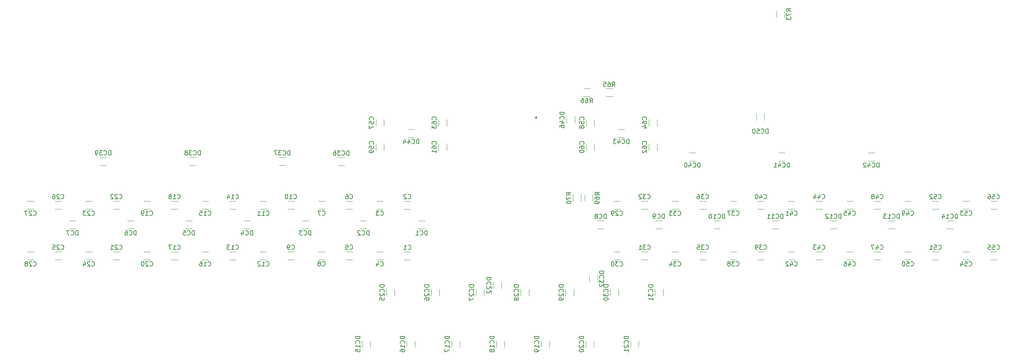
<source format=gbr>
%TF.GenerationSoftware,KiCad,Pcbnew,7.0.2*%
%TF.CreationDate,2023-11-16T12:36:53+05:30*%
%TF.ProjectId,OHM3000_V1.1_ESP,4f484d33-3030-4305-9f56-312e315f4553,rev?*%
%TF.SameCoordinates,Original*%
%TF.FileFunction,Legend,Bot*%
%TF.FilePolarity,Positive*%
%FSLAX46Y46*%
G04 Gerber Fmt 4.6, Leading zero omitted, Abs format (unit mm)*
G04 Created by KiCad (PCBNEW 7.0.2) date 2023-11-16 12:36:53*
%MOMM*%
%LPD*%
G01*
G04 APERTURE LIST*
%ADD10C,0.150000*%
%ADD11C,0.120000*%
G04 APERTURE END LIST*
D10*
%TO.C,U28*%
X73774999Y57937380D02*
X73774999Y57699285D01*
X74013094Y57794523D02*
X73774999Y57699285D01*
X73774999Y57699285D02*
X73536904Y57794523D01*
X73917856Y57508809D02*
X73774999Y57699285D01*
X73774999Y57699285D02*
X73632142Y57508809D01*
%TO.C,DC15*%
X34412619Y8714285D02*
X33412619Y8714285D01*
X33412619Y8714285D02*
X33412619Y8476190D01*
X33412619Y8476190D02*
X33460238Y8333333D01*
X33460238Y8333333D02*
X33555476Y8238095D01*
X33555476Y8238095D02*
X33650714Y8190476D01*
X33650714Y8190476D02*
X33841190Y8142857D01*
X33841190Y8142857D02*
X33984047Y8142857D01*
X33984047Y8142857D02*
X34174523Y8190476D01*
X34174523Y8190476D02*
X34269761Y8238095D01*
X34269761Y8238095D02*
X34365000Y8333333D01*
X34365000Y8333333D02*
X34412619Y8476190D01*
X34412619Y8476190D02*
X34412619Y8714285D01*
X34317380Y7142857D02*
X34365000Y7190476D01*
X34365000Y7190476D02*
X34412619Y7333333D01*
X34412619Y7333333D02*
X34412619Y7428571D01*
X34412619Y7428571D02*
X34365000Y7571428D01*
X34365000Y7571428D02*
X34269761Y7666666D01*
X34269761Y7666666D02*
X34174523Y7714285D01*
X34174523Y7714285D02*
X33984047Y7761904D01*
X33984047Y7761904D02*
X33841190Y7761904D01*
X33841190Y7761904D02*
X33650714Y7714285D01*
X33650714Y7714285D02*
X33555476Y7666666D01*
X33555476Y7666666D02*
X33460238Y7571428D01*
X33460238Y7571428D02*
X33412619Y7428571D01*
X33412619Y7428571D02*
X33412619Y7333333D01*
X33412619Y7333333D02*
X33460238Y7190476D01*
X33460238Y7190476D02*
X33507857Y7142857D01*
X34412619Y6190476D02*
X34412619Y6761904D01*
X34412619Y6476190D02*
X33412619Y6476190D01*
X33412619Y6476190D02*
X33555476Y6571428D01*
X33555476Y6571428D02*
X33650714Y6666666D01*
X33650714Y6666666D02*
X33698333Y6761904D01*
X33412619Y5285714D02*
X33412619Y5761904D01*
X33412619Y5761904D02*
X33888809Y5809523D01*
X33888809Y5809523D02*
X33841190Y5761904D01*
X33841190Y5761904D02*
X33793571Y5666666D01*
X33793571Y5666666D02*
X33793571Y5428571D01*
X33793571Y5428571D02*
X33841190Y5333333D01*
X33841190Y5333333D02*
X33888809Y5285714D01*
X33888809Y5285714D02*
X33984047Y5238095D01*
X33984047Y5238095D02*
X34222142Y5238095D01*
X34222142Y5238095D02*
X34317380Y5285714D01*
X34317380Y5285714D02*
X34365000Y5333333D01*
X34365000Y5333333D02*
X34412619Y5428571D01*
X34412619Y5428571D02*
X34412619Y5666666D01*
X34412619Y5666666D02*
X34365000Y5761904D01*
X34365000Y5761904D02*
X34317380Y5809523D01*
%TO.C,DC16*%
X44412619Y8714285D02*
X43412619Y8714285D01*
X43412619Y8714285D02*
X43412619Y8476190D01*
X43412619Y8476190D02*
X43460238Y8333333D01*
X43460238Y8333333D02*
X43555476Y8238095D01*
X43555476Y8238095D02*
X43650714Y8190476D01*
X43650714Y8190476D02*
X43841190Y8142857D01*
X43841190Y8142857D02*
X43984047Y8142857D01*
X43984047Y8142857D02*
X44174523Y8190476D01*
X44174523Y8190476D02*
X44269761Y8238095D01*
X44269761Y8238095D02*
X44365000Y8333333D01*
X44365000Y8333333D02*
X44412619Y8476190D01*
X44412619Y8476190D02*
X44412619Y8714285D01*
X44317380Y7142857D02*
X44365000Y7190476D01*
X44365000Y7190476D02*
X44412619Y7333333D01*
X44412619Y7333333D02*
X44412619Y7428571D01*
X44412619Y7428571D02*
X44365000Y7571428D01*
X44365000Y7571428D02*
X44269761Y7666666D01*
X44269761Y7666666D02*
X44174523Y7714285D01*
X44174523Y7714285D02*
X43984047Y7761904D01*
X43984047Y7761904D02*
X43841190Y7761904D01*
X43841190Y7761904D02*
X43650714Y7714285D01*
X43650714Y7714285D02*
X43555476Y7666666D01*
X43555476Y7666666D02*
X43460238Y7571428D01*
X43460238Y7571428D02*
X43412619Y7428571D01*
X43412619Y7428571D02*
X43412619Y7333333D01*
X43412619Y7333333D02*
X43460238Y7190476D01*
X43460238Y7190476D02*
X43507857Y7142857D01*
X44412619Y6190476D02*
X44412619Y6761904D01*
X44412619Y6476190D02*
X43412619Y6476190D01*
X43412619Y6476190D02*
X43555476Y6571428D01*
X43555476Y6571428D02*
X43650714Y6666666D01*
X43650714Y6666666D02*
X43698333Y6761904D01*
X43412619Y5333333D02*
X43412619Y5523809D01*
X43412619Y5523809D02*
X43460238Y5619047D01*
X43460238Y5619047D02*
X43507857Y5666666D01*
X43507857Y5666666D02*
X43650714Y5761904D01*
X43650714Y5761904D02*
X43841190Y5809523D01*
X43841190Y5809523D02*
X44222142Y5809523D01*
X44222142Y5809523D02*
X44317380Y5761904D01*
X44317380Y5761904D02*
X44365000Y5714285D01*
X44365000Y5714285D02*
X44412619Y5619047D01*
X44412619Y5619047D02*
X44412619Y5428571D01*
X44412619Y5428571D02*
X44365000Y5333333D01*
X44365000Y5333333D02*
X44317380Y5285714D01*
X44317380Y5285714D02*
X44222142Y5238095D01*
X44222142Y5238095D02*
X43984047Y5238095D01*
X43984047Y5238095D02*
X43888809Y5285714D01*
X43888809Y5285714D02*
X43841190Y5333333D01*
X43841190Y5333333D02*
X43793571Y5428571D01*
X43793571Y5428571D02*
X43793571Y5619047D01*
X43793571Y5619047D02*
X43841190Y5714285D01*
X43841190Y5714285D02*
X43888809Y5761904D01*
X43888809Y5761904D02*
X43984047Y5809523D01*
%TO.C,DC17*%
X54412619Y8714285D02*
X53412619Y8714285D01*
X53412619Y8714285D02*
X53412619Y8476190D01*
X53412619Y8476190D02*
X53460238Y8333333D01*
X53460238Y8333333D02*
X53555476Y8238095D01*
X53555476Y8238095D02*
X53650714Y8190476D01*
X53650714Y8190476D02*
X53841190Y8142857D01*
X53841190Y8142857D02*
X53984047Y8142857D01*
X53984047Y8142857D02*
X54174523Y8190476D01*
X54174523Y8190476D02*
X54269761Y8238095D01*
X54269761Y8238095D02*
X54365000Y8333333D01*
X54365000Y8333333D02*
X54412619Y8476190D01*
X54412619Y8476190D02*
X54412619Y8714285D01*
X54317380Y7142857D02*
X54365000Y7190476D01*
X54365000Y7190476D02*
X54412619Y7333333D01*
X54412619Y7333333D02*
X54412619Y7428571D01*
X54412619Y7428571D02*
X54365000Y7571428D01*
X54365000Y7571428D02*
X54269761Y7666666D01*
X54269761Y7666666D02*
X54174523Y7714285D01*
X54174523Y7714285D02*
X53984047Y7761904D01*
X53984047Y7761904D02*
X53841190Y7761904D01*
X53841190Y7761904D02*
X53650714Y7714285D01*
X53650714Y7714285D02*
X53555476Y7666666D01*
X53555476Y7666666D02*
X53460238Y7571428D01*
X53460238Y7571428D02*
X53412619Y7428571D01*
X53412619Y7428571D02*
X53412619Y7333333D01*
X53412619Y7333333D02*
X53460238Y7190476D01*
X53460238Y7190476D02*
X53507857Y7142857D01*
X54412619Y6190476D02*
X54412619Y6761904D01*
X54412619Y6476190D02*
X53412619Y6476190D01*
X53412619Y6476190D02*
X53555476Y6571428D01*
X53555476Y6571428D02*
X53650714Y6666666D01*
X53650714Y6666666D02*
X53698333Y6761904D01*
X53412619Y5857142D02*
X53412619Y5190476D01*
X53412619Y5190476D02*
X54412619Y5619047D01*
%TO.C,DC18*%
X64412619Y8714285D02*
X63412619Y8714285D01*
X63412619Y8714285D02*
X63412619Y8476190D01*
X63412619Y8476190D02*
X63460238Y8333333D01*
X63460238Y8333333D02*
X63555476Y8238095D01*
X63555476Y8238095D02*
X63650714Y8190476D01*
X63650714Y8190476D02*
X63841190Y8142857D01*
X63841190Y8142857D02*
X63984047Y8142857D01*
X63984047Y8142857D02*
X64174523Y8190476D01*
X64174523Y8190476D02*
X64269761Y8238095D01*
X64269761Y8238095D02*
X64365000Y8333333D01*
X64365000Y8333333D02*
X64412619Y8476190D01*
X64412619Y8476190D02*
X64412619Y8714285D01*
X64317380Y7142857D02*
X64365000Y7190476D01*
X64365000Y7190476D02*
X64412619Y7333333D01*
X64412619Y7333333D02*
X64412619Y7428571D01*
X64412619Y7428571D02*
X64365000Y7571428D01*
X64365000Y7571428D02*
X64269761Y7666666D01*
X64269761Y7666666D02*
X64174523Y7714285D01*
X64174523Y7714285D02*
X63984047Y7761904D01*
X63984047Y7761904D02*
X63841190Y7761904D01*
X63841190Y7761904D02*
X63650714Y7714285D01*
X63650714Y7714285D02*
X63555476Y7666666D01*
X63555476Y7666666D02*
X63460238Y7571428D01*
X63460238Y7571428D02*
X63412619Y7428571D01*
X63412619Y7428571D02*
X63412619Y7333333D01*
X63412619Y7333333D02*
X63460238Y7190476D01*
X63460238Y7190476D02*
X63507857Y7142857D01*
X64412619Y6190476D02*
X64412619Y6761904D01*
X64412619Y6476190D02*
X63412619Y6476190D01*
X63412619Y6476190D02*
X63555476Y6571428D01*
X63555476Y6571428D02*
X63650714Y6666666D01*
X63650714Y6666666D02*
X63698333Y6761904D01*
X63841190Y5619047D02*
X63793571Y5714285D01*
X63793571Y5714285D02*
X63745952Y5761904D01*
X63745952Y5761904D02*
X63650714Y5809523D01*
X63650714Y5809523D02*
X63603095Y5809523D01*
X63603095Y5809523D02*
X63507857Y5761904D01*
X63507857Y5761904D02*
X63460238Y5714285D01*
X63460238Y5714285D02*
X63412619Y5619047D01*
X63412619Y5619047D02*
X63412619Y5428571D01*
X63412619Y5428571D02*
X63460238Y5333333D01*
X63460238Y5333333D02*
X63507857Y5285714D01*
X63507857Y5285714D02*
X63603095Y5238095D01*
X63603095Y5238095D02*
X63650714Y5238095D01*
X63650714Y5238095D02*
X63745952Y5285714D01*
X63745952Y5285714D02*
X63793571Y5333333D01*
X63793571Y5333333D02*
X63841190Y5428571D01*
X63841190Y5428571D02*
X63841190Y5619047D01*
X63841190Y5619047D02*
X63888809Y5714285D01*
X63888809Y5714285D02*
X63936428Y5761904D01*
X63936428Y5761904D02*
X64031666Y5809523D01*
X64031666Y5809523D02*
X64222142Y5809523D01*
X64222142Y5809523D02*
X64317380Y5761904D01*
X64317380Y5761904D02*
X64365000Y5714285D01*
X64365000Y5714285D02*
X64412619Y5619047D01*
X64412619Y5619047D02*
X64412619Y5428571D01*
X64412619Y5428571D02*
X64365000Y5333333D01*
X64365000Y5333333D02*
X64317380Y5285714D01*
X64317380Y5285714D02*
X64222142Y5238095D01*
X64222142Y5238095D02*
X64031666Y5238095D01*
X64031666Y5238095D02*
X63936428Y5285714D01*
X63936428Y5285714D02*
X63888809Y5333333D01*
X63888809Y5333333D02*
X63841190Y5428571D01*
%TO.C,DC19*%
X74412619Y8714285D02*
X73412619Y8714285D01*
X73412619Y8714285D02*
X73412619Y8476190D01*
X73412619Y8476190D02*
X73460238Y8333333D01*
X73460238Y8333333D02*
X73555476Y8238095D01*
X73555476Y8238095D02*
X73650714Y8190476D01*
X73650714Y8190476D02*
X73841190Y8142857D01*
X73841190Y8142857D02*
X73984047Y8142857D01*
X73984047Y8142857D02*
X74174523Y8190476D01*
X74174523Y8190476D02*
X74269761Y8238095D01*
X74269761Y8238095D02*
X74365000Y8333333D01*
X74365000Y8333333D02*
X74412619Y8476190D01*
X74412619Y8476190D02*
X74412619Y8714285D01*
X74317380Y7142857D02*
X74365000Y7190476D01*
X74365000Y7190476D02*
X74412619Y7333333D01*
X74412619Y7333333D02*
X74412619Y7428571D01*
X74412619Y7428571D02*
X74365000Y7571428D01*
X74365000Y7571428D02*
X74269761Y7666666D01*
X74269761Y7666666D02*
X74174523Y7714285D01*
X74174523Y7714285D02*
X73984047Y7761904D01*
X73984047Y7761904D02*
X73841190Y7761904D01*
X73841190Y7761904D02*
X73650714Y7714285D01*
X73650714Y7714285D02*
X73555476Y7666666D01*
X73555476Y7666666D02*
X73460238Y7571428D01*
X73460238Y7571428D02*
X73412619Y7428571D01*
X73412619Y7428571D02*
X73412619Y7333333D01*
X73412619Y7333333D02*
X73460238Y7190476D01*
X73460238Y7190476D02*
X73507857Y7142857D01*
X74412619Y6190476D02*
X74412619Y6761904D01*
X74412619Y6476190D02*
X73412619Y6476190D01*
X73412619Y6476190D02*
X73555476Y6571428D01*
X73555476Y6571428D02*
X73650714Y6666666D01*
X73650714Y6666666D02*
X73698333Y6761904D01*
X74412619Y5714285D02*
X74412619Y5523809D01*
X74412619Y5523809D02*
X74365000Y5428571D01*
X74365000Y5428571D02*
X74317380Y5380952D01*
X74317380Y5380952D02*
X74174523Y5285714D01*
X74174523Y5285714D02*
X73984047Y5238095D01*
X73984047Y5238095D02*
X73603095Y5238095D01*
X73603095Y5238095D02*
X73507857Y5285714D01*
X73507857Y5285714D02*
X73460238Y5333333D01*
X73460238Y5333333D02*
X73412619Y5428571D01*
X73412619Y5428571D02*
X73412619Y5619047D01*
X73412619Y5619047D02*
X73460238Y5714285D01*
X73460238Y5714285D02*
X73507857Y5761904D01*
X73507857Y5761904D02*
X73603095Y5809523D01*
X73603095Y5809523D02*
X73841190Y5809523D01*
X73841190Y5809523D02*
X73936428Y5761904D01*
X73936428Y5761904D02*
X73984047Y5714285D01*
X73984047Y5714285D02*
X74031666Y5619047D01*
X74031666Y5619047D02*
X74031666Y5428571D01*
X74031666Y5428571D02*
X73984047Y5333333D01*
X73984047Y5333333D02*
X73936428Y5285714D01*
X73936428Y5285714D02*
X73841190Y5238095D01*
%TO.C,DC20*%
X84412619Y8714285D02*
X83412619Y8714285D01*
X83412619Y8714285D02*
X83412619Y8476190D01*
X83412619Y8476190D02*
X83460238Y8333333D01*
X83460238Y8333333D02*
X83555476Y8238095D01*
X83555476Y8238095D02*
X83650714Y8190476D01*
X83650714Y8190476D02*
X83841190Y8142857D01*
X83841190Y8142857D02*
X83984047Y8142857D01*
X83984047Y8142857D02*
X84174523Y8190476D01*
X84174523Y8190476D02*
X84269761Y8238095D01*
X84269761Y8238095D02*
X84365000Y8333333D01*
X84365000Y8333333D02*
X84412619Y8476190D01*
X84412619Y8476190D02*
X84412619Y8714285D01*
X84317380Y7142857D02*
X84365000Y7190476D01*
X84365000Y7190476D02*
X84412619Y7333333D01*
X84412619Y7333333D02*
X84412619Y7428571D01*
X84412619Y7428571D02*
X84365000Y7571428D01*
X84365000Y7571428D02*
X84269761Y7666666D01*
X84269761Y7666666D02*
X84174523Y7714285D01*
X84174523Y7714285D02*
X83984047Y7761904D01*
X83984047Y7761904D02*
X83841190Y7761904D01*
X83841190Y7761904D02*
X83650714Y7714285D01*
X83650714Y7714285D02*
X83555476Y7666666D01*
X83555476Y7666666D02*
X83460238Y7571428D01*
X83460238Y7571428D02*
X83412619Y7428571D01*
X83412619Y7428571D02*
X83412619Y7333333D01*
X83412619Y7333333D02*
X83460238Y7190476D01*
X83460238Y7190476D02*
X83507857Y7142857D01*
X83507857Y6761904D02*
X83460238Y6714285D01*
X83460238Y6714285D02*
X83412619Y6619047D01*
X83412619Y6619047D02*
X83412619Y6380952D01*
X83412619Y6380952D02*
X83460238Y6285714D01*
X83460238Y6285714D02*
X83507857Y6238095D01*
X83507857Y6238095D02*
X83603095Y6190476D01*
X83603095Y6190476D02*
X83698333Y6190476D01*
X83698333Y6190476D02*
X83841190Y6238095D01*
X83841190Y6238095D02*
X84412619Y6809523D01*
X84412619Y6809523D02*
X84412619Y6190476D01*
X83412619Y5571428D02*
X83412619Y5476190D01*
X83412619Y5476190D02*
X83460238Y5380952D01*
X83460238Y5380952D02*
X83507857Y5333333D01*
X83507857Y5333333D02*
X83603095Y5285714D01*
X83603095Y5285714D02*
X83793571Y5238095D01*
X83793571Y5238095D02*
X84031666Y5238095D01*
X84031666Y5238095D02*
X84222142Y5285714D01*
X84222142Y5285714D02*
X84317380Y5333333D01*
X84317380Y5333333D02*
X84365000Y5380952D01*
X84365000Y5380952D02*
X84412619Y5476190D01*
X84412619Y5476190D02*
X84412619Y5571428D01*
X84412619Y5571428D02*
X84365000Y5666666D01*
X84365000Y5666666D02*
X84317380Y5714285D01*
X84317380Y5714285D02*
X84222142Y5761904D01*
X84222142Y5761904D02*
X84031666Y5809523D01*
X84031666Y5809523D02*
X83793571Y5809523D01*
X83793571Y5809523D02*
X83603095Y5761904D01*
X83603095Y5761904D02*
X83507857Y5714285D01*
X83507857Y5714285D02*
X83460238Y5666666D01*
X83460238Y5666666D02*
X83412619Y5571428D01*
%TO.C,DC21*%
X94412619Y8714285D02*
X93412619Y8714285D01*
X93412619Y8714285D02*
X93412619Y8476190D01*
X93412619Y8476190D02*
X93460238Y8333333D01*
X93460238Y8333333D02*
X93555476Y8238095D01*
X93555476Y8238095D02*
X93650714Y8190476D01*
X93650714Y8190476D02*
X93841190Y8142857D01*
X93841190Y8142857D02*
X93984047Y8142857D01*
X93984047Y8142857D02*
X94174523Y8190476D01*
X94174523Y8190476D02*
X94269761Y8238095D01*
X94269761Y8238095D02*
X94365000Y8333333D01*
X94365000Y8333333D02*
X94412619Y8476190D01*
X94412619Y8476190D02*
X94412619Y8714285D01*
X94317380Y7142857D02*
X94365000Y7190476D01*
X94365000Y7190476D02*
X94412619Y7333333D01*
X94412619Y7333333D02*
X94412619Y7428571D01*
X94412619Y7428571D02*
X94365000Y7571428D01*
X94365000Y7571428D02*
X94269761Y7666666D01*
X94269761Y7666666D02*
X94174523Y7714285D01*
X94174523Y7714285D02*
X93984047Y7761904D01*
X93984047Y7761904D02*
X93841190Y7761904D01*
X93841190Y7761904D02*
X93650714Y7714285D01*
X93650714Y7714285D02*
X93555476Y7666666D01*
X93555476Y7666666D02*
X93460238Y7571428D01*
X93460238Y7571428D02*
X93412619Y7428571D01*
X93412619Y7428571D02*
X93412619Y7333333D01*
X93412619Y7333333D02*
X93460238Y7190476D01*
X93460238Y7190476D02*
X93507857Y7142857D01*
X93507857Y6761904D02*
X93460238Y6714285D01*
X93460238Y6714285D02*
X93412619Y6619047D01*
X93412619Y6619047D02*
X93412619Y6380952D01*
X93412619Y6380952D02*
X93460238Y6285714D01*
X93460238Y6285714D02*
X93507857Y6238095D01*
X93507857Y6238095D02*
X93603095Y6190476D01*
X93603095Y6190476D02*
X93698333Y6190476D01*
X93698333Y6190476D02*
X93841190Y6238095D01*
X93841190Y6238095D02*
X94412619Y6809523D01*
X94412619Y6809523D02*
X94412619Y6190476D01*
X94412619Y5238095D02*
X94412619Y5809523D01*
X94412619Y5523809D02*
X93412619Y5523809D01*
X93412619Y5523809D02*
X93555476Y5619047D01*
X93555476Y5619047D02*
X93650714Y5714285D01*
X93650714Y5714285D02*
X93698333Y5809523D01*
%TO.C,DC22*%
X63712619Y21864285D02*
X62712619Y21864285D01*
X62712619Y21864285D02*
X62712619Y21626190D01*
X62712619Y21626190D02*
X62760238Y21483333D01*
X62760238Y21483333D02*
X62855476Y21388095D01*
X62855476Y21388095D02*
X62950714Y21340476D01*
X62950714Y21340476D02*
X63141190Y21292857D01*
X63141190Y21292857D02*
X63284047Y21292857D01*
X63284047Y21292857D02*
X63474523Y21340476D01*
X63474523Y21340476D02*
X63569761Y21388095D01*
X63569761Y21388095D02*
X63665000Y21483333D01*
X63665000Y21483333D02*
X63712619Y21626190D01*
X63712619Y21626190D02*
X63712619Y21864285D01*
X63617380Y20292857D02*
X63665000Y20340476D01*
X63665000Y20340476D02*
X63712619Y20483333D01*
X63712619Y20483333D02*
X63712619Y20578571D01*
X63712619Y20578571D02*
X63665000Y20721428D01*
X63665000Y20721428D02*
X63569761Y20816666D01*
X63569761Y20816666D02*
X63474523Y20864285D01*
X63474523Y20864285D02*
X63284047Y20911904D01*
X63284047Y20911904D02*
X63141190Y20911904D01*
X63141190Y20911904D02*
X62950714Y20864285D01*
X62950714Y20864285D02*
X62855476Y20816666D01*
X62855476Y20816666D02*
X62760238Y20721428D01*
X62760238Y20721428D02*
X62712619Y20578571D01*
X62712619Y20578571D02*
X62712619Y20483333D01*
X62712619Y20483333D02*
X62760238Y20340476D01*
X62760238Y20340476D02*
X62807857Y20292857D01*
X62807857Y19911904D02*
X62760238Y19864285D01*
X62760238Y19864285D02*
X62712619Y19769047D01*
X62712619Y19769047D02*
X62712619Y19530952D01*
X62712619Y19530952D02*
X62760238Y19435714D01*
X62760238Y19435714D02*
X62807857Y19388095D01*
X62807857Y19388095D02*
X62903095Y19340476D01*
X62903095Y19340476D02*
X62998333Y19340476D01*
X62998333Y19340476D02*
X63141190Y19388095D01*
X63141190Y19388095D02*
X63712619Y19959523D01*
X63712619Y19959523D02*
X63712619Y19340476D01*
X62807857Y18959523D02*
X62760238Y18911904D01*
X62760238Y18911904D02*
X62712619Y18816666D01*
X62712619Y18816666D02*
X62712619Y18578571D01*
X62712619Y18578571D02*
X62760238Y18483333D01*
X62760238Y18483333D02*
X62807857Y18435714D01*
X62807857Y18435714D02*
X62903095Y18388095D01*
X62903095Y18388095D02*
X62998333Y18388095D01*
X62998333Y18388095D02*
X63141190Y18435714D01*
X63141190Y18435714D02*
X63712619Y19007142D01*
X63712619Y19007142D02*
X63712619Y18388095D01*
%TO.C,DC25*%
X39862619Y20264285D02*
X38862619Y20264285D01*
X38862619Y20264285D02*
X38862619Y20026190D01*
X38862619Y20026190D02*
X38910238Y19883333D01*
X38910238Y19883333D02*
X39005476Y19788095D01*
X39005476Y19788095D02*
X39100714Y19740476D01*
X39100714Y19740476D02*
X39291190Y19692857D01*
X39291190Y19692857D02*
X39434047Y19692857D01*
X39434047Y19692857D02*
X39624523Y19740476D01*
X39624523Y19740476D02*
X39719761Y19788095D01*
X39719761Y19788095D02*
X39815000Y19883333D01*
X39815000Y19883333D02*
X39862619Y20026190D01*
X39862619Y20026190D02*
X39862619Y20264285D01*
X39767380Y18692857D02*
X39815000Y18740476D01*
X39815000Y18740476D02*
X39862619Y18883333D01*
X39862619Y18883333D02*
X39862619Y18978571D01*
X39862619Y18978571D02*
X39815000Y19121428D01*
X39815000Y19121428D02*
X39719761Y19216666D01*
X39719761Y19216666D02*
X39624523Y19264285D01*
X39624523Y19264285D02*
X39434047Y19311904D01*
X39434047Y19311904D02*
X39291190Y19311904D01*
X39291190Y19311904D02*
X39100714Y19264285D01*
X39100714Y19264285D02*
X39005476Y19216666D01*
X39005476Y19216666D02*
X38910238Y19121428D01*
X38910238Y19121428D02*
X38862619Y18978571D01*
X38862619Y18978571D02*
X38862619Y18883333D01*
X38862619Y18883333D02*
X38910238Y18740476D01*
X38910238Y18740476D02*
X38957857Y18692857D01*
X38957857Y18311904D02*
X38910238Y18264285D01*
X38910238Y18264285D02*
X38862619Y18169047D01*
X38862619Y18169047D02*
X38862619Y17930952D01*
X38862619Y17930952D02*
X38910238Y17835714D01*
X38910238Y17835714D02*
X38957857Y17788095D01*
X38957857Y17788095D02*
X39053095Y17740476D01*
X39053095Y17740476D02*
X39148333Y17740476D01*
X39148333Y17740476D02*
X39291190Y17788095D01*
X39291190Y17788095D02*
X39862619Y18359523D01*
X39862619Y18359523D02*
X39862619Y17740476D01*
X38862619Y16835714D02*
X38862619Y17311904D01*
X38862619Y17311904D02*
X39338809Y17359523D01*
X39338809Y17359523D02*
X39291190Y17311904D01*
X39291190Y17311904D02*
X39243571Y17216666D01*
X39243571Y17216666D02*
X39243571Y16978571D01*
X39243571Y16978571D02*
X39291190Y16883333D01*
X39291190Y16883333D02*
X39338809Y16835714D01*
X39338809Y16835714D02*
X39434047Y16788095D01*
X39434047Y16788095D02*
X39672142Y16788095D01*
X39672142Y16788095D02*
X39767380Y16835714D01*
X39767380Y16835714D02*
X39815000Y16883333D01*
X39815000Y16883333D02*
X39862619Y16978571D01*
X39862619Y16978571D02*
X39862619Y17216666D01*
X39862619Y17216666D02*
X39815000Y17311904D01*
X39815000Y17311904D02*
X39767380Y17359523D01*
%TO.C,DC28*%
X69862619Y20264285D02*
X68862619Y20264285D01*
X68862619Y20264285D02*
X68862619Y20026190D01*
X68862619Y20026190D02*
X68910238Y19883333D01*
X68910238Y19883333D02*
X69005476Y19788095D01*
X69005476Y19788095D02*
X69100714Y19740476D01*
X69100714Y19740476D02*
X69291190Y19692857D01*
X69291190Y19692857D02*
X69434047Y19692857D01*
X69434047Y19692857D02*
X69624523Y19740476D01*
X69624523Y19740476D02*
X69719761Y19788095D01*
X69719761Y19788095D02*
X69815000Y19883333D01*
X69815000Y19883333D02*
X69862619Y20026190D01*
X69862619Y20026190D02*
X69862619Y20264285D01*
X69767380Y18692857D02*
X69815000Y18740476D01*
X69815000Y18740476D02*
X69862619Y18883333D01*
X69862619Y18883333D02*
X69862619Y18978571D01*
X69862619Y18978571D02*
X69815000Y19121428D01*
X69815000Y19121428D02*
X69719761Y19216666D01*
X69719761Y19216666D02*
X69624523Y19264285D01*
X69624523Y19264285D02*
X69434047Y19311904D01*
X69434047Y19311904D02*
X69291190Y19311904D01*
X69291190Y19311904D02*
X69100714Y19264285D01*
X69100714Y19264285D02*
X69005476Y19216666D01*
X69005476Y19216666D02*
X68910238Y19121428D01*
X68910238Y19121428D02*
X68862619Y18978571D01*
X68862619Y18978571D02*
X68862619Y18883333D01*
X68862619Y18883333D02*
X68910238Y18740476D01*
X68910238Y18740476D02*
X68957857Y18692857D01*
X68957857Y18311904D02*
X68910238Y18264285D01*
X68910238Y18264285D02*
X68862619Y18169047D01*
X68862619Y18169047D02*
X68862619Y17930952D01*
X68862619Y17930952D02*
X68910238Y17835714D01*
X68910238Y17835714D02*
X68957857Y17788095D01*
X68957857Y17788095D02*
X69053095Y17740476D01*
X69053095Y17740476D02*
X69148333Y17740476D01*
X69148333Y17740476D02*
X69291190Y17788095D01*
X69291190Y17788095D02*
X69862619Y18359523D01*
X69862619Y18359523D02*
X69862619Y17740476D01*
X69291190Y17169047D02*
X69243571Y17264285D01*
X69243571Y17264285D02*
X69195952Y17311904D01*
X69195952Y17311904D02*
X69100714Y17359523D01*
X69100714Y17359523D02*
X69053095Y17359523D01*
X69053095Y17359523D02*
X68957857Y17311904D01*
X68957857Y17311904D02*
X68910238Y17264285D01*
X68910238Y17264285D02*
X68862619Y17169047D01*
X68862619Y17169047D02*
X68862619Y16978571D01*
X68862619Y16978571D02*
X68910238Y16883333D01*
X68910238Y16883333D02*
X68957857Y16835714D01*
X68957857Y16835714D02*
X69053095Y16788095D01*
X69053095Y16788095D02*
X69100714Y16788095D01*
X69100714Y16788095D02*
X69195952Y16835714D01*
X69195952Y16835714D02*
X69243571Y16883333D01*
X69243571Y16883333D02*
X69291190Y16978571D01*
X69291190Y16978571D02*
X69291190Y17169047D01*
X69291190Y17169047D02*
X69338809Y17264285D01*
X69338809Y17264285D02*
X69386428Y17311904D01*
X69386428Y17311904D02*
X69481666Y17359523D01*
X69481666Y17359523D02*
X69672142Y17359523D01*
X69672142Y17359523D02*
X69767380Y17311904D01*
X69767380Y17311904D02*
X69815000Y17264285D01*
X69815000Y17264285D02*
X69862619Y17169047D01*
X69862619Y17169047D02*
X69862619Y16978571D01*
X69862619Y16978571D02*
X69815000Y16883333D01*
X69815000Y16883333D02*
X69767380Y16835714D01*
X69767380Y16835714D02*
X69672142Y16788095D01*
X69672142Y16788095D02*
X69481666Y16788095D01*
X69481666Y16788095D02*
X69386428Y16835714D01*
X69386428Y16835714D02*
X69338809Y16883333D01*
X69338809Y16883333D02*
X69291190Y16978571D01*
%TO.C,DC29*%
X79862619Y20264285D02*
X78862619Y20264285D01*
X78862619Y20264285D02*
X78862619Y20026190D01*
X78862619Y20026190D02*
X78910238Y19883333D01*
X78910238Y19883333D02*
X79005476Y19788095D01*
X79005476Y19788095D02*
X79100714Y19740476D01*
X79100714Y19740476D02*
X79291190Y19692857D01*
X79291190Y19692857D02*
X79434047Y19692857D01*
X79434047Y19692857D02*
X79624523Y19740476D01*
X79624523Y19740476D02*
X79719761Y19788095D01*
X79719761Y19788095D02*
X79815000Y19883333D01*
X79815000Y19883333D02*
X79862619Y20026190D01*
X79862619Y20026190D02*
X79862619Y20264285D01*
X79767380Y18692857D02*
X79815000Y18740476D01*
X79815000Y18740476D02*
X79862619Y18883333D01*
X79862619Y18883333D02*
X79862619Y18978571D01*
X79862619Y18978571D02*
X79815000Y19121428D01*
X79815000Y19121428D02*
X79719761Y19216666D01*
X79719761Y19216666D02*
X79624523Y19264285D01*
X79624523Y19264285D02*
X79434047Y19311904D01*
X79434047Y19311904D02*
X79291190Y19311904D01*
X79291190Y19311904D02*
X79100714Y19264285D01*
X79100714Y19264285D02*
X79005476Y19216666D01*
X79005476Y19216666D02*
X78910238Y19121428D01*
X78910238Y19121428D02*
X78862619Y18978571D01*
X78862619Y18978571D02*
X78862619Y18883333D01*
X78862619Y18883333D02*
X78910238Y18740476D01*
X78910238Y18740476D02*
X78957857Y18692857D01*
X78957857Y18311904D02*
X78910238Y18264285D01*
X78910238Y18264285D02*
X78862619Y18169047D01*
X78862619Y18169047D02*
X78862619Y17930952D01*
X78862619Y17930952D02*
X78910238Y17835714D01*
X78910238Y17835714D02*
X78957857Y17788095D01*
X78957857Y17788095D02*
X79053095Y17740476D01*
X79053095Y17740476D02*
X79148333Y17740476D01*
X79148333Y17740476D02*
X79291190Y17788095D01*
X79291190Y17788095D02*
X79862619Y18359523D01*
X79862619Y18359523D02*
X79862619Y17740476D01*
X79862619Y17264285D02*
X79862619Y17073809D01*
X79862619Y17073809D02*
X79815000Y16978571D01*
X79815000Y16978571D02*
X79767380Y16930952D01*
X79767380Y16930952D02*
X79624523Y16835714D01*
X79624523Y16835714D02*
X79434047Y16788095D01*
X79434047Y16788095D02*
X79053095Y16788095D01*
X79053095Y16788095D02*
X78957857Y16835714D01*
X78957857Y16835714D02*
X78910238Y16883333D01*
X78910238Y16883333D02*
X78862619Y16978571D01*
X78862619Y16978571D02*
X78862619Y17169047D01*
X78862619Y17169047D02*
X78910238Y17264285D01*
X78910238Y17264285D02*
X78957857Y17311904D01*
X78957857Y17311904D02*
X79053095Y17359523D01*
X79053095Y17359523D02*
X79291190Y17359523D01*
X79291190Y17359523D02*
X79386428Y17311904D01*
X79386428Y17311904D02*
X79434047Y17264285D01*
X79434047Y17264285D02*
X79481666Y17169047D01*
X79481666Y17169047D02*
X79481666Y16978571D01*
X79481666Y16978571D02*
X79434047Y16883333D01*
X79434047Y16883333D02*
X79386428Y16835714D01*
X79386428Y16835714D02*
X79291190Y16788095D01*
%TO.C,DC30*%
X89862619Y20264285D02*
X88862619Y20264285D01*
X88862619Y20264285D02*
X88862619Y20026190D01*
X88862619Y20026190D02*
X88910238Y19883333D01*
X88910238Y19883333D02*
X89005476Y19788095D01*
X89005476Y19788095D02*
X89100714Y19740476D01*
X89100714Y19740476D02*
X89291190Y19692857D01*
X89291190Y19692857D02*
X89434047Y19692857D01*
X89434047Y19692857D02*
X89624523Y19740476D01*
X89624523Y19740476D02*
X89719761Y19788095D01*
X89719761Y19788095D02*
X89815000Y19883333D01*
X89815000Y19883333D02*
X89862619Y20026190D01*
X89862619Y20026190D02*
X89862619Y20264285D01*
X89767380Y18692857D02*
X89815000Y18740476D01*
X89815000Y18740476D02*
X89862619Y18883333D01*
X89862619Y18883333D02*
X89862619Y18978571D01*
X89862619Y18978571D02*
X89815000Y19121428D01*
X89815000Y19121428D02*
X89719761Y19216666D01*
X89719761Y19216666D02*
X89624523Y19264285D01*
X89624523Y19264285D02*
X89434047Y19311904D01*
X89434047Y19311904D02*
X89291190Y19311904D01*
X89291190Y19311904D02*
X89100714Y19264285D01*
X89100714Y19264285D02*
X89005476Y19216666D01*
X89005476Y19216666D02*
X88910238Y19121428D01*
X88910238Y19121428D02*
X88862619Y18978571D01*
X88862619Y18978571D02*
X88862619Y18883333D01*
X88862619Y18883333D02*
X88910238Y18740476D01*
X88910238Y18740476D02*
X88957857Y18692857D01*
X88862619Y18359523D02*
X88862619Y17740476D01*
X88862619Y17740476D02*
X89243571Y18073809D01*
X89243571Y18073809D02*
X89243571Y17930952D01*
X89243571Y17930952D02*
X89291190Y17835714D01*
X89291190Y17835714D02*
X89338809Y17788095D01*
X89338809Y17788095D02*
X89434047Y17740476D01*
X89434047Y17740476D02*
X89672142Y17740476D01*
X89672142Y17740476D02*
X89767380Y17788095D01*
X89767380Y17788095D02*
X89815000Y17835714D01*
X89815000Y17835714D02*
X89862619Y17930952D01*
X89862619Y17930952D02*
X89862619Y18216666D01*
X89862619Y18216666D02*
X89815000Y18311904D01*
X89815000Y18311904D02*
X89767380Y18359523D01*
X88862619Y17121428D02*
X88862619Y17026190D01*
X88862619Y17026190D02*
X88910238Y16930952D01*
X88910238Y16930952D02*
X88957857Y16883333D01*
X88957857Y16883333D02*
X89053095Y16835714D01*
X89053095Y16835714D02*
X89243571Y16788095D01*
X89243571Y16788095D02*
X89481666Y16788095D01*
X89481666Y16788095D02*
X89672142Y16835714D01*
X89672142Y16835714D02*
X89767380Y16883333D01*
X89767380Y16883333D02*
X89815000Y16930952D01*
X89815000Y16930952D02*
X89862619Y17026190D01*
X89862619Y17026190D02*
X89862619Y17121428D01*
X89862619Y17121428D02*
X89815000Y17216666D01*
X89815000Y17216666D02*
X89767380Y17264285D01*
X89767380Y17264285D02*
X89672142Y17311904D01*
X89672142Y17311904D02*
X89481666Y17359523D01*
X89481666Y17359523D02*
X89243571Y17359523D01*
X89243571Y17359523D02*
X89053095Y17311904D01*
X89053095Y17311904D02*
X88957857Y17264285D01*
X88957857Y17264285D02*
X88910238Y17216666D01*
X88910238Y17216666D02*
X88862619Y17121428D01*
%TO.C,DC31*%
X99862619Y20264285D02*
X98862619Y20264285D01*
X98862619Y20264285D02*
X98862619Y20026190D01*
X98862619Y20026190D02*
X98910238Y19883333D01*
X98910238Y19883333D02*
X99005476Y19788095D01*
X99005476Y19788095D02*
X99100714Y19740476D01*
X99100714Y19740476D02*
X99291190Y19692857D01*
X99291190Y19692857D02*
X99434047Y19692857D01*
X99434047Y19692857D02*
X99624523Y19740476D01*
X99624523Y19740476D02*
X99719761Y19788095D01*
X99719761Y19788095D02*
X99815000Y19883333D01*
X99815000Y19883333D02*
X99862619Y20026190D01*
X99862619Y20026190D02*
X99862619Y20264285D01*
X99767380Y18692857D02*
X99815000Y18740476D01*
X99815000Y18740476D02*
X99862619Y18883333D01*
X99862619Y18883333D02*
X99862619Y18978571D01*
X99862619Y18978571D02*
X99815000Y19121428D01*
X99815000Y19121428D02*
X99719761Y19216666D01*
X99719761Y19216666D02*
X99624523Y19264285D01*
X99624523Y19264285D02*
X99434047Y19311904D01*
X99434047Y19311904D02*
X99291190Y19311904D01*
X99291190Y19311904D02*
X99100714Y19264285D01*
X99100714Y19264285D02*
X99005476Y19216666D01*
X99005476Y19216666D02*
X98910238Y19121428D01*
X98910238Y19121428D02*
X98862619Y18978571D01*
X98862619Y18978571D02*
X98862619Y18883333D01*
X98862619Y18883333D02*
X98910238Y18740476D01*
X98910238Y18740476D02*
X98957857Y18692857D01*
X98862619Y18359523D02*
X98862619Y17740476D01*
X98862619Y17740476D02*
X99243571Y18073809D01*
X99243571Y18073809D02*
X99243571Y17930952D01*
X99243571Y17930952D02*
X99291190Y17835714D01*
X99291190Y17835714D02*
X99338809Y17788095D01*
X99338809Y17788095D02*
X99434047Y17740476D01*
X99434047Y17740476D02*
X99672142Y17740476D01*
X99672142Y17740476D02*
X99767380Y17788095D01*
X99767380Y17788095D02*
X99815000Y17835714D01*
X99815000Y17835714D02*
X99862619Y17930952D01*
X99862619Y17930952D02*
X99862619Y18216666D01*
X99862619Y18216666D02*
X99815000Y18311904D01*
X99815000Y18311904D02*
X99767380Y18359523D01*
X99862619Y16788095D02*
X99862619Y17359523D01*
X99862619Y17073809D02*
X98862619Y17073809D01*
X98862619Y17073809D02*
X99005476Y17169047D01*
X99005476Y17169047D02*
X99100714Y17264285D01*
X99100714Y17264285D02*
X99148333Y17359523D01*
%TO.C,DC32*%
X88912619Y23339285D02*
X87912619Y23339285D01*
X87912619Y23339285D02*
X87912619Y23101190D01*
X87912619Y23101190D02*
X87960238Y22958333D01*
X87960238Y22958333D02*
X88055476Y22863095D01*
X88055476Y22863095D02*
X88150714Y22815476D01*
X88150714Y22815476D02*
X88341190Y22767857D01*
X88341190Y22767857D02*
X88484047Y22767857D01*
X88484047Y22767857D02*
X88674523Y22815476D01*
X88674523Y22815476D02*
X88769761Y22863095D01*
X88769761Y22863095D02*
X88865000Y22958333D01*
X88865000Y22958333D02*
X88912619Y23101190D01*
X88912619Y23101190D02*
X88912619Y23339285D01*
X88817380Y21767857D02*
X88865000Y21815476D01*
X88865000Y21815476D02*
X88912619Y21958333D01*
X88912619Y21958333D02*
X88912619Y22053571D01*
X88912619Y22053571D02*
X88865000Y22196428D01*
X88865000Y22196428D02*
X88769761Y22291666D01*
X88769761Y22291666D02*
X88674523Y22339285D01*
X88674523Y22339285D02*
X88484047Y22386904D01*
X88484047Y22386904D02*
X88341190Y22386904D01*
X88341190Y22386904D02*
X88150714Y22339285D01*
X88150714Y22339285D02*
X88055476Y22291666D01*
X88055476Y22291666D02*
X87960238Y22196428D01*
X87960238Y22196428D02*
X87912619Y22053571D01*
X87912619Y22053571D02*
X87912619Y21958333D01*
X87912619Y21958333D02*
X87960238Y21815476D01*
X87960238Y21815476D02*
X88007857Y21767857D01*
X87912619Y21434523D02*
X87912619Y20815476D01*
X87912619Y20815476D02*
X88293571Y21148809D01*
X88293571Y21148809D02*
X88293571Y21005952D01*
X88293571Y21005952D02*
X88341190Y20910714D01*
X88341190Y20910714D02*
X88388809Y20863095D01*
X88388809Y20863095D02*
X88484047Y20815476D01*
X88484047Y20815476D02*
X88722142Y20815476D01*
X88722142Y20815476D02*
X88817380Y20863095D01*
X88817380Y20863095D02*
X88865000Y20910714D01*
X88865000Y20910714D02*
X88912619Y21005952D01*
X88912619Y21005952D02*
X88912619Y21291666D01*
X88912619Y21291666D02*
X88865000Y21386904D01*
X88865000Y21386904D02*
X88817380Y21434523D01*
X88007857Y20434523D02*
X87960238Y20386904D01*
X87960238Y20386904D02*
X87912619Y20291666D01*
X87912619Y20291666D02*
X87912619Y20053571D01*
X87912619Y20053571D02*
X87960238Y19958333D01*
X87960238Y19958333D02*
X88007857Y19910714D01*
X88007857Y19910714D02*
X88103095Y19863095D01*
X88103095Y19863095D02*
X88198333Y19863095D01*
X88198333Y19863095D02*
X88341190Y19910714D01*
X88341190Y19910714D02*
X88912619Y20482142D01*
X88912619Y20482142D02*
X88912619Y19863095D01*
%TO.C,C1*%
X45160506Y28264379D02*
X45208125Y28216760D01*
X45208125Y28216760D02*
X45350982Y28169140D01*
X45350982Y28169140D02*
X45446220Y28169140D01*
X45446220Y28169140D02*
X45589077Y28216760D01*
X45589077Y28216760D02*
X45684315Y28311998D01*
X45684315Y28311998D02*
X45731934Y28407236D01*
X45731934Y28407236D02*
X45779553Y28597712D01*
X45779553Y28597712D02*
X45779553Y28740569D01*
X45779553Y28740569D02*
X45731934Y28931045D01*
X45731934Y28931045D02*
X45684315Y29026283D01*
X45684315Y29026283D02*
X45589077Y29121521D01*
X45589077Y29121521D02*
X45446220Y29169140D01*
X45446220Y29169140D02*
X45350982Y29169140D01*
X45350982Y29169140D02*
X45208125Y29121521D01*
X45208125Y29121521D02*
X45160506Y29073902D01*
X44208125Y28169140D02*
X44779553Y28169140D01*
X44493839Y28169140D02*
X44493839Y29169140D01*
X44493839Y29169140D02*
X44589077Y29026283D01*
X44589077Y29026283D02*
X44684315Y28931045D01*
X44684315Y28931045D02*
X44779553Y28883426D01*
%TO.C,C2*%
X45160506Y39608019D02*
X45208125Y39560400D01*
X45208125Y39560400D02*
X45350982Y39512780D01*
X45350982Y39512780D02*
X45446220Y39512780D01*
X45446220Y39512780D02*
X45589077Y39560400D01*
X45589077Y39560400D02*
X45684315Y39655638D01*
X45684315Y39655638D02*
X45731934Y39750876D01*
X45731934Y39750876D02*
X45779553Y39941352D01*
X45779553Y39941352D02*
X45779553Y40084209D01*
X45779553Y40084209D02*
X45731934Y40274685D01*
X45731934Y40274685D02*
X45684315Y40369923D01*
X45684315Y40369923D02*
X45589077Y40465161D01*
X45589077Y40465161D02*
X45446220Y40512780D01*
X45446220Y40512780D02*
X45350982Y40512780D01*
X45350982Y40512780D02*
X45208125Y40465161D01*
X45208125Y40465161D02*
X45160506Y40417542D01*
X44779553Y40417542D02*
X44731934Y40465161D01*
X44731934Y40465161D02*
X44636696Y40512780D01*
X44636696Y40512780D02*
X44398601Y40512780D01*
X44398601Y40512780D02*
X44303363Y40465161D01*
X44303363Y40465161D02*
X44255744Y40417542D01*
X44255744Y40417542D02*
X44208125Y40322304D01*
X44208125Y40322304D02*
X44208125Y40227066D01*
X44208125Y40227066D02*
X44255744Y40084209D01*
X44255744Y40084209D02*
X44827172Y39512780D01*
X44827172Y39512780D02*
X44208125Y39512780D01*
%TO.C,C3*%
X39003546Y35908019D02*
X39051165Y35860400D01*
X39051165Y35860400D02*
X39194022Y35812780D01*
X39194022Y35812780D02*
X39289260Y35812780D01*
X39289260Y35812780D02*
X39432117Y35860400D01*
X39432117Y35860400D02*
X39527355Y35955638D01*
X39527355Y35955638D02*
X39574974Y36050876D01*
X39574974Y36050876D02*
X39622593Y36241352D01*
X39622593Y36241352D02*
X39622593Y36384209D01*
X39622593Y36384209D02*
X39574974Y36574685D01*
X39574974Y36574685D02*
X39527355Y36669923D01*
X39527355Y36669923D02*
X39432117Y36765161D01*
X39432117Y36765161D02*
X39289260Y36812780D01*
X39289260Y36812780D02*
X39194022Y36812780D01*
X39194022Y36812780D02*
X39051165Y36765161D01*
X39051165Y36765161D02*
X39003546Y36717542D01*
X38670212Y36812780D02*
X38051165Y36812780D01*
X38051165Y36812780D02*
X38384498Y36431828D01*
X38384498Y36431828D02*
X38241641Y36431828D01*
X38241641Y36431828D02*
X38146403Y36384209D01*
X38146403Y36384209D02*
X38098784Y36336590D01*
X38098784Y36336590D02*
X38051165Y36241352D01*
X38051165Y36241352D02*
X38051165Y36003257D01*
X38051165Y36003257D02*
X38098784Y35908019D01*
X38098784Y35908019D02*
X38146403Y35860400D01*
X38146403Y35860400D02*
X38241641Y35812780D01*
X38241641Y35812780D02*
X38527355Y35812780D01*
X38527355Y35812780D02*
X38622593Y35860400D01*
X38622593Y35860400D02*
X38670212Y35908019D01*
%TO.C,C4*%
X39003546Y24564379D02*
X39051165Y24516760D01*
X39051165Y24516760D02*
X39194022Y24469140D01*
X39194022Y24469140D02*
X39289260Y24469140D01*
X39289260Y24469140D02*
X39432117Y24516760D01*
X39432117Y24516760D02*
X39527355Y24611998D01*
X39527355Y24611998D02*
X39574974Y24707236D01*
X39574974Y24707236D02*
X39622593Y24897712D01*
X39622593Y24897712D02*
X39622593Y25040569D01*
X39622593Y25040569D02*
X39574974Y25231045D01*
X39574974Y25231045D02*
X39527355Y25326283D01*
X39527355Y25326283D02*
X39432117Y25421521D01*
X39432117Y25421521D02*
X39289260Y25469140D01*
X39289260Y25469140D02*
X39194022Y25469140D01*
X39194022Y25469140D02*
X39051165Y25421521D01*
X39051165Y25421521D02*
X39003546Y25373902D01*
X38146403Y25135807D02*
X38146403Y24469140D01*
X38384498Y25516760D02*
X38622593Y24802474D01*
X38622593Y24802474D02*
X38003546Y24802474D01*
%TO.C,C5*%
X32160506Y28264379D02*
X32208125Y28216760D01*
X32208125Y28216760D02*
X32350982Y28169140D01*
X32350982Y28169140D02*
X32446220Y28169140D01*
X32446220Y28169140D02*
X32589077Y28216760D01*
X32589077Y28216760D02*
X32684315Y28311998D01*
X32684315Y28311998D02*
X32731934Y28407236D01*
X32731934Y28407236D02*
X32779553Y28597712D01*
X32779553Y28597712D02*
X32779553Y28740569D01*
X32779553Y28740569D02*
X32731934Y28931045D01*
X32731934Y28931045D02*
X32684315Y29026283D01*
X32684315Y29026283D02*
X32589077Y29121521D01*
X32589077Y29121521D02*
X32446220Y29169140D01*
X32446220Y29169140D02*
X32350982Y29169140D01*
X32350982Y29169140D02*
X32208125Y29121521D01*
X32208125Y29121521D02*
X32160506Y29073902D01*
X31255744Y29169140D02*
X31731934Y29169140D01*
X31731934Y29169140D02*
X31779553Y28692950D01*
X31779553Y28692950D02*
X31731934Y28740569D01*
X31731934Y28740569D02*
X31636696Y28788188D01*
X31636696Y28788188D02*
X31398601Y28788188D01*
X31398601Y28788188D02*
X31303363Y28740569D01*
X31303363Y28740569D02*
X31255744Y28692950D01*
X31255744Y28692950D02*
X31208125Y28597712D01*
X31208125Y28597712D02*
X31208125Y28359617D01*
X31208125Y28359617D02*
X31255744Y28264379D01*
X31255744Y28264379D02*
X31303363Y28216760D01*
X31303363Y28216760D02*
X31398601Y28169140D01*
X31398601Y28169140D02*
X31636696Y28169140D01*
X31636696Y28169140D02*
X31731934Y28216760D01*
X31731934Y28216760D02*
X31779553Y28264379D01*
%TO.C,C6*%
X32160506Y39608019D02*
X32208125Y39560400D01*
X32208125Y39560400D02*
X32350982Y39512780D01*
X32350982Y39512780D02*
X32446220Y39512780D01*
X32446220Y39512780D02*
X32589077Y39560400D01*
X32589077Y39560400D02*
X32684315Y39655638D01*
X32684315Y39655638D02*
X32731934Y39750876D01*
X32731934Y39750876D02*
X32779553Y39941352D01*
X32779553Y39941352D02*
X32779553Y40084209D01*
X32779553Y40084209D02*
X32731934Y40274685D01*
X32731934Y40274685D02*
X32684315Y40369923D01*
X32684315Y40369923D02*
X32589077Y40465161D01*
X32589077Y40465161D02*
X32446220Y40512780D01*
X32446220Y40512780D02*
X32350982Y40512780D01*
X32350982Y40512780D02*
X32208125Y40465161D01*
X32208125Y40465161D02*
X32160506Y40417542D01*
X31303363Y40512780D02*
X31493839Y40512780D01*
X31493839Y40512780D02*
X31589077Y40465161D01*
X31589077Y40465161D02*
X31636696Y40417542D01*
X31636696Y40417542D02*
X31731934Y40274685D01*
X31731934Y40274685D02*
X31779553Y40084209D01*
X31779553Y40084209D02*
X31779553Y39703257D01*
X31779553Y39703257D02*
X31731934Y39608019D01*
X31731934Y39608019D02*
X31684315Y39560400D01*
X31684315Y39560400D02*
X31589077Y39512780D01*
X31589077Y39512780D02*
X31398601Y39512780D01*
X31398601Y39512780D02*
X31303363Y39560400D01*
X31303363Y39560400D02*
X31255744Y39608019D01*
X31255744Y39608019D02*
X31208125Y39703257D01*
X31208125Y39703257D02*
X31208125Y39941352D01*
X31208125Y39941352D02*
X31255744Y40036590D01*
X31255744Y40036590D02*
X31303363Y40084209D01*
X31303363Y40084209D02*
X31398601Y40131828D01*
X31398601Y40131828D02*
X31589077Y40131828D01*
X31589077Y40131828D02*
X31684315Y40084209D01*
X31684315Y40084209D02*
X31731934Y40036590D01*
X31731934Y40036590D02*
X31779553Y39941352D01*
%TO.C,C7*%
X26003546Y35908019D02*
X26051165Y35860400D01*
X26051165Y35860400D02*
X26194022Y35812780D01*
X26194022Y35812780D02*
X26289260Y35812780D01*
X26289260Y35812780D02*
X26432117Y35860400D01*
X26432117Y35860400D02*
X26527355Y35955638D01*
X26527355Y35955638D02*
X26574974Y36050876D01*
X26574974Y36050876D02*
X26622593Y36241352D01*
X26622593Y36241352D02*
X26622593Y36384209D01*
X26622593Y36384209D02*
X26574974Y36574685D01*
X26574974Y36574685D02*
X26527355Y36669923D01*
X26527355Y36669923D02*
X26432117Y36765161D01*
X26432117Y36765161D02*
X26289260Y36812780D01*
X26289260Y36812780D02*
X26194022Y36812780D01*
X26194022Y36812780D02*
X26051165Y36765161D01*
X26051165Y36765161D02*
X26003546Y36717542D01*
X25670212Y36812780D02*
X25003546Y36812780D01*
X25003546Y36812780D02*
X25432117Y35812780D01*
%TO.C,C8*%
X26003546Y24564379D02*
X26051165Y24516760D01*
X26051165Y24516760D02*
X26194022Y24469140D01*
X26194022Y24469140D02*
X26289260Y24469140D01*
X26289260Y24469140D02*
X26432117Y24516760D01*
X26432117Y24516760D02*
X26527355Y24611998D01*
X26527355Y24611998D02*
X26574974Y24707236D01*
X26574974Y24707236D02*
X26622593Y24897712D01*
X26622593Y24897712D02*
X26622593Y25040569D01*
X26622593Y25040569D02*
X26574974Y25231045D01*
X26574974Y25231045D02*
X26527355Y25326283D01*
X26527355Y25326283D02*
X26432117Y25421521D01*
X26432117Y25421521D02*
X26289260Y25469140D01*
X26289260Y25469140D02*
X26194022Y25469140D01*
X26194022Y25469140D02*
X26051165Y25421521D01*
X26051165Y25421521D02*
X26003546Y25373902D01*
X25432117Y25040569D02*
X25527355Y25088188D01*
X25527355Y25088188D02*
X25574974Y25135807D01*
X25574974Y25135807D02*
X25622593Y25231045D01*
X25622593Y25231045D02*
X25622593Y25278664D01*
X25622593Y25278664D02*
X25574974Y25373902D01*
X25574974Y25373902D02*
X25527355Y25421521D01*
X25527355Y25421521D02*
X25432117Y25469140D01*
X25432117Y25469140D02*
X25241641Y25469140D01*
X25241641Y25469140D02*
X25146403Y25421521D01*
X25146403Y25421521D02*
X25098784Y25373902D01*
X25098784Y25373902D02*
X25051165Y25278664D01*
X25051165Y25278664D02*
X25051165Y25231045D01*
X25051165Y25231045D02*
X25098784Y25135807D01*
X25098784Y25135807D02*
X25146403Y25088188D01*
X25146403Y25088188D02*
X25241641Y25040569D01*
X25241641Y25040569D02*
X25432117Y25040569D01*
X25432117Y25040569D02*
X25527355Y24992950D01*
X25527355Y24992950D02*
X25574974Y24945331D01*
X25574974Y24945331D02*
X25622593Y24850093D01*
X25622593Y24850093D02*
X25622593Y24659617D01*
X25622593Y24659617D02*
X25574974Y24564379D01*
X25574974Y24564379D02*
X25527355Y24516760D01*
X25527355Y24516760D02*
X25432117Y24469140D01*
X25432117Y24469140D02*
X25241641Y24469140D01*
X25241641Y24469140D02*
X25146403Y24516760D01*
X25146403Y24516760D02*
X25098784Y24564379D01*
X25098784Y24564379D02*
X25051165Y24659617D01*
X25051165Y24659617D02*
X25051165Y24850093D01*
X25051165Y24850093D02*
X25098784Y24945331D01*
X25098784Y24945331D02*
X25146403Y24992950D01*
X25146403Y24992950D02*
X25241641Y25040569D01*
%TO.C,C9*%
X19160506Y28264379D02*
X19208125Y28216760D01*
X19208125Y28216760D02*
X19350982Y28169140D01*
X19350982Y28169140D02*
X19446220Y28169140D01*
X19446220Y28169140D02*
X19589077Y28216760D01*
X19589077Y28216760D02*
X19684315Y28311998D01*
X19684315Y28311998D02*
X19731934Y28407236D01*
X19731934Y28407236D02*
X19779553Y28597712D01*
X19779553Y28597712D02*
X19779553Y28740569D01*
X19779553Y28740569D02*
X19731934Y28931045D01*
X19731934Y28931045D02*
X19684315Y29026283D01*
X19684315Y29026283D02*
X19589077Y29121521D01*
X19589077Y29121521D02*
X19446220Y29169140D01*
X19446220Y29169140D02*
X19350982Y29169140D01*
X19350982Y29169140D02*
X19208125Y29121521D01*
X19208125Y29121521D02*
X19160506Y29073902D01*
X18684315Y28169140D02*
X18493839Y28169140D01*
X18493839Y28169140D02*
X18398601Y28216760D01*
X18398601Y28216760D02*
X18350982Y28264379D01*
X18350982Y28264379D02*
X18255744Y28407236D01*
X18255744Y28407236D02*
X18208125Y28597712D01*
X18208125Y28597712D02*
X18208125Y28978664D01*
X18208125Y28978664D02*
X18255744Y29073902D01*
X18255744Y29073902D02*
X18303363Y29121521D01*
X18303363Y29121521D02*
X18398601Y29169140D01*
X18398601Y29169140D02*
X18589077Y29169140D01*
X18589077Y29169140D02*
X18684315Y29121521D01*
X18684315Y29121521D02*
X18731934Y29073902D01*
X18731934Y29073902D02*
X18779553Y28978664D01*
X18779553Y28978664D02*
X18779553Y28740569D01*
X18779553Y28740569D02*
X18731934Y28645331D01*
X18731934Y28645331D02*
X18684315Y28597712D01*
X18684315Y28597712D02*
X18589077Y28550093D01*
X18589077Y28550093D02*
X18398601Y28550093D01*
X18398601Y28550093D02*
X18303363Y28597712D01*
X18303363Y28597712D02*
X18255744Y28645331D01*
X18255744Y28645331D02*
X18208125Y28740569D01*
%TO.C,C11*%
X13479737Y35908019D02*
X13527356Y35860400D01*
X13527356Y35860400D02*
X13670213Y35812780D01*
X13670213Y35812780D02*
X13765451Y35812780D01*
X13765451Y35812780D02*
X13908308Y35860400D01*
X13908308Y35860400D02*
X14003546Y35955638D01*
X14003546Y35955638D02*
X14051165Y36050876D01*
X14051165Y36050876D02*
X14098784Y36241352D01*
X14098784Y36241352D02*
X14098784Y36384209D01*
X14098784Y36384209D02*
X14051165Y36574685D01*
X14051165Y36574685D02*
X14003546Y36669923D01*
X14003546Y36669923D02*
X13908308Y36765161D01*
X13908308Y36765161D02*
X13765451Y36812780D01*
X13765451Y36812780D02*
X13670213Y36812780D01*
X13670213Y36812780D02*
X13527356Y36765161D01*
X13527356Y36765161D02*
X13479737Y36717542D01*
X12527356Y35812780D02*
X13098784Y35812780D01*
X12813070Y35812780D02*
X12813070Y36812780D01*
X12813070Y36812780D02*
X12908308Y36669923D01*
X12908308Y36669923D02*
X13003546Y36574685D01*
X13003546Y36574685D02*
X13098784Y36527066D01*
X11574975Y35812780D02*
X12146403Y35812780D01*
X11860689Y35812780D02*
X11860689Y36812780D01*
X11860689Y36812780D02*
X11955927Y36669923D01*
X11955927Y36669923D02*
X12051165Y36574685D01*
X12051165Y36574685D02*
X12146403Y36527066D01*
%TO.C,C12*%
X13479737Y24564379D02*
X13527356Y24516760D01*
X13527356Y24516760D02*
X13670213Y24469140D01*
X13670213Y24469140D02*
X13765451Y24469140D01*
X13765451Y24469140D02*
X13908308Y24516760D01*
X13908308Y24516760D02*
X14003546Y24611998D01*
X14003546Y24611998D02*
X14051165Y24707236D01*
X14051165Y24707236D02*
X14098784Y24897712D01*
X14098784Y24897712D02*
X14098784Y25040569D01*
X14098784Y25040569D02*
X14051165Y25231045D01*
X14051165Y25231045D02*
X14003546Y25326283D01*
X14003546Y25326283D02*
X13908308Y25421521D01*
X13908308Y25421521D02*
X13765451Y25469140D01*
X13765451Y25469140D02*
X13670213Y25469140D01*
X13670213Y25469140D02*
X13527356Y25421521D01*
X13527356Y25421521D02*
X13479737Y25373902D01*
X12527356Y24469140D02*
X13098784Y24469140D01*
X12813070Y24469140D02*
X12813070Y25469140D01*
X12813070Y25469140D02*
X12908308Y25326283D01*
X12908308Y25326283D02*
X13003546Y25231045D01*
X13003546Y25231045D02*
X13098784Y25183426D01*
X12146403Y25373902D02*
X12098784Y25421521D01*
X12098784Y25421521D02*
X12003546Y25469140D01*
X12003546Y25469140D02*
X11765451Y25469140D01*
X11765451Y25469140D02*
X11670213Y25421521D01*
X11670213Y25421521D02*
X11622594Y25373902D01*
X11622594Y25373902D02*
X11574975Y25278664D01*
X11574975Y25278664D02*
X11574975Y25183426D01*
X11574975Y25183426D02*
X11622594Y25040569D01*
X11622594Y25040569D02*
X12194022Y24469140D01*
X12194022Y24469140D02*
X11574975Y24469140D01*
%TO.C,C13*%
X6636697Y28264379D02*
X6684316Y28216760D01*
X6684316Y28216760D02*
X6827173Y28169140D01*
X6827173Y28169140D02*
X6922411Y28169140D01*
X6922411Y28169140D02*
X7065268Y28216760D01*
X7065268Y28216760D02*
X7160506Y28311998D01*
X7160506Y28311998D02*
X7208125Y28407236D01*
X7208125Y28407236D02*
X7255744Y28597712D01*
X7255744Y28597712D02*
X7255744Y28740569D01*
X7255744Y28740569D02*
X7208125Y28931045D01*
X7208125Y28931045D02*
X7160506Y29026283D01*
X7160506Y29026283D02*
X7065268Y29121521D01*
X7065268Y29121521D02*
X6922411Y29169140D01*
X6922411Y29169140D02*
X6827173Y29169140D01*
X6827173Y29169140D02*
X6684316Y29121521D01*
X6684316Y29121521D02*
X6636697Y29073902D01*
X5684316Y28169140D02*
X6255744Y28169140D01*
X5970030Y28169140D02*
X5970030Y29169140D01*
X5970030Y29169140D02*
X6065268Y29026283D01*
X6065268Y29026283D02*
X6160506Y28931045D01*
X6160506Y28931045D02*
X6255744Y28883426D01*
X5350982Y29169140D02*
X4731935Y29169140D01*
X4731935Y29169140D02*
X5065268Y28788188D01*
X5065268Y28788188D02*
X4922411Y28788188D01*
X4922411Y28788188D02*
X4827173Y28740569D01*
X4827173Y28740569D02*
X4779554Y28692950D01*
X4779554Y28692950D02*
X4731935Y28597712D01*
X4731935Y28597712D02*
X4731935Y28359617D01*
X4731935Y28359617D02*
X4779554Y28264379D01*
X4779554Y28264379D02*
X4827173Y28216760D01*
X4827173Y28216760D02*
X4922411Y28169140D01*
X4922411Y28169140D02*
X5208125Y28169140D01*
X5208125Y28169140D02*
X5303363Y28216760D01*
X5303363Y28216760D02*
X5350982Y28264379D01*
%TO.C,C14*%
X6636697Y39608019D02*
X6684316Y39560400D01*
X6684316Y39560400D02*
X6827173Y39512780D01*
X6827173Y39512780D02*
X6922411Y39512780D01*
X6922411Y39512780D02*
X7065268Y39560400D01*
X7065268Y39560400D02*
X7160506Y39655638D01*
X7160506Y39655638D02*
X7208125Y39750876D01*
X7208125Y39750876D02*
X7255744Y39941352D01*
X7255744Y39941352D02*
X7255744Y40084209D01*
X7255744Y40084209D02*
X7208125Y40274685D01*
X7208125Y40274685D02*
X7160506Y40369923D01*
X7160506Y40369923D02*
X7065268Y40465161D01*
X7065268Y40465161D02*
X6922411Y40512780D01*
X6922411Y40512780D02*
X6827173Y40512780D01*
X6827173Y40512780D02*
X6684316Y40465161D01*
X6684316Y40465161D02*
X6636697Y40417542D01*
X5684316Y39512780D02*
X6255744Y39512780D01*
X5970030Y39512780D02*
X5970030Y40512780D01*
X5970030Y40512780D02*
X6065268Y40369923D01*
X6065268Y40369923D02*
X6160506Y40274685D01*
X6160506Y40274685D02*
X6255744Y40227066D01*
X4827173Y40179447D02*
X4827173Y39512780D01*
X5065268Y40560400D02*
X5303363Y39846114D01*
X5303363Y39846114D02*
X4684316Y39846114D01*
%TO.C,C15*%
X479737Y35908019D02*
X527356Y35860400D01*
X527356Y35860400D02*
X670213Y35812780D01*
X670213Y35812780D02*
X765451Y35812780D01*
X765451Y35812780D02*
X908308Y35860400D01*
X908308Y35860400D02*
X1003546Y35955638D01*
X1003546Y35955638D02*
X1051165Y36050876D01*
X1051165Y36050876D02*
X1098784Y36241352D01*
X1098784Y36241352D02*
X1098784Y36384209D01*
X1098784Y36384209D02*
X1051165Y36574685D01*
X1051165Y36574685D02*
X1003546Y36669923D01*
X1003546Y36669923D02*
X908308Y36765161D01*
X908308Y36765161D02*
X765451Y36812780D01*
X765451Y36812780D02*
X670213Y36812780D01*
X670213Y36812780D02*
X527356Y36765161D01*
X527356Y36765161D02*
X479737Y36717542D01*
X-472643Y35812780D02*
X98784Y35812780D01*
X-186929Y35812780D02*
X-186929Y36812780D01*
X-186929Y36812780D02*
X-91691Y36669923D01*
X-91691Y36669923D02*
X3546Y36574685D01*
X3546Y36574685D02*
X98784Y36527066D01*
X-1377405Y36812780D02*
X-901215Y36812780D01*
X-901215Y36812780D02*
X-853596Y36336590D01*
X-853596Y36336590D02*
X-901215Y36384209D01*
X-901215Y36384209D02*
X-996453Y36431828D01*
X-996453Y36431828D02*
X-1234548Y36431828D01*
X-1234548Y36431828D02*
X-1329786Y36384209D01*
X-1329786Y36384209D02*
X-1377405Y36336590D01*
X-1377405Y36336590D02*
X-1425024Y36241352D01*
X-1425024Y36241352D02*
X-1425024Y36003257D01*
X-1425024Y36003257D02*
X-1377405Y35908019D01*
X-1377405Y35908019D02*
X-1329786Y35860400D01*
X-1329786Y35860400D02*
X-1234548Y35812780D01*
X-1234548Y35812780D02*
X-996453Y35812780D01*
X-996453Y35812780D02*
X-901215Y35860400D01*
X-901215Y35860400D02*
X-853596Y35908019D01*
%TO.C,C16*%
X479737Y24564379D02*
X527356Y24516760D01*
X527356Y24516760D02*
X670213Y24469140D01*
X670213Y24469140D02*
X765451Y24469140D01*
X765451Y24469140D02*
X908308Y24516760D01*
X908308Y24516760D02*
X1003546Y24611998D01*
X1003546Y24611998D02*
X1051165Y24707236D01*
X1051165Y24707236D02*
X1098784Y24897712D01*
X1098784Y24897712D02*
X1098784Y25040569D01*
X1098784Y25040569D02*
X1051165Y25231045D01*
X1051165Y25231045D02*
X1003546Y25326283D01*
X1003546Y25326283D02*
X908308Y25421521D01*
X908308Y25421521D02*
X765451Y25469140D01*
X765451Y25469140D02*
X670213Y25469140D01*
X670213Y25469140D02*
X527356Y25421521D01*
X527356Y25421521D02*
X479737Y25373902D01*
X-472643Y24469140D02*
X98784Y24469140D01*
X-186929Y24469140D02*
X-186929Y25469140D01*
X-186929Y25469140D02*
X-91691Y25326283D01*
X-91691Y25326283D02*
X3546Y25231045D01*
X3546Y25231045D02*
X98784Y25183426D01*
X-1329786Y25469140D02*
X-1139310Y25469140D01*
X-1139310Y25469140D02*
X-1044072Y25421521D01*
X-1044072Y25421521D02*
X-996453Y25373902D01*
X-996453Y25373902D02*
X-901215Y25231045D01*
X-901215Y25231045D02*
X-853596Y25040569D01*
X-853596Y25040569D02*
X-853596Y24659617D01*
X-853596Y24659617D02*
X-901215Y24564379D01*
X-901215Y24564379D02*
X-948834Y24516760D01*
X-948834Y24516760D02*
X-1044072Y24469140D01*
X-1044072Y24469140D02*
X-1234548Y24469140D01*
X-1234548Y24469140D02*
X-1329786Y24516760D01*
X-1329786Y24516760D02*
X-1377405Y24564379D01*
X-1377405Y24564379D02*
X-1425024Y24659617D01*
X-1425024Y24659617D02*
X-1425024Y24897712D01*
X-1425024Y24897712D02*
X-1377405Y24992950D01*
X-1377405Y24992950D02*
X-1329786Y25040569D01*
X-1329786Y25040569D02*
X-1234548Y25088188D01*
X-1234548Y25088188D02*
X-1044072Y25088188D01*
X-1044072Y25088188D02*
X-948834Y25040569D01*
X-948834Y25040569D02*
X-901215Y24992950D01*
X-901215Y24992950D02*
X-853596Y24897712D01*
%TO.C,C17*%
X-6363302Y28264379D02*
X-6315683Y28216760D01*
X-6315683Y28216760D02*
X-6172826Y28169140D01*
X-6172826Y28169140D02*
X-6077588Y28169140D01*
X-6077588Y28169140D02*
X-5934731Y28216760D01*
X-5934731Y28216760D02*
X-5839493Y28311998D01*
X-5839493Y28311998D02*
X-5791874Y28407236D01*
X-5791874Y28407236D02*
X-5744255Y28597712D01*
X-5744255Y28597712D02*
X-5744255Y28740569D01*
X-5744255Y28740569D02*
X-5791874Y28931045D01*
X-5791874Y28931045D02*
X-5839493Y29026283D01*
X-5839493Y29026283D02*
X-5934731Y29121521D01*
X-5934731Y29121521D02*
X-6077588Y29169140D01*
X-6077588Y29169140D02*
X-6172826Y29169140D01*
X-6172826Y29169140D02*
X-6315683Y29121521D01*
X-6315683Y29121521D02*
X-6363302Y29073902D01*
X-7315683Y28169140D02*
X-6744255Y28169140D01*
X-7029969Y28169140D02*
X-7029969Y29169140D01*
X-7029969Y29169140D02*
X-6934731Y29026283D01*
X-6934731Y29026283D02*
X-6839493Y28931045D01*
X-6839493Y28931045D02*
X-6744255Y28883426D01*
X-7649017Y29169140D02*
X-8315683Y29169140D01*
X-8315683Y29169140D02*
X-7887112Y28169140D01*
%TO.C,C18*%
X-6363302Y39608019D02*
X-6315683Y39560400D01*
X-6315683Y39560400D02*
X-6172826Y39512780D01*
X-6172826Y39512780D02*
X-6077588Y39512780D01*
X-6077588Y39512780D02*
X-5934731Y39560400D01*
X-5934731Y39560400D02*
X-5839493Y39655638D01*
X-5839493Y39655638D02*
X-5791874Y39750876D01*
X-5791874Y39750876D02*
X-5744255Y39941352D01*
X-5744255Y39941352D02*
X-5744255Y40084209D01*
X-5744255Y40084209D02*
X-5791874Y40274685D01*
X-5791874Y40274685D02*
X-5839493Y40369923D01*
X-5839493Y40369923D02*
X-5934731Y40465161D01*
X-5934731Y40465161D02*
X-6077588Y40512780D01*
X-6077588Y40512780D02*
X-6172826Y40512780D01*
X-6172826Y40512780D02*
X-6315683Y40465161D01*
X-6315683Y40465161D02*
X-6363302Y40417542D01*
X-7315683Y39512780D02*
X-6744255Y39512780D01*
X-7029969Y39512780D02*
X-7029969Y40512780D01*
X-7029969Y40512780D02*
X-6934731Y40369923D01*
X-6934731Y40369923D02*
X-6839493Y40274685D01*
X-6839493Y40274685D02*
X-6744255Y40227066D01*
X-7887112Y40084209D02*
X-7791874Y40131828D01*
X-7791874Y40131828D02*
X-7744255Y40179447D01*
X-7744255Y40179447D02*
X-7696636Y40274685D01*
X-7696636Y40274685D02*
X-7696636Y40322304D01*
X-7696636Y40322304D02*
X-7744255Y40417542D01*
X-7744255Y40417542D02*
X-7791874Y40465161D01*
X-7791874Y40465161D02*
X-7887112Y40512780D01*
X-7887112Y40512780D02*
X-8077588Y40512780D01*
X-8077588Y40512780D02*
X-8172826Y40465161D01*
X-8172826Y40465161D02*
X-8220445Y40417542D01*
X-8220445Y40417542D02*
X-8268064Y40322304D01*
X-8268064Y40322304D02*
X-8268064Y40274685D01*
X-8268064Y40274685D02*
X-8220445Y40179447D01*
X-8220445Y40179447D02*
X-8172826Y40131828D01*
X-8172826Y40131828D02*
X-8077588Y40084209D01*
X-8077588Y40084209D02*
X-7887112Y40084209D01*
X-7887112Y40084209D02*
X-7791874Y40036590D01*
X-7791874Y40036590D02*
X-7744255Y39988971D01*
X-7744255Y39988971D02*
X-7696636Y39893733D01*
X-7696636Y39893733D02*
X-7696636Y39703257D01*
X-7696636Y39703257D02*
X-7744255Y39608019D01*
X-7744255Y39608019D02*
X-7791874Y39560400D01*
X-7791874Y39560400D02*
X-7887112Y39512780D01*
X-7887112Y39512780D02*
X-8077588Y39512780D01*
X-8077588Y39512780D02*
X-8172826Y39560400D01*
X-8172826Y39560400D02*
X-8220445Y39608019D01*
X-8220445Y39608019D02*
X-8268064Y39703257D01*
X-8268064Y39703257D02*
X-8268064Y39893733D01*
X-8268064Y39893733D02*
X-8220445Y39988971D01*
X-8220445Y39988971D02*
X-8172826Y40036590D01*
X-8172826Y40036590D02*
X-8077588Y40084209D01*
%TO.C,C19*%
X-12520262Y35908019D02*
X-12472643Y35860400D01*
X-12472643Y35860400D02*
X-12329786Y35812780D01*
X-12329786Y35812780D02*
X-12234548Y35812780D01*
X-12234548Y35812780D02*
X-12091691Y35860400D01*
X-12091691Y35860400D02*
X-11996453Y35955638D01*
X-11996453Y35955638D02*
X-11948834Y36050876D01*
X-11948834Y36050876D02*
X-11901215Y36241352D01*
X-11901215Y36241352D02*
X-11901215Y36384209D01*
X-11901215Y36384209D02*
X-11948834Y36574685D01*
X-11948834Y36574685D02*
X-11996453Y36669923D01*
X-11996453Y36669923D02*
X-12091691Y36765161D01*
X-12091691Y36765161D02*
X-12234548Y36812780D01*
X-12234548Y36812780D02*
X-12329786Y36812780D01*
X-12329786Y36812780D02*
X-12472643Y36765161D01*
X-12472643Y36765161D02*
X-12520262Y36717542D01*
X-13472643Y35812780D02*
X-12901215Y35812780D01*
X-13186929Y35812780D02*
X-13186929Y36812780D01*
X-13186929Y36812780D02*
X-13091691Y36669923D01*
X-13091691Y36669923D02*
X-12996453Y36574685D01*
X-12996453Y36574685D02*
X-12901215Y36527066D01*
X-13948834Y35812780D02*
X-14139310Y35812780D01*
X-14139310Y35812780D02*
X-14234548Y35860400D01*
X-14234548Y35860400D02*
X-14282167Y35908019D01*
X-14282167Y35908019D02*
X-14377405Y36050876D01*
X-14377405Y36050876D02*
X-14425024Y36241352D01*
X-14425024Y36241352D02*
X-14425024Y36622304D01*
X-14425024Y36622304D02*
X-14377405Y36717542D01*
X-14377405Y36717542D02*
X-14329786Y36765161D01*
X-14329786Y36765161D02*
X-14234548Y36812780D01*
X-14234548Y36812780D02*
X-14044072Y36812780D01*
X-14044072Y36812780D02*
X-13948834Y36765161D01*
X-13948834Y36765161D02*
X-13901215Y36717542D01*
X-13901215Y36717542D02*
X-13853596Y36622304D01*
X-13853596Y36622304D02*
X-13853596Y36384209D01*
X-13853596Y36384209D02*
X-13901215Y36288971D01*
X-13901215Y36288971D02*
X-13948834Y36241352D01*
X-13948834Y36241352D02*
X-14044072Y36193733D01*
X-14044072Y36193733D02*
X-14234548Y36193733D01*
X-14234548Y36193733D02*
X-14329786Y36241352D01*
X-14329786Y36241352D02*
X-14377405Y36288971D01*
X-14377405Y36288971D02*
X-14425024Y36384209D01*
%TO.C,C20*%
X-12520262Y24564379D02*
X-12472643Y24516760D01*
X-12472643Y24516760D02*
X-12329786Y24469140D01*
X-12329786Y24469140D02*
X-12234548Y24469140D01*
X-12234548Y24469140D02*
X-12091691Y24516760D01*
X-12091691Y24516760D02*
X-11996453Y24611998D01*
X-11996453Y24611998D02*
X-11948834Y24707236D01*
X-11948834Y24707236D02*
X-11901215Y24897712D01*
X-11901215Y24897712D02*
X-11901215Y25040569D01*
X-11901215Y25040569D02*
X-11948834Y25231045D01*
X-11948834Y25231045D02*
X-11996453Y25326283D01*
X-11996453Y25326283D02*
X-12091691Y25421521D01*
X-12091691Y25421521D02*
X-12234548Y25469140D01*
X-12234548Y25469140D02*
X-12329786Y25469140D01*
X-12329786Y25469140D02*
X-12472643Y25421521D01*
X-12472643Y25421521D02*
X-12520262Y25373902D01*
X-12901215Y25373902D02*
X-12948834Y25421521D01*
X-12948834Y25421521D02*
X-13044072Y25469140D01*
X-13044072Y25469140D02*
X-13282167Y25469140D01*
X-13282167Y25469140D02*
X-13377405Y25421521D01*
X-13377405Y25421521D02*
X-13425024Y25373902D01*
X-13425024Y25373902D02*
X-13472643Y25278664D01*
X-13472643Y25278664D02*
X-13472643Y25183426D01*
X-13472643Y25183426D02*
X-13425024Y25040569D01*
X-13425024Y25040569D02*
X-12853596Y24469140D01*
X-12853596Y24469140D02*
X-13472643Y24469140D01*
X-14091691Y25469140D02*
X-14186929Y25469140D01*
X-14186929Y25469140D02*
X-14282167Y25421521D01*
X-14282167Y25421521D02*
X-14329786Y25373902D01*
X-14329786Y25373902D02*
X-14377405Y25278664D01*
X-14377405Y25278664D02*
X-14425024Y25088188D01*
X-14425024Y25088188D02*
X-14425024Y24850093D01*
X-14425024Y24850093D02*
X-14377405Y24659617D01*
X-14377405Y24659617D02*
X-14329786Y24564379D01*
X-14329786Y24564379D02*
X-14282167Y24516760D01*
X-14282167Y24516760D02*
X-14186929Y24469140D01*
X-14186929Y24469140D02*
X-14091691Y24469140D01*
X-14091691Y24469140D02*
X-13996453Y24516760D01*
X-13996453Y24516760D02*
X-13948834Y24564379D01*
X-13948834Y24564379D02*
X-13901215Y24659617D01*
X-13901215Y24659617D02*
X-13853596Y24850093D01*
X-13853596Y24850093D02*
X-13853596Y25088188D01*
X-13853596Y25088188D02*
X-13901215Y25278664D01*
X-13901215Y25278664D02*
X-13948834Y25373902D01*
X-13948834Y25373902D02*
X-13996453Y25421521D01*
X-13996453Y25421521D02*
X-14091691Y25469140D01*
%TO.C,C21*%
X-19363302Y28264379D02*
X-19315683Y28216760D01*
X-19315683Y28216760D02*
X-19172826Y28169140D01*
X-19172826Y28169140D02*
X-19077588Y28169140D01*
X-19077588Y28169140D02*
X-18934731Y28216760D01*
X-18934731Y28216760D02*
X-18839493Y28311998D01*
X-18839493Y28311998D02*
X-18791874Y28407236D01*
X-18791874Y28407236D02*
X-18744255Y28597712D01*
X-18744255Y28597712D02*
X-18744255Y28740569D01*
X-18744255Y28740569D02*
X-18791874Y28931045D01*
X-18791874Y28931045D02*
X-18839493Y29026283D01*
X-18839493Y29026283D02*
X-18934731Y29121521D01*
X-18934731Y29121521D02*
X-19077588Y29169140D01*
X-19077588Y29169140D02*
X-19172826Y29169140D01*
X-19172826Y29169140D02*
X-19315683Y29121521D01*
X-19315683Y29121521D02*
X-19363302Y29073902D01*
X-19744255Y29073902D02*
X-19791874Y29121521D01*
X-19791874Y29121521D02*
X-19887112Y29169140D01*
X-19887112Y29169140D02*
X-20125207Y29169140D01*
X-20125207Y29169140D02*
X-20220445Y29121521D01*
X-20220445Y29121521D02*
X-20268064Y29073902D01*
X-20268064Y29073902D02*
X-20315683Y28978664D01*
X-20315683Y28978664D02*
X-20315683Y28883426D01*
X-20315683Y28883426D02*
X-20268064Y28740569D01*
X-20268064Y28740569D02*
X-19696636Y28169140D01*
X-19696636Y28169140D02*
X-20315683Y28169140D01*
X-21268064Y28169140D02*
X-20696636Y28169140D01*
X-20982350Y28169140D02*
X-20982350Y29169140D01*
X-20982350Y29169140D02*
X-20887112Y29026283D01*
X-20887112Y29026283D02*
X-20791874Y28931045D01*
X-20791874Y28931045D02*
X-20696636Y28883426D01*
%TO.C,C22*%
X-19363302Y39608019D02*
X-19315683Y39560400D01*
X-19315683Y39560400D02*
X-19172826Y39512780D01*
X-19172826Y39512780D02*
X-19077588Y39512780D01*
X-19077588Y39512780D02*
X-18934731Y39560400D01*
X-18934731Y39560400D02*
X-18839493Y39655638D01*
X-18839493Y39655638D02*
X-18791874Y39750876D01*
X-18791874Y39750876D02*
X-18744255Y39941352D01*
X-18744255Y39941352D02*
X-18744255Y40084209D01*
X-18744255Y40084209D02*
X-18791874Y40274685D01*
X-18791874Y40274685D02*
X-18839493Y40369923D01*
X-18839493Y40369923D02*
X-18934731Y40465161D01*
X-18934731Y40465161D02*
X-19077588Y40512780D01*
X-19077588Y40512780D02*
X-19172826Y40512780D01*
X-19172826Y40512780D02*
X-19315683Y40465161D01*
X-19315683Y40465161D02*
X-19363302Y40417542D01*
X-19744255Y40417542D02*
X-19791874Y40465161D01*
X-19791874Y40465161D02*
X-19887112Y40512780D01*
X-19887112Y40512780D02*
X-20125207Y40512780D01*
X-20125207Y40512780D02*
X-20220445Y40465161D01*
X-20220445Y40465161D02*
X-20268064Y40417542D01*
X-20268064Y40417542D02*
X-20315683Y40322304D01*
X-20315683Y40322304D02*
X-20315683Y40227066D01*
X-20315683Y40227066D02*
X-20268064Y40084209D01*
X-20268064Y40084209D02*
X-19696636Y39512780D01*
X-19696636Y39512780D02*
X-20315683Y39512780D01*
X-20696636Y40417542D02*
X-20744255Y40465161D01*
X-20744255Y40465161D02*
X-20839493Y40512780D01*
X-20839493Y40512780D02*
X-21077588Y40512780D01*
X-21077588Y40512780D02*
X-21172826Y40465161D01*
X-21172826Y40465161D02*
X-21220445Y40417542D01*
X-21220445Y40417542D02*
X-21268064Y40322304D01*
X-21268064Y40322304D02*
X-21268064Y40227066D01*
X-21268064Y40227066D02*
X-21220445Y40084209D01*
X-21220445Y40084209D02*
X-20649017Y39512780D01*
X-20649017Y39512780D02*
X-21268064Y39512780D01*
%TO.C,C23*%
X-25520262Y35908019D02*
X-25472643Y35860400D01*
X-25472643Y35860400D02*
X-25329786Y35812780D01*
X-25329786Y35812780D02*
X-25234548Y35812780D01*
X-25234548Y35812780D02*
X-25091691Y35860400D01*
X-25091691Y35860400D02*
X-24996453Y35955638D01*
X-24996453Y35955638D02*
X-24948834Y36050876D01*
X-24948834Y36050876D02*
X-24901215Y36241352D01*
X-24901215Y36241352D02*
X-24901215Y36384209D01*
X-24901215Y36384209D02*
X-24948834Y36574685D01*
X-24948834Y36574685D02*
X-24996453Y36669923D01*
X-24996453Y36669923D02*
X-25091691Y36765161D01*
X-25091691Y36765161D02*
X-25234548Y36812780D01*
X-25234548Y36812780D02*
X-25329786Y36812780D01*
X-25329786Y36812780D02*
X-25472643Y36765161D01*
X-25472643Y36765161D02*
X-25520262Y36717542D01*
X-25901215Y36717542D02*
X-25948834Y36765161D01*
X-25948834Y36765161D02*
X-26044072Y36812780D01*
X-26044072Y36812780D02*
X-26282167Y36812780D01*
X-26282167Y36812780D02*
X-26377405Y36765161D01*
X-26377405Y36765161D02*
X-26425024Y36717542D01*
X-26425024Y36717542D02*
X-26472643Y36622304D01*
X-26472643Y36622304D02*
X-26472643Y36527066D01*
X-26472643Y36527066D02*
X-26425024Y36384209D01*
X-26425024Y36384209D02*
X-25853596Y35812780D01*
X-25853596Y35812780D02*
X-26472643Y35812780D01*
X-26805977Y36812780D02*
X-27425024Y36812780D01*
X-27425024Y36812780D02*
X-27091691Y36431828D01*
X-27091691Y36431828D02*
X-27234548Y36431828D01*
X-27234548Y36431828D02*
X-27329786Y36384209D01*
X-27329786Y36384209D02*
X-27377405Y36336590D01*
X-27377405Y36336590D02*
X-27425024Y36241352D01*
X-27425024Y36241352D02*
X-27425024Y36003257D01*
X-27425024Y36003257D02*
X-27377405Y35908019D01*
X-27377405Y35908019D02*
X-27329786Y35860400D01*
X-27329786Y35860400D02*
X-27234548Y35812780D01*
X-27234548Y35812780D02*
X-26948834Y35812780D01*
X-26948834Y35812780D02*
X-26853596Y35860400D01*
X-26853596Y35860400D02*
X-26805977Y35908019D01*
%TO.C,C24*%
X-25520262Y24564379D02*
X-25472643Y24516760D01*
X-25472643Y24516760D02*
X-25329786Y24469140D01*
X-25329786Y24469140D02*
X-25234548Y24469140D01*
X-25234548Y24469140D02*
X-25091691Y24516760D01*
X-25091691Y24516760D02*
X-24996453Y24611998D01*
X-24996453Y24611998D02*
X-24948834Y24707236D01*
X-24948834Y24707236D02*
X-24901215Y24897712D01*
X-24901215Y24897712D02*
X-24901215Y25040569D01*
X-24901215Y25040569D02*
X-24948834Y25231045D01*
X-24948834Y25231045D02*
X-24996453Y25326283D01*
X-24996453Y25326283D02*
X-25091691Y25421521D01*
X-25091691Y25421521D02*
X-25234548Y25469140D01*
X-25234548Y25469140D02*
X-25329786Y25469140D01*
X-25329786Y25469140D02*
X-25472643Y25421521D01*
X-25472643Y25421521D02*
X-25520262Y25373902D01*
X-25901215Y25373902D02*
X-25948834Y25421521D01*
X-25948834Y25421521D02*
X-26044072Y25469140D01*
X-26044072Y25469140D02*
X-26282167Y25469140D01*
X-26282167Y25469140D02*
X-26377405Y25421521D01*
X-26377405Y25421521D02*
X-26425024Y25373902D01*
X-26425024Y25373902D02*
X-26472643Y25278664D01*
X-26472643Y25278664D02*
X-26472643Y25183426D01*
X-26472643Y25183426D02*
X-26425024Y25040569D01*
X-26425024Y25040569D02*
X-25853596Y24469140D01*
X-25853596Y24469140D02*
X-26472643Y24469140D01*
X-27329786Y25135807D02*
X-27329786Y24469140D01*
X-27091691Y25516760D02*
X-26853596Y24802474D01*
X-26853596Y24802474D02*
X-27472643Y24802474D01*
%TO.C,C25*%
X-32363302Y28264379D02*
X-32315683Y28216760D01*
X-32315683Y28216760D02*
X-32172826Y28169140D01*
X-32172826Y28169140D02*
X-32077588Y28169140D01*
X-32077588Y28169140D02*
X-31934731Y28216760D01*
X-31934731Y28216760D02*
X-31839493Y28311998D01*
X-31839493Y28311998D02*
X-31791874Y28407236D01*
X-31791874Y28407236D02*
X-31744255Y28597712D01*
X-31744255Y28597712D02*
X-31744255Y28740569D01*
X-31744255Y28740569D02*
X-31791874Y28931045D01*
X-31791874Y28931045D02*
X-31839493Y29026283D01*
X-31839493Y29026283D02*
X-31934731Y29121521D01*
X-31934731Y29121521D02*
X-32077588Y29169140D01*
X-32077588Y29169140D02*
X-32172826Y29169140D01*
X-32172826Y29169140D02*
X-32315683Y29121521D01*
X-32315683Y29121521D02*
X-32363302Y29073902D01*
X-32744255Y29073902D02*
X-32791874Y29121521D01*
X-32791874Y29121521D02*
X-32887112Y29169140D01*
X-32887112Y29169140D02*
X-33125207Y29169140D01*
X-33125207Y29169140D02*
X-33220445Y29121521D01*
X-33220445Y29121521D02*
X-33268064Y29073902D01*
X-33268064Y29073902D02*
X-33315683Y28978664D01*
X-33315683Y28978664D02*
X-33315683Y28883426D01*
X-33315683Y28883426D02*
X-33268064Y28740569D01*
X-33268064Y28740569D02*
X-32696636Y28169140D01*
X-32696636Y28169140D02*
X-33315683Y28169140D01*
X-34220445Y29169140D02*
X-33744255Y29169140D01*
X-33744255Y29169140D02*
X-33696636Y28692950D01*
X-33696636Y28692950D02*
X-33744255Y28740569D01*
X-33744255Y28740569D02*
X-33839493Y28788188D01*
X-33839493Y28788188D02*
X-34077588Y28788188D01*
X-34077588Y28788188D02*
X-34172826Y28740569D01*
X-34172826Y28740569D02*
X-34220445Y28692950D01*
X-34220445Y28692950D02*
X-34268064Y28597712D01*
X-34268064Y28597712D02*
X-34268064Y28359617D01*
X-34268064Y28359617D02*
X-34220445Y28264379D01*
X-34220445Y28264379D02*
X-34172826Y28216760D01*
X-34172826Y28216760D02*
X-34077588Y28169140D01*
X-34077588Y28169140D02*
X-33839493Y28169140D01*
X-33839493Y28169140D02*
X-33744255Y28216760D01*
X-33744255Y28216760D02*
X-33696636Y28264379D01*
%TO.C,C26*%
X-32363302Y39608019D02*
X-32315683Y39560400D01*
X-32315683Y39560400D02*
X-32172826Y39512780D01*
X-32172826Y39512780D02*
X-32077588Y39512780D01*
X-32077588Y39512780D02*
X-31934731Y39560400D01*
X-31934731Y39560400D02*
X-31839493Y39655638D01*
X-31839493Y39655638D02*
X-31791874Y39750876D01*
X-31791874Y39750876D02*
X-31744255Y39941352D01*
X-31744255Y39941352D02*
X-31744255Y40084209D01*
X-31744255Y40084209D02*
X-31791874Y40274685D01*
X-31791874Y40274685D02*
X-31839493Y40369923D01*
X-31839493Y40369923D02*
X-31934731Y40465161D01*
X-31934731Y40465161D02*
X-32077588Y40512780D01*
X-32077588Y40512780D02*
X-32172826Y40512780D01*
X-32172826Y40512780D02*
X-32315683Y40465161D01*
X-32315683Y40465161D02*
X-32363302Y40417542D01*
X-32744255Y40417542D02*
X-32791874Y40465161D01*
X-32791874Y40465161D02*
X-32887112Y40512780D01*
X-32887112Y40512780D02*
X-33125207Y40512780D01*
X-33125207Y40512780D02*
X-33220445Y40465161D01*
X-33220445Y40465161D02*
X-33268064Y40417542D01*
X-33268064Y40417542D02*
X-33315683Y40322304D01*
X-33315683Y40322304D02*
X-33315683Y40227066D01*
X-33315683Y40227066D02*
X-33268064Y40084209D01*
X-33268064Y40084209D02*
X-32696636Y39512780D01*
X-32696636Y39512780D02*
X-33315683Y39512780D01*
X-34172826Y40512780D02*
X-33982350Y40512780D01*
X-33982350Y40512780D02*
X-33887112Y40465161D01*
X-33887112Y40465161D02*
X-33839493Y40417542D01*
X-33839493Y40417542D02*
X-33744255Y40274685D01*
X-33744255Y40274685D02*
X-33696636Y40084209D01*
X-33696636Y40084209D02*
X-33696636Y39703257D01*
X-33696636Y39703257D02*
X-33744255Y39608019D01*
X-33744255Y39608019D02*
X-33791874Y39560400D01*
X-33791874Y39560400D02*
X-33887112Y39512780D01*
X-33887112Y39512780D02*
X-34077588Y39512780D01*
X-34077588Y39512780D02*
X-34172826Y39560400D01*
X-34172826Y39560400D02*
X-34220445Y39608019D01*
X-34220445Y39608019D02*
X-34268064Y39703257D01*
X-34268064Y39703257D02*
X-34268064Y39941352D01*
X-34268064Y39941352D02*
X-34220445Y40036590D01*
X-34220445Y40036590D02*
X-34172826Y40084209D01*
X-34172826Y40084209D02*
X-34077588Y40131828D01*
X-34077588Y40131828D02*
X-33887112Y40131828D01*
X-33887112Y40131828D02*
X-33791874Y40084209D01*
X-33791874Y40084209D02*
X-33744255Y40036590D01*
X-33744255Y40036590D02*
X-33696636Y39941352D01*
%TO.C,C27*%
X-38520262Y35908019D02*
X-38472643Y35860400D01*
X-38472643Y35860400D02*
X-38329786Y35812780D01*
X-38329786Y35812780D02*
X-38234548Y35812780D01*
X-38234548Y35812780D02*
X-38091691Y35860400D01*
X-38091691Y35860400D02*
X-37996453Y35955638D01*
X-37996453Y35955638D02*
X-37948834Y36050876D01*
X-37948834Y36050876D02*
X-37901215Y36241352D01*
X-37901215Y36241352D02*
X-37901215Y36384209D01*
X-37901215Y36384209D02*
X-37948834Y36574685D01*
X-37948834Y36574685D02*
X-37996453Y36669923D01*
X-37996453Y36669923D02*
X-38091691Y36765161D01*
X-38091691Y36765161D02*
X-38234548Y36812780D01*
X-38234548Y36812780D02*
X-38329786Y36812780D01*
X-38329786Y36812780D02*
X-38472643Y36765161D01*
X-38472643Y36765161D02*
X-38520262Y36717542D01*
X-38901215Y36717542D02*
X-38948834Y36765161D01*
X-38948834Y36765161D02*
X-39044072Y36812780D01*
X-39044072Y36812780D02*
X-39282167Y36812780D01*
X-39282167Y36812780D02*
X-39377405Y36765161D01*
X-39377405Y36765161D02*
X-39425024Y36717542D01*
X-39425024Y36717542D02*
X-39472643Y36622304D01*
X-39472643Y36622304D02*
X-39472643Y36527066D01*
X-39472643Y36527066D02*
X-39425024Y36384209D01*
X-39425024Y36384209D02*
X-38853596Y35812780D01*
X-38853596Y35812780D02*
X-39472643Y35812780D01*
X-39805977Y36812780D02*
X-40472643Y36812780D01*
X-40472643Y36812780D02*
X-40044072Y35812780D01*
%TO.C,C28*%
X-38520262Y24564379D02*
X-38472643Y24516760D01*
X-38472643Y24516760D02*
X-38329786Y24469140D01*
X-38329786Y24469140D02*
X-38234548Y24469140D01*
X-38234548Y24469140D02*
X-38091691Y24516760D01*
X-38091691Y24516760D02*
X-37996453Y24611998D01*
X-37996453Y24611998D02*
X-37948834Y24707236D01*
X-37948834Y24707236D02*
X-37901215Y24897712D01*
X-37901215Y24897712D02*
X-37901215Y25040569D01*
X-37901215Y25040569D02*
X-37948834Y25231045D01*
X-37948834Y25231045D02*
X-37996453Y25326283D01*
X-37996453Y25326283D02*
X-38091691Y25421521D01*
X-38091691Y25421521D02*
X-38234548Y25469140D01*
X-38234548Y25469140D02*
X-38329786Y25469140D01*
X-38329786Y25469140D02*
X-38472643Y25421521D01*
X-38472643Y25421521D02*
X-38520262Y25373902D01*
X-38901215Y25373902D02*
X-38948834Y25421521D01*
X-38948834Y25421521D02*
X-39044072Y25469140D01*
X-39044072Y25469140D02*
X-39282167Y25469140D01*
X-39282167Y25469140D02*
X-39377405Y25421521D01*
X-39377405Y25421521D02*
X-39425024Y25373902D01*
X-39425024Y25373902D02*
X-39472643Y25278664D01*
X-39472643Y25278664D02*
X-39472643Y25183426D01*
X-39472643Y25183426D02*
X-39425024Y25040569D01*
X-39425024Y25040569D02*
X-38853596Y24469140D01*
X-38853596Y24469140D02*
X-39472643Y24469140D01*
X-40044072Y25040569D02*
X-39948834Y25088188D01*
X-39948834Y25088188D02*
X-39901215Y25135807D01*
X-39901215Y25135807D02*
X-39853596Y25231045D01*
X-39853596Y25231045D02*
X-39853596Y25278664D01*
X-39853596Y25278664D02*
X-39901215Y25373902D01*
X-39901215Y25373902D02*
X-39948834Y25421521D01*
X-39948834Y25421521D02*
X-40044072Y25469140D01*
X-40044072Y25469140D02*
X-40234548Y25469140D01*
X-40234548Y25469140D02*
X-40329786Y25421521D01*
X-40329786Y25421521D02*
X-40377405Y25373902D01*
X-40377405Y25373902D02*
X-40425024Y25278664D01*
X-40425024Y25278664D02*
X-40425024Y25231045D01*
X-40425024Y25231045D02*
X-40377405Y25135807D01*
X-40377405Y25135807D02*
X-40329786Y25088188D01*
X-40329786Y25088188D02*
X-40234548Y25040569D01*
X-40234548Y25040569D02*
X-40044072Y25040569D01*
X-40044072Y25040569D02*
X-39948834Y24992950D01*
X-39948834Y24992950D02*
X-39901215Y24945331D01*
X-39901215Y24945331D02*
X-39853596Y24850093D01*
X-39853596Y24850093D02*
X-39853596Y24659617D01*
X-39853596Y24659617D02*
X-39901215Y24564379D01*
X-39901215Y24564379D02*
X-39948834Y24516760D01*
X-39948834Y24516760D02*
X-40044072Y24469140D01*
X-40044072Y24469140D02*
X-40234548Y24469140D01*
X-40234548Y24469140D02*
X-40329786Y24516760D01*
X-40329786Y24516760D02*
X-40377405Y24564379D01*
X-40377405Y24564379D02*
X-40425024Y24659617D01*
X-40425024Y24659617D02*
X-40425024Y24850093D01*
X-40425024Y24850093D02*
X-40377405Y24945331D01*
X-40377405Y24945331D02*
X-40329786Y24992950D01*
X-40329786Y24992950D02*
X-40234548Y25040569D01*
%TO.C,C29*%
X92479737Y35908019D02*
X92527356Y35860400D01*
X92527356Y35860400D02*
X92670213Y35812780D01*
X92670213Y35812780D02*
X92765451Y35812780D01*
X92765451Y35812780D02*
X92908308Y35860400D01*
X92908308Y35860400D02*
X93003546Y35955638D01*
X93003546Y35955638D02*
X93051165Y36050876D01*
X93051165Y36050876D02*
X93098784Y36241352D01*
X93098784Y36241352D02*
X93098784Y36384209D01*
X93098784Y36384209D02*
X93051165Y36574685D01*
X93051165Y36574685D02*
X93003546Y36669923D01*
X93003546Y36669923D02*
X92908308Y36765161D01*
X92908308Y36765161D02*
X92765451Y36812780D01*
X92765451Y36812780D02*
X92670213Y36812780D01*
X92670213Y36812780D02*
X92527356Y36765161D01*
X92527356Y36765161D02*
X92479737Y36717542D01*
X92098784Y36717542D02*
X92051165Y36765161D01*
X92051165Y36765161D02*
X91955927Y36812780D01*
X91955927Y36812780D02*
X91717832Y36812780D01*
X91717832Y36812780D02*
X91622594Y36765161D01*
X91622594Y36765161D02*
X91574975Y36717542D01*
X91574975Y36717542D02*
X91527356Y36622304D01*
X91527356Y36622304D02*
X91527356Y36527066D01*
X91527356Y36527066D02*
X91574975Y36384209D01*
X91574975Y36384209D02*
X92146403Y35812780D01*
X92146403Y35812780D02*
X91527356Y35812780D01*
X91051165Y35812780D02*
X90860689Y35812780D01*
X90860689Y35812780D02*
X90765451Y35860400D01*
X90765451Y35860400D02*
X90717832Y35908019D01*
X90717832Y35908019D02*
X90622594Y36050876D01*
X90622594Y36050876D02*
X90574975Y36241352D01*
X90574975Y36241352D02*
X90574975Y36622304D01*
X90574975Y36622304D02*
X90622594Y36717542D01*
X90622594Y36717542D02*
X90670213Y36765161D01*
X90670213Y36765161D02*
X90765451Y36812780D01*
X90765451Y36812780D02*
X90955927Y36812780D01*
X90955927Y36812780D02*
X91051165Y36765161D01*
X91051165Y36765161D02*
X91098784Y36717542D01*
X91098784Y36717542D02*
X91146403Y36622304D01*
X91146403Y36622304D02*
X91146403Y36384209D01*
X91146403Y36384209D02*
X91098784Y36288971D01*
X91098784Y36288971D02*
X91051165Y36241352D01*
X91051165Y36241352D02*
X90955927Y36193733D01*
X90955927Y36193733D02*
X90765451Y36193733D01*
X90765451Y36193733D02*
X90670213Y36241352D01*
X90670213Y36241352D02*
X90622594Y36288971D01*
X90622594Y36288971D02*
X90574975Y36384209D01*
%TO.C,C30*%
X92479737Y24564379D02*
X92527356Y24516760D01*
X92527356Y24516760D02*
X92670213Y24469140D01*
X92670213Y24469140D02*
X92765451Y24469140D01*
X92765451Y24469140D02*
X92908308Y24516760D01*
X92908308Y24516760D02*
X93003546Y24611998D01*
X93003546Y24611998D02*
X93051165Y24707236D01*
X93051165Y24707236D02*
X93098784Y24897712D01*
X93098784Y24897712D02*
X93098784Y25040569D01*
X93098784Y25040569D02*
X93051165Y25231045D01*
X93051165Y25231045D02*
X93003546Y25326283D01*
X93003546Y25326283D02*
X92908308Y25421521D01*
X92908308Y25421521D02*
X92765451Y25469140D01*
X92765451Y25469140D02*
X92670213Y25469140D01*
X92670213Y25469140D02*
X92527356Y25421521D01*
X92527356Y25421521D02*
X92479737Y25373902D01*
X92146403Y25469140D02*
X91527356Y25469140D01*
X91527356Y25469140D02*
X91860689Y25088188D01*
X91860689Y25088188D02*
X91717832Y25088188D01*
X91717832Y25088188D02*
X91622594Y25040569D01*
X91622594Y25040569D02*
X91574975Y24992950D01*
X91574975Y24992950D02*
X91527356Y24897712D01*
X91527356Y24897712D02*
X91527356Y24659617D01*
X91527356Y24659617D02*
X91574975Y24564379D01*
X91574975Y24564379D02*
X91622594Y24516760D01*
X91622594Y24516760D02*
X91717832Y24469140D01*
X91717832Y24469140D02*
X92003546Y24469140D01*
X92003546Y24469140D02*
X92098784Y24516760D01*
X92098784Y24516760D02*
X92146403Y24564379D01*
X90908308Y25469140D02*
X90813070Y25469140D01*
X90813070Y25469140D02*
X90717832Y25421521D01*
X90717832Y25421521D02*
X90670213Y25373902D01*
X90670213Y25373902D02*
X90622594Y25278664D01*
X90622594Y25278664D02*
X90574975Y25088188D01*
X90574975Y25088188D02*
X90574975Y24850093D01*
X90574975Y24850093D02*
X90622594Y24659617D01*
X90622594Y24659617D02*
X90670213Y24564379D01*
X90670213Y24564379D02*
X90717832Y24516760D01*
X90717832Y24516760D02*
X90813070Y24469140D01*
X90813070Y24469140D02*
X90908308Y24469140D01*
X90908308Y24469140D02*
X91003546Y24516760D01*
X91003546Y24516760D02*
X91051165Y24564379D01*
X91051165Y24564379D02*
X91098784Y24659617D01*
X91098784Y24659617D02*
X91146403Y24850093D01*
X91146403Y24850093D02*
X91146403Y25088188D01*
X91146403Y25088188D02*
X91098784Y25278664D01*
X91098784Y25278664D02*
X91051165Y25373902D01*
X91051165Y25373902D02*
X91003546Y25421521D01*
X91003546Y25421521D02*
X90908308Y25469140D01*
%TO.C,C31*%
X98636697Y28264379D02*
X98684316Y28216760D01*
X98684316Y28216760D02*
X98827173Y28169140D01*
X98827173Y28169140D02*
X98922411Y28169140D01*
X98922411Y28169140D02*
X99065268Y28216760D01*
X99065268Y28216760D02*
X99160506Y28311998D01*
X99160506Y28311998D02*
X99208125Y28407236D01*
X99208125Y28407236D02*
X99255744Y28597712D01*
X99255744Y28597712D02*
X99255744Y28740569D01*
X99255744Y28740569D02*
X99208125Y28931045D01*
X99208125Y28931045D02*
X99160506Y29026283D01*
X99160506Y29026283D02*
X99065268Y29121521D01*
X99065268Y29121521D02*
X98922411Y29169140D01*
X98922411Y29169140D02*
X98827173Y29169140D01*
X98827173Y29169140D02*
X98684316Y29121521D01*
X98684316Y29121521D02*
X98636697Y29073902D01*
X98303363Y29169140D02*
X97684316Y29169140D01*
X97684316Y29169140D02*
X98017649Y28788188D01*
X98017649Y28788188D02*
X97874792Y28788188D01*
X97874792Y28788188D02*
X97779554Y28740569D01*
X97779554Y28740569D02*
X97731935Y28692950D01*
X97731935Y28692950D02*
X97684316Y28597712D01*
X97684316Y28597712D02*
X97684316Y28359617D01*
X97684316Y28359617D02*
X97731935Y28264379D01*
X97731935Y28264379D02*
X97779554Y28216760D01*
X97779554Y28216760D02*
X97874792Y28169140D01*
X97874792Y28169140D02*
X98160506Y28169140D01*
X98160506Y28169140D02*
X98255744Y28216760D01*
X98255744Y28216760D02*
X98303363Y28264379D01*
X96731935Y28169140D02*
X97303363Y28169140D01*
X97017649Y28169140D02*
X97017649Y29169140D01*
X97017649Y29169140D02*
X97112887Y29026283D01*
X97112887Y29026283D02*
X97208125Y28931045D01*
X97208125Y28931045D02*
X97303363Y28883426D01*
%TO.C,C32*%
X98636697Y39608019D02*
X98684316Y39560400D01*
X98684316Y39560400D02*
X98827173Y39512780D01*
X98827173Y39512780D02*
X98922411Y39512780D01*
X98922411Y39512780D02*
X99065268Y39560400D01*
X99065268Y39560400D02*
X99160506Y39655638D01*
X99160506Y39655638D02*
X99208125Y39750876D01*
X99208125Y39750876D02*
X99255744Y39941352D01*
X99255744Y39941352D02*
X99255744Y40084209D01*
X99255744Y40084209D02*
X99208125Y40274685D01*
X99208125Y40274685D02*
X99160506Y40369923D01*
X99160506Y40369923D02*
X99065268Y40465161D01*
X99065268Y40465161D02*
X98922411Y40512780D01*
X98922411Y40512780D02*
X98827173Y40512780D01*
X98827173Y40512780D02*
X98684316Y40465161D01*
X98684316Y40465161D02*
X98636697Y40417542D01*
X98303363Y40512780D02*
X97684316Y40512780D01*
X97684316Y40512780D02*
X98017649Y40131828D01*
X98017649Y40131828D02*
X97874792Y40131828D01*
X97874792Y40131828D02*
X97779554Y40084209D01*
X97779554Y40084209D02*
X97731935Y40036590D01*
X97731935Y40036590D02*
X97684316Y39941352D01*
X97684316Y39941352D02*
X97684316Y39703257D01*
X97684316Y39703257D02*
X97731935Y39608019D01*
X97731935Y39608019D02*
X97779554Y39560400D01*
X97779554Y39560400D02*
X97874792Y39512780D01*
X97874792Y39512780D02*
X98160506Y39512780D01*
X98160506Y39512780D02*
X98255744Y39560400D01*
X98255744Y39560400D02*
X98303363Y39608019D01*
X97303363Y40417542D02*
X97255744Y40465161D01*
X97255744Y40465161D02*
X97160506Y40512780D01*
X97160506Y40512780D02*
X96922411Y40512780D01*
X96922411Y40512780D02*
X96827173Y40465161D01*
X96827173Y40465161D02*
X96779554Y40417542D01*
X96779554Y40417542D02*
X96731935Y40322304D01*
X96731935Y40322304D02*
X96731935Y40227066D01*
X96731935Y40227066D02*
X96779554Y40084209D01*
X96779554Y40084209D02*
X97350982Y39512780D01*
X97350982Y39512780D02*
X96731935Y39512780D01*
%TO.C,C33*%
X105479737Y35908019D02*
X105527356Y35860400D01*
X105527356Y35860400D02*
X105670213Y35812780D01*
X105670213Y35812780D02*
X105765451Y35812780D01*
X105765451Y35812780D02*
X105908308Y35860400D01*
X105908308Y35860400D02*
X106003546Y35955638D01*
X106003546Y35955638D02*
X106051165Y36050876D01*
X106051165Y36050876D02*
X106098784Y36241352D01*
X106098784Y36241352D02*
X106098784Y36384209D01*
X106098784Y36384209D02*
X106051165Y36574685D01*
X106051165Y36574685D02*
X106003546Y36669923D01*
X106003546Y36669923D02*
X105908308Y36765161D01*
X105908308Y36765161D02*
X105765451Y36812780D01*
X105765451Y36812780D02*
X105670213Y36812780D01*
X105670213Y36812780D02*
X105527356Y36765161D01*
X105527356Y36765161D02*
X105479737Y36717542D01*
X105146403Y36812780D02*
X104527356Y36812780D01*
X104527356Y36812780D02*
X104860689Y36431828D01*
X104860689Y36431828D02*
X104717832Y36431828D01*
X104717832Y36431828D02*
X104622594Y36384209D01*
X104622594Y36384209D02*
X104574975Y36336590D01*
X104574975Y36336590D02*
X104527356Y36241352D01*
X104527356Y36241352D02*
X104527356Y36003257D01*
X104527356Y36003257D02*
X104574975Y35908019D01*
X104574975Y35908019D02*
X104622594Y35860400D01*
X104622594Y35860400D02*
X104717832Y35812780D01*
X104717832Y35812780D02*
X105003546Y35812780D01*
X105003546Y35812780D02*
X105098784Y35860400D01*
X105098784Y35860400D02*
X105146403Y35908019D01*
X104194022Y36812780D02*
X103574975Y36812780D01*
X103574975Y36812780D02*
X103908308Y36431828D01*
X103908308Y36431828D02*
X103765451Y36431828D01*
X103765451Y36431828D02*
X103670213Y36384209D01*
X103670213Y36384209D02*
X103622594Y36336590D01*
X103622594Y36336590D02*
X103574975Y36241352D01*
X103574975Y36241352D02*
X103574975Y36003257D01*
X103574975Y36003257D02*
X103622594Y35908019D01*
X103622594Y35908019D02*
X103670213Y35860400D01*
X103670213Y35860400D02*
X103765451Y35812780D01*
X103765451Y35812780D02*
X104051165Y35812780D01*
X104051165Y35812780D02*
X104146403Y35860400D01*
X104146403Y35860400D02*
X104194022Y35908019D01*
%TO.C,C34*%
X105479737Y24564379D02*
X105527356Y24516760D01*
X105527356Y24516760D02*
X105670213Y24469140D01*
X105670213Y24469140D02*
X105765451Y24469140D01*
X105765451Y24469140D02*
X105908308Y24516760D01*
X105908308Y24516760D02*
X106003546Y24611998D01*
X106003546Y24611998D02*
X106051165Y24707236D01*
X106051165Y24707236D02*
X106098784Y24897712D01*
X106098784Y24897712D02*
X106098784Y25040569D01*
X106098784Y25040569D02*
X106051165Y25231045D01*
X106051165Y25231045D02*
X106003546Y25326283D01*
X106003546Y25326283D02*
X105908308Y25421521D01*
X105908308Y25421521D02*
X105765451Y25469140D01*
X105765451Y25469140D02*
X105670213Y25469140D01*
X105670213Y25469140D02*
X105527356Y25421521D01*
X105527356Y25421521D02*
X105479737Y25373902D01*
X105146403Y25469140D02*
X104527356Y25469140D01*
X104527356Y25469140D02*
X104860689Y25088188D01*
X104860689Y25088188D02*
X104717832Y25088188D01*
X104717832Y25088188D02*
X104622594Y25040569D01*
X104622594Y25040569D02*
X104574975Y24992950D01*
X104574975Y24992950D02*
X104527356Y24897712D01*
X104527356Y24897712D02*
X104527356Y24659617D01*
X104527356Y24659617D02*
X104574975Y24564379D01*
X104574975Y24564379D02*
X104622594Y24516760D01*
X104622594Y24516760D02*
X104717832Y24469140D01*
X104717832Y24469140D02*
X105003546Y24469140D01*
X105003546Y24469140D02*
X105098784Y24516760D01*
X105098784Y24516760D02*
X105146403Y24564379D01*
X103670213Y25135807D02*
X103670213Y24469140D01*
X103908308Y25516760D02*
X104146403Y24802474D01*
X104146403Y24802474D02*
X103527356Y24802474D01*
%TO.C,C35*%
X111636697Y28264379D02*
X111684316Y28216760D01*
X111684316Y28216760D02*
X111827173Y28169140D01*
X111827173Y28169140D02*
X111922411Y28169140D01*
X111922411Y28169140D02*
X112065268Y28216760D01*
X112065268Y28216760D02*
X112160506Y28311998D01*
X112160506Y28311998D02*
X112208125Y28407236D01*
X112208125Y28407236D02*
X112255744Y28597712D01*
X112255744Y28597712D02*
X112255744Y28740569D01*
X112255744Y28740569D02*
X112208125Y28931045D01*
X112208125Y28931045D02*
X112160506Y29026283D01*
X112160506Y29026283D02*
X112065268Y29121521D01*
X112065268Y29121521D02*
X111922411Y29169140D01*
X111922411Y29169140D02*
X111827173Y29169140D01*
X111827173Y29169140D02*
X111684316Y29121521D01*
X111684316Y29121521D02*
X111636697Y29073902D01*
X111303363Y29169140D02*
X110684316Y29169140D01*
X110684316Y29169140D02*
X111017649Y28788188D01*
X111017649Y28788188D02*
X110874792Y28788188D01*
X110874792Y28788188D02*
X110779554Y28740569D01*
X110779554Y28740569D02*
X110731935Y28692950D01*
X110731935Y28692950D02*
X110684316Y28597712D01*
X110684316Y28597712D02*
X110684316Y28359617D01*
X110684316Y28359617D02*
X110731935Y28264379D01*
X110731935Y28264379D02*
X110779554Y28216760D01*
X110779554Y28216760D02*
X110874792Y28169140D01*
X110874792Y28169140D02*
X111160506Y28169140D01*
X111160506Y28169140D02*
X111255744Y28216760D01*
X111255744Y28216760D02*
X111303363Y28264379D01*
X109779554Y29169140D02*
X110255744Y29169140D01*
X110255744Y29169140D02*
X110303363Y28692950D01*
X110303363Y28692950D02*
X110255744Y28740569D01*
X110255744Y28740569D02*
X110160506Y28788188D01*
X110160506Y28788188D02*
X109922411Y28788188D01*
X109922411Y28788188D02*
X109827173Y28740569D01*
X109827173Y28740569D02*
X109779554Y28692950D01*
X109779554Y28692950D02*
X109731935Y28597712D01*
X109731935Y28597712D02*
X109731935Y28359617D01*
X109731935Y28359617D02*
X109779554Y28264379D01*
X109779554Y28264379D02*
X109827173Y28216760D01*
X109827173Y28216760D02*
X109922411Y28169140D01*
X109922411Y28169140D02*
X110160506Y28169140D01*
X110160506Y28169140D02*
X110255744Y28216760D01*
X110255744Y28216760D02*
X110303363Y28264379D01*
%TO.C,C36*%
X111636697Y39608019D02*
X111684316Y39560400D01*
X111684316Y39560400D02*
X111827173Y39512780D01*
X111827173Y39512780D02*
X111922411Y39512780D01*
X111922411Y39512780D02*
X112065268Y39560400D01*
X112065268Y39560400D02*
X112160506Y39655638D01*
X112160506Y39655638D02*
X112208125Y39750876D01*
X112208125Y39750876D02*
X112255744Y39941352D01*
X112255744Y39941352D02*
X112255744Y40084209D01*
X112255744Y40084209D02*
X112208125Y40274685D01*
X112208125Y40274685D02*
X112160506Y40369923D01*
X112160506Y40369923D02*
X112065268Y40465161D01*
X112065268Y40465161D02*
X111922411Y40512780D01*
X111922411Y40512780D02*
X111827173Y40512780D01*
X111827173Y40512780D02*
X111684316Y40465161D01*
X111684316Y40465161D02*
X111636697Y40417542D01*
X111303363Y40512780D02*
X110684316Y40512780D01*
X110684316Y40512780D02*
X111017649Y40131828D01*
X111017649Y40131828D02*
X110874792Y40131828D01*
X110874792Y40131828D02*
X110779554Y40084209D01*
X110779554Y40084209D02*
X110731935Y40036590D01*
X110731935Y40036590D02*
X110684316Y39941352D01*
X110684316Y39941352D02*
X110684316Y39703257D01*
X110684316Y39703257D02*
X110731935Y39608019D01*
X110731935Y39608019D02*
X110779554Y39560400D01*
X110779554Y39560400D02*
X110874792Y39512780D01*
X110874792Y39512780D02*
X111160506Y39512780D01*
X111160506Y39512780D02*
X111255744Y39560400D01*
X111255744Y39560400D02*
X111303363Y39608019D01*
X109827173Y40512780D02*
X110017649Y40512780D01*
X110017649Y40512780D02*
X110112887Y40465161D01*
X110112887Y40465161D02*
X110160506Y40417542D01*
X110160506Y40417542D02*
X110255744Y40274685D01*
X110255744Y40274685D02*
X110303363Y40084209D01*
X110303363Y40084209D02*
X110303363Y39703257D01*
X110303363Y39703257D02*
X110255744Y39608019D01*
X110255744Y39608019D02*
X110208125Y39560400D01*
X110208125Y39560400D02*
X110112887Y39512780D01*
X110112887Y39512780D02*
X109922411Y39512780D01*
X109922411Y39512780D02*
X109827173Y39560400D01*
X109827173Y39560400D02*
X109779554Y39608019D01*
X109779554Y39608019D02*
X109731935Y39703257D01*
X109731935Y39703257D02*
X109731935Y39941352D01*
X109731935Y39941352D02*
X109779554Y40036590D01*
X109779554Y40036590D02*
X109827173Y40084209D01*
X109827173Y40084209D02*
X109922411Y40131828D01*
X109922411Y40131828D02*
X110112887Y40131828D01*
X110112887Y40131828D02*
X110208125Y40084209D01*
X110208125Y40084209D02*
X110255744Y40036590D01*
X110255744Y40036590D02*
X110303363Y39941352D01*
%TO.C,C37*%
X118479737Y35908019D02*
X118527356Y35860400D01*
X118527356Y35860400D02*
X118670213Y35812780D01*
X118670213Y35812780D02*
X118765451Y35812780D01*
X118765451Y35812780D02*
X118908308Y35860400D01*
X118908308Y35860400D02*
X119003546Y35955638D01*
X119003546Y35955638D02*
X119051165Y36050876D01*
X119051165Y36050876D02*
X119098784Y36241352D01*
X119098784Y36241352D02*
X119098784Y36384209D01*
X119098784Y36384209D02*
X119051165Y36574685D01*
X119051165Y36574685D02*
X119003546Y36669923D01*
X119003546Y36669923D02*
X118908308Y36765161D01*
X118908308Y36765161D02*
X118765451Y36812780D01*
X118765451Y36812780D02*
X118670213Y36812780D01*
X118670213Y36812780D02*
X118527356Y36765161D01*
X118527356Y36765161D02*
X118479737Y36717542D01*
X118146403Y36812780D02*
X117527356Y36812780D01*
X117527356Y36812780D02*
X117860689Y36431828D01*
X117860689Y36431828D02*
X117717832Y36431828D01*
X117717832Y36431828D02*
X117622594Y36384209D01*
X117622594Y36384209D02*
X117574975Y36336590D01*
X117574975Y36336590D02*
X117527356Y36241352D01*
X117527356Y36241352D02*
X117527356Y36003257D01*
X117527356Y36003257D02*
X117574975Y35908019D01*
X117574975Y35908019D02*
X117622594Y35860400D01*
X117622594Y35860400D02*
X117717832Y35812780D01*
X117717832Y35812780D02*
X118003546Y35812780D01*
X118003546Y35812780D02*
X118098784Y35860400D01*
X118098784Y35860400D02*
X118146403Y35908019D01*
X117194022Y36812780D02*
X116527356Y36812780D01*
X116527356Y36812780D02*
X116955927Y35812780D01*
%TO.C,C38*%
X118479737Y24564379D02*
X118527356Y24516760D01*
X118527356Y24516760D02*
X118670213Y24469140D01*
X118670213Y24469140D02*
X118765451Y24469140D01*
X118765451Y24469140D02*
X118908308Y24516760D01*
X118908308Y24516760D02*
X119003546Y24611998D01*
X119003546Y24611998D02*
X119051165Y24707236D01*
X119051165Y24707236D02*
X119098784Y24897712D01*
X119098784Y24897712D02*
X119098784Y25040569D01*
X119098784Y25040569D02*
X119051165Y25231045D01*
X119051165Y25231045D02*
X119003546Y25326283D01*
X119003546Y25326283D02*
X118908308Y25421521D01*
X118908308Y25421521D02*
X118765451Y25469140D01*
X118765451Y25469140D02*
X118670213Y25469140D01*
X118670213Y25469140D02*
X118527356Y25421521D01*
X118527356Y25421521D02*
X118479737Y25373902D01*
X118146403Y25469140D02*
X117527356Y25469140D01*
X117527356Y25469140D02*
X117860689Y25088188D01*
X117860689Y25088188D02*
X117717832Y25088188D01*
X117717832Y25088188D02*
X117622594Y25040569D01*
X117622594Y25040569D02*
X117574975Y24992950D01*
X117574975Y24992950D02*
X117527356Y24897712D01*
X117527356Y24897712D02*
X117527356Y24659617D01*
X117527356Y24659617D02*
X117574975Y24564379D01*
X117574975Y24564379D02*
X117622594Y24516760D01*
X117622594Y24516760D02*
X117717832Y24469140D01*
X117717832Y24469140D02*
X118003546Y24469140D01*
X118003546Y24469140D02*
X118098784Y24516760D01*
X118098784Y24516760D02*
X118146403Y24564379D01*
X116955927Y25040569D02*
X117051165Y25088188D01*
X117051165Y25088188D02*
X117098784Y25135807D01*
X117098784Y25135807D02*
X117146403Y25231045D01*
X117146403Y25231045D02*
X117146403Y25278664D01*
X117146403Y25278664D02*
X117098784Y25373902D01*
X117098784Y25373902D02*
X117051165Y25421521D01*
X117051165Y25421521D02*
X116955927Y25469140D01*
X116955927Y25469140D02*
X116765451Y25469140D01*
X116765451Y25469140D02*
X116670213Y25421521D01*
X116670213Y25421521D02*
X116622594Y25373902D01*
X116622594Y25373902D02*
X116574975Y25278664D01*
X116574975Y25278664D02*
X116574975Y25231045D01*
X116574975Y25231045D02*
X116622594Y25135807D01*
X116622594Y25135807D02*
X116670213Y25088188D01*
X116670213Y25088188D02*
X116765451Y25040569D01*
X116765451Y25040569D02*
X116955927Y25040569D01*
X116955927Y25040569D02*
X117051165Y24992950D01*
X117051165Y24992950D02*
X117098784Y24945331D01*
X117098784Y24945331D02*
X117146403Y24850093D01*
X117146403Y24850093D02*
X117146403Y24659617D01*
X117146403Y24659617D02*
X117098784Y24564379D01*
X117098784Y24564379D02*
X117051165Y24516760D01*
X117051165Y24516760D02*
X116955927Y24469140D01*
X116955927Y24469140D02*
X116765451Y24469140D01*
X116765451Y24469140D02*
X116670213Y24516760D01*
X116670213Y24516760D02*
X116622594Y24564379D01*
X116622594Y24564379D02*
X116574975Y24659617D01*
X116574975Y24659617D02*
X116574975Y24850093D01*
X116574975Y24850093D02*
X116622594Y24945331D01*
X116622594Y24945331D02*
X116670213Y24992950D01*
X116670213Y24992950D02*
X116765451Y25040569D01*
%TO.C,C39*%
X124636697Y28264379D02*
X124684316Y28216760D01*
X124684316Y28216760D02*
X124827173Y28169140D01*
X124827173Y28169140D02*
X124922411Y28169140D01*
X124922411Y28169140D02*
X125065268Y28216760D01*
X125065268Y28216760D02*
X125160506Y28311998D01*
X125160506Y28311998D02*
X125208125Y28407236D01*
X125208125Y28407236D02*
X125255744Y28597712D01*
X125255744Y28597712D02*
X125255744Y28740569D01*
X125255744Y28740569D02*
X125208125Y28931045D01*
X125208125Y28931045D02*
X125160506Y29026283D01*
X125160506Y29026283D02*
X125065268Y29121521D01*
X125065268Y29121521D02*
X124922411Y29169140D01*
X124922411Y29169140D02*
X124827173Y29169140D01*
X124827173Y29169140D02*
X124684316Y29121521D01*
X124684316Y29121521D02*
X124636697Y29073902D01*
X124303363Y29169140D02*
X123684316Y29169140D01*
X123684316Y29169140D02*
X124017649Y28788188D01*
X124017649Y28788188D02*
X123874792Y28788188D01*
X123874792Y28788188D02*
X123779554Y28740569D01*
X123779554Y28740569D02*
X123731935Y28692950D01*
X123731935Y28692950D02*
X123684316Y28597712D01*
X123684316Y28597712D02*
X123684316Y28359617D01*
X123684316Y28359617D02*
X123731935Y28264379D01*
X123731935Y28264379D02*
X123779554Y28216760D01*
X123779554Y28216760D02*
X123874792Y28169140D01*
X123874792Y28169140D02*
X124160506Y28169140D01*
X124160506Y28169140D02*
X124255744Y28216760D01*
X124255744Y28216760D02*
X124303363Y28264379D01*
X123208125Y28169140D02*
X123017649Y28169140D01*
X123017649Y28169140D02*
X122922411Y28216760D01*
X122922411Y28216760D02*
X122874792Y28264379D01*
X122874792Y28264379D02*
X122779554Y28407236D01*
X122779554Y28407236D02*
X122731935Y28597712D01*
X122731935Y28597712D02*
X122731935Y28978664D01*
X122731935Y28978664D02*
X122779554Y29073902D01*
X122779554Y29073902D02*
X122827173Y29121521D01*
X122827173Y29121521D02*
X122922411Y29169140D01*
X122922411Y29169140D02*
X123112887Y29169140D01*
X123112887Y29169140D02*
X123208125Y29121521D01*
X123208125Y29121521D02*
X123255744Y29073902D01*
X123255744Y29073902D02*
X123303363Y28978664D01*
X123303363Y28978664D02*
X123303363Y28740569D01*
X123303363Y28740569D02*
X123255744Y28645331D01*
X123255744Y28645331D02*
X123208125Y28597712D01*
X123208125Y28597712D02*
X123112887Y28550093D01*
X123112887Y28550093D02*
X122922411Y28550093D01*
X122922411Y28550093D02*
X122827173Y28597712D01*
X122827173Y28597712D02*
X122779554Y28645331D01*
X122779554Y28645331D02*
X122731935Y28740569D01*
%TO.C,C40*%
X124636697Y39608019D02*
X124684316Y39560400D01*
X124684316Y39560400D02*
X124827173Y39512780D01*
X124827173Y39512780D02*
X124922411Y39512780D01*
X124922411Y39512780D02*
X125065268Y39560400D01*
X125065268Y39560400D02*
X125160506Y39655638D01*
X125160506Y39655638D02*
X125208125Y39750876D01*
X125208125Y39750876D02*
X125255744Y39941352D01*
X125255744Y39941352D02*
X125255744Y40084209D01*
X125255744Y40084209D02*
X125208125Y40274685D01*
X125208125Y40274685D02*
X125160506Y40369923D01*
X125160506Y40369923D02*
X125065268Y40465161D01*
X125065268Y40465161D02*
X124922411Y40512780D01*
X124922411Y40512780D02*
X124827173Y40512780D01*
X124827173Y40512780D02*
X124684316Y40465161D01*
X124684316Y40465161D02*
X124636697Y40417542D01*
X123779554Y40179447D02*
X123779554Y39512780D01*
X124017649Y40560400D02*
X124255744Y39846114D01*
X124255744Y39846114D02*
X123636697Y39846114D01*
X123065268Y40512780D02*
X122970030Y40512780D01*
X122970030Y40512780D02*
X122874792Y40465161D01*
X122874792Y40465161D02*
X122827173Y40417542D01*
X122827173Y40417542D02*
X122779554Y40322304D01*
X122779554Y40322304D02*
X122731935Y40131828D01*
X122731935Y40131828D02*
X122731935Y39893733D01*
X122731935Y39893733D02*
X122779554Y39703257D01*
X122779554Y39703257D02*
X122827173Y39608019D01*
X122827173Y39608019D02*
X122874792Y39560400D01*
X122874792Y39560400D02*
X122970030Y39512780D01*
X122970030Y39512780D02*
X123065268Y39512780D01*
X123065268Y39512780D02*
X123160506Y39560400D01*
X123160506Y39560400D02*
X123208125Y39608019D01*
X123208125Y39608019D02*
X123255744Y39703257D01*
X123255744Y39703257D02*
X123303363Y39893733D01*
X123303363Y39893733D02*
X123303363Y40131828D01*
X123303363Y40131828D02*
X123255744Y40322304D01*
X123255744Y40322304D02*
X123208125Y40417542D01*
X123208125Y40417542D02*
X123160506Y40465161D01*
X123160506Y40465161D02*
X123065268Y40512780D01*
%TO.C,C41*%
X131479737Y35908019D02*
X131527356Y35860400D01*
X131527356Y35860400D02*
X131670213Y35812780D01*
X131670213Y35812780D02*
X131765451Y35812780D01*
X131765451Y35812780D02*
X131908308Y35860400D01*
X131908308Y35860400D02*
X132003546Y35955638D01*
X132003546Y35955638D02*
X132051165Y36050876D01*
X132051165Y36050876D02*
X132098784Y36241352D01*
X132098784Y36241352D02*
X132098784Y36384209D01*
X132098784Y36384209D02*
X132051165Y36574685D01*
X132051165Y36574685D02*
X132003546Y36669923D01*
X132003546Y36669923D02*
X131908308Y36765161D01*
X131908308Y36765161D02*
X131765451Y36812780D01*
X131765451Y36812780D02*
X131670213Y36812780D01*
X131670213Y36812780D02*
X131527356Y36765161D01*
X131527356Y36765161D02*
X131479737Y36717542D01*
X130622594Y36479447D02*
X130622594Y35812780D01*
X130860689Y36860400D02*
X131098784Y36146114D01*
X131098784Y36146114D02*
X130479737Y36146114D01*
X129574975Y35812780D02*
X130146403Y35812780D01*
X129860689Y35812780D02*
X129860689Y36812780D01*
X129860689Y36812780D02*
X129955927Y36669923D01*
X129955927Y36669923D02*
X130051165Y36574685D01*
X130051165Y36574685D02*
X130146403Y36527066D01*
%TO.C,C42*%
X131479737Y24564379D02*
X131527356Y24516760D01*
X131527356Y24516760D02*
X131670213Y24469140D01*
X131670213Y24469140D02*
X131765451Y24469140D01*
X131765451Y24469140D02*
X131908308Y24516760D01*
X131908308Y24516760D02*
X132003546Y24611998D01*
X132003546Y24611998D02*
X132051165Y24707236D01*
X132051165Y24707236D02*
X132098784Y24897712D01*
X132098784Y24897712D02*
X132098784Y25040569D01*
X132098784Y25040569D02*
X132051165Y25231045D01*
X132051165Y25231045D02*
X132003546Y25326283D01*
X132003546Y25326283D02*
X131908308Y25421521D01*
X131908308Y25421521D02*
X131765451Y25469140D01*
X131765451Y25469140D02*
X131670213Y25469140D01*
X131670213Y25469140D02*
X131527356Y25421521D01*
X131527356Y25421521D02*
X131479737Y25373902D01*
X130622594Y25135807D02*
X130622594Y24469140D01*
X130860689Y25516760D02*
X131098784Y24802474D01*
X131098784Y24802474D02*
X130479737Y24802474D01*
X130146403Y25373902D02*
X130098784Y25421521D01*
X130098784Y25421521D02*
X130003546Y25469140D01*
X130003546Y25469140D02*
X129765451Y25469140D01*
X129765451Y25469140D02*
X129670213Y25421521D01*
X129670213Y25421521D02*
X129622594Y25373902D01*
X129622594Y25373902D02*
X129574975Y25278664D01*
X129574975Y25278664D02*
X129574975Y25183426D01*
X129574975Y25183426D02*
X129622594Y25040569D01*
X129622594Y25040569D02*
X130194022Y24469140D01*
X130194022Y24469140D02*
X129574975Y24469140D01*
%TO.C,C44*%
X137636697Y39608019D02*
X137684316Y39560400D01*
X137684316Y39560400D02*
X137827173Y39512780D01*
X137827173Y39512780D02*
X137922411Y39512780D01*
X137922411Y39512780D02*
X138065268Y39560400D01*
X138065268Y39560400D02*
X138160506Y39655638D01*
X138160506Y39655638D02*
X138208125Y39750876D01*
X138208125Y39750876D02*
X138255744Y39941352D01*
X138255744Y39941352D02*
X138255744Y40084209D01*
X138255744Y40084209D02*
X138208125Y40274685D01*
X138208125Y40274685D02*
X138160506Y40369923D01*
X138160506Y40369923D02*
X138065268Y40465161D01*
X138065268Y40465161D02*
X137922411Y40512780D01*
X137922411Y40512780D02*
X137827173Y40512780D01*
X137827173Y40512780D02*
X137684316Y40465161D01*
X137684316Y40465161D02*
X137636697Y40417542D01*
X136779554Y40179447D02*
X136779554Y39512780D01*
X137017649Y40560400D02*
X137255744Y39846114D01*
X137255744Y39846114D02*
X136636697Y39846114D01*
X135827173Y40179447D02*
X135827173Y39512780D01*
X136065268Y40560400D02*
X136303363Y39846114D01*
X136303363Y39846114D02*
X135684316Y39846114D01*
%TO.C,C45*%
X144479737Y35908019D02*
X144527356Y35860400D01*
X144527356Y35860400D02*
X144670213Y35812780D01*
X144670213Y35812780D02*
X144765451Y35812780D01*
X144765451Y35812780D02*
X144908308Y35860400D01*
X144908308Y35860400D02*
X145003546Y35955638D01*
X145003546Y35955638D02*
X145051165Y36050876D01*
X145051165Y36050876D02*
X145098784Y36241352D01*
X145098784Y36241352D02*
X145098784Y36384209D01*
X145098784Y36384209D02*
X145051165Y36574685D01*
X145051165Y36574685D02*
X145003546Y36669923D01*
X145003546Y36669923D02*
X144908308Y36765161D01*
X144908308Y36765161D02*
X144765451Y36812780D01*
X144765451Y36812780D02*
X144670213Y36812780D01*
X144670213Y36812780D02*
X144527356Y36765161D01*
X144527356Y36765161D02*
X144479737Y36717542D01*
X143622594Y36479447D02*
X143622594Y35812780D01*
X143860689Y36860400D02*
X144098784Y36146114D01*
X144098784Y36146114D02*
X143479737Y36146114D01*
X142622594Y36812780D02*
X143098784Y36812780D01*
X143098784Y36812780D02*
X143146403Y36336590D01*
X143146403Y36336590D02*
X143098784Y36384209D01*
X143098784Y36384209D02*
X143003546Y36431828D01*
X143003546Y36431828D02*
X142765451Y36431828D01*
X142765451Y36431828D02*
X142670213Y36384209D01*
X142670213Y36384209D02*
X142622594Y36336590D01*
X142622594Y36336590D02*
X142574975Y36241352D01*
X142574975Y36241352D02*
X142574975Y36003257D01*
X142574975Y36003257D02*
X142622594Y35908019D01*
X142622594Y35908019D02*
X142670213Y35860400D01*
X142670213Y35860400D02*
X142765451Y35812780D01*
X142765451Y35812780D02*
X143003546Y35812780D01*
X143003546Y35812780D02*
X143098784Y35860400D01*
X143098784Y35860400D02*
X143146403Y35908019D01*
%TO.C,C46*%
X144479737Y24564379D02*
X144527356Y24516760D01*
X144527356Y24516760D02*
X144670213Y24469140D01*
X144670213Y24469140D02*
X144765451Y24469140D01*
X144765451Y24469140D02*
X144908308Y24516760D01*
X144908308Y24516760D02*
X145003546Y24611998D01*
X145003546Y24611998D02*
X145051165Y24707236D01*
X145051165Y24707236D02*
X145098784Y24897712D01*
X145098784Y24897712D02*
X145098784Y25040569D01*
X145098784Y25040569D02*
X145051165Y25231045D01*
X145051165Y25231045D02*
X145003546Y25326283D01*
X145003546Y25326283D02*
X144908308Y25421521D01*
X144908308Y25421521D02*
X144765451Y25469140D01*
X144765451Y25469140D02*
X144670213Y25469140D01*
X144670213Y25469140D02*
X144527356Y25421521D01*
X144527356Y25421521D02*
X144479737Y25373902D01*
X143622594Y25135807D02*
X143622594Y24469140D01*
X143860689Y25516760D02*
X144098784Y24802474D01*
X144098784Y24802474D02*
X143479737Y24802474D01*
X142670213Y25469140D02*
X142860689Y25469140D01*
X142860689Y25469140D02*
X142955927Y25421521D01*
X142955927Y25421521D02*
X143003546Y25373902D01*
X143003546Y25373902D02*
X143098784Y25231045D01*
X143098784Y25231045D02*
X143146403Y25040569D01*
X143146403Y25040569D02*
X143146403Y24659617D01*
X143146403Y24659617D02*
X143098784Y24564379D01*
X143098784Y24564379D02*
X143051165Y24516760D01*
X143051165Y24516760D02*
X142955927Y24469140D01*
X142955927Y24469140D02*
X142765451Y24469140D01*
X142765451Y24469140D02*
X142670213Y24516760D01*
X142670213Y24516760D02*
X142622594Y24564379D01*
X142622594Y24564379D02*
X142574975Y24659617D01*
X142574975Y24659617D02*
X142574975Y24897712D01*
X142574975Y24897712D02*
X142622594Y24992950D01*
X142622594Y24992950D02*
X142670213Y25040569D01*
X142670213Y25040569D02*
X142765451Y25088188D01*
X142765451Y25088188D02*
X142955927Y25088188D01*
X142955927Y25088188D02*
X143051165Y25040569D01*
X143051165Y25040569D02*
X143098784Y24992950D01*
X143098784Y24992950D02*
X143146403Y24897712D01*
%TO.C,C47*%
X150636697Y28264379D02*
X150684316Y28216760D01*
X150684316Y28216760D02*
X150827173Y28169140D01*
X150827173Y28169140D02*
X150922411Y28169140D01*
X150922411Y28169140D02*
X151065268Y28216760D01*
X151065268Y28216760D02*
X151160506Y28311998D01*
X151160506Y28311998D02*
X151208125Y28407236D01*
X151208125Y28407236D02*
X151255744Y28597712D01*
X151255744Y28597712D02*
X151255744Y28740569D01*
X151255744Y28740569D02*
X151208125Y28931045D01*
X151208125Y28931045D02*
X151160506Y29026283D01*
X151160506Y29026283D02*
X151065268Y29121521D01*
X151065268Y29121521D02*
X150922411Y29169140D01*
X150922411Y29169140D02*
X150827173Y29169140D01*
X150827173Y29169140D02*
X150684316Y29121521D01*
X150684316Y29121521D02*
X150636697Y29073902D01*
X149779554Y28835807D02*
X149779554Y28169140D01*
X150017649Y29216760D02*
X150255744Y28502474D01*
X150255744Y28502474D02*
X149636697Y28502474D01*
X149350982Y29169140D02*
X148684316Y29169140D01*
X148684316Y29169140D02*
X149112887Y28169140D01*
%TO.C,C48*%
X150636697Y39608019D02*
X150684316Y39560400D01*
X150684316Y39560400D02*
X150827173Y39512780D01*
X150827173Y39512780D02*
X150922411Y39512780D01*
X150922411Y39512780D02*
X151065268Y39560400D01*
X151065268Y39560400D02*
X151160506Y39655638D01*
X151160506Y39655638D02*
X151208125Y39750876D01*
X151208125Y39750876D02*
X151255744Y39941352D01*
X151255744Y39941352D02*
X151255744Y40084209D01*
X151255744Y40084209D02*
X151208125Y40274685D01*
X151208125Y40274685D02*
X151160506Y40369923D01*
X151160506Y40369923D02*
X151065268Y40465161D01*
X151065268Y40465161D02*
X150922411Y40512780D01*
X150922411Y40512780D02*
X150827173Y40512780D01*
X150827173Y40512780D02*
X150684316Y40465161D01*
X150684316Y40465161D02*
X150636697Y40417542D01*
X149779554Y40179447D02*
X149779554Y39512780D01*
X150017649Y40560400D02*
X150255744Y39846114D01*
X150255744Y39846114D02*
X149636697Y39846114D01*
X149112887Y40084209D02*
X149208125Y40131828D01*
X149208125Y40131828D02*
X149255744Y40179447D01*
X149255744Y40179447D02*
X149303363Y40274685D01*
X149303363Y40274685D02*
X149303363Y40322304D01*
X149303363Y40322304D02*
X149255744Y40417542D01*
X149255744Y40417542D02*
X149208125Y40465161D01*
X149208125Y40465161D02*
X149112887Y40512780D01*
X149112887Y40512780D02*
X148922411Y40512780D01*
X148922411Y40512780D02*
X148827173Y40465161D01*
X148827173Y40465161D02*
X148779554Y40417542D01*
X148779554Y40417542D02*
X148731935Y40322304D01*
X148731935Y40322304D02*
X148731935Y40274685D01*
X148731935Y40274685D02*
X148779554Y40179447D01*
X148779554Y40179447D02*
X148827173Y40131828D01*
X148827173Y40131828D02*
X148922411Y40084209D01*
X148922411Y40084209D02*
X149112887Y40084209D01*
X149112887Y40084209D02*
X149208125Y40036590D01*
X149208125Y40036590D02*
X149255744Y39988971D01*
X149255744Y39988971D02*
X149303363Y39893733D01*
X149303363Y39893733D02*
X149303363Y39703257D01*
X149303363Y39703257D02*
X149255744Y39608019D01*
X149255744Y39608019D02*
X149208125Y39560400D01*
X149208125Y39560400D02*
X149112887Y39512780D01*
X149112887Y39512780D02*
X148922411Y39512780D01*
X148922411Y39512780D02*
X148827173Y39560400D01*
X148827173Y39560400D02*
X148779554Y39608019D01*
X148779554Y39608019D02*
X148731935Y39703257D01*
X148731935Y39703257D02*
X148731935Y39893733D01*
X148731935Y39893733D02*
X148779554Y39988971D01*
X148779554Y39988971D02*
X148827173Y40036590D01*
X148827173Y40036590D02*
X148922411Y40084209D01*
%TO.C,C49*%
X157479737Y35908019D02*
X157527356Y35860400D01*
X157527356Y35860400D02*
X157670213Y35812780D01*
X157670213Y35812780D02*
X157765451Y35812780D01*
X157765451Y35812780D02*
X157908308Y35860400D01*
X157908308Y35860400D02*
X158003546Y35955638D01*
X158003546Y35955638D02*
X158051165Y36050876D01*
X158051165Y36050876D02*
X158098784Y36241352D01*
X158098784Y36241352D02*
X158098784Y36384209D01*
X158098784Y36384209D02*
X158051165Y36574685D01*
X158051165Y36574685D02*
X158003546Y36669923D01*
X158003546Y36669923D02*
X157908308Y36765161D01*
X157908308Y36765161D02*
X157765451Y36812780D01*
X157765451Y36812780D02*
X157670213Y36812780D01*
X157670213Y36812780D02*
X157527356Y36765161D01*
X157527356Y36765161D02*
X157479737Y36717542D01*
X156622594Y36479447D02*
X156622594Y35812780D01*
X156860689Y36860400D02*
X157098784Y36146114D01*
X157098784Y36146114D02*
X156479737Y36146114D01*
X156051165Y35812780D02*
X155860689Y35812780D01*
X155860689Y35812780D02*
X155765451Y35860400D01*
X155765451Y35860400D02*
X155717832Y35908019D01*
X155717832Y35908019D02*
X155622594Y36050876D01*
X155622594Y36050876D02*
X155574975Y36241352D01*
X155574975Y36241352D02*
X155574975Y36622304D01*
X155574975Y36622304D02*
X155622594Y36717542D01*
X155622594Y36717542D02*
X155670213Y36765161D01*
X155670213Y36765161D02*
X155765451Y36812780D01*
X155765451Y36812780D02*
X155955927Y36812780D01*
X155955927Y36812780D02*
X156051165Y36765161D01*
X156051165Y36765161D02*
X156098784Y36717542D01*
X156098784Y36717542D02*
X156146403Y36622304D01*
X156146403Y36622304D02*
X156146403Y36384209D01*
X156146403Y36384209D02*
X156098784Y36288971D01*
X156098784Y36288971D02*
X156051165Y36241352D01*
X156051165Y36241352D02*
X155955927Y36193733D01*
X155955927Y36193733D02*
X155765451Y36193733D01*
X155765451Y36193733D02*
X155670213Y36241352D01*
X155670213Y36241352D02*
X155622594Y36288971D01*
X155622594Y36288971D02*
X155574975Y36384209D01*
%TO.C,C50*%
X157479737Y24564379D02*
X157527356Y24516760D01*
X157527356Y24516760D02*
X157670213Y24469140D01*
X157670213Y24469140D02*
X157765451Y24469140D01*
X157765451Y24469140D02*
X157908308Y24516760D01*
X157908308Y24516760D02*
X158003546Y24611998D01*
X158003546Y24611998D02*
X158051165Y24707236D01*
X158051165Y24707236D02*
X158098784Y24897712D01*
X158098784Y24897712D02*
X158098784Y25040569D01*
X158098784Y25040569D02*
X158051165Y25231045D01*
X158051165Y25231045D02*
X158003546Y25326283D01*
X158003546Y25326283D02*
X157908308Y25421521D01*
X157908308Y25421521D02*
X157765451Y25469140D01*
X157765451Y25469140D02*
X157670213Y25469140D01*
X157670213Y25469140D02*
X157527356Y25421521D01*
X157527356Y25421521D02*
X157479737Y25373902D01*
X156574975Y25469140D02*
X157051165Y25469140D01*
X157051165Y25469140D02*
X157098784Y24992950D01*
X157098784Y24992950D02*
X157051165Y25040569D01*
X157051165Y25040569D02*
X156955927Y25088188D01*
X156955927Y25088188D02*
X156717832Y25088188D01*
X156717832Y25088188D02*
X156622594Y25040569D01*
X156622594Y25040569D02*
X156574975Y24992950D01*
X156574975Y24992950D02*
X156527356Y24897712D01*
X156527356Y24897712D02*
X156527356Y24659617D01*
X156527356Y24659617D02*
X156574975Y24564379D01*
X156574975Y24564379D02*
X156622594Y24516760D01*
X156622594Y24516760D02*
X156717832Y24469140D01*
X156717832Y24469140D02*
X156955927Y24469140D01*
X156955927Y24469140D02*
X157051165Y24516760D01*
X157051165Y24516760D02*
X157098784Y24564379D01*
X155908308Y25469140D02*
X155813070Y25469140D01*
X155813070Y25469140D02*
X155717832Y25421521D01*
X155717832Y25421521D02*
X155670213Y25373902D01*
X155670213Y25373902D02*
X155622594Y25278664D01*
X155622594Y25278664D02*
X155574975Y25088188D01*
X155574975Y25088188D02*
X155574975Y24850093D01*
X155574975Y24850093D02*
X155622594Y24659617D01*
X155622594Y24659617D02*
X155670213Y24564379D01*
X155670213Y24564379D02*
X155717832Y24516760D01*
X155717832Y24516760D02*
X155813070Y24469140D01*
X155813070Y24469140D02*
X155908308Y24469140D01*
X155908308Y24469140D02*
X156003546Y24516760D01*
X156003546Y24516760D02*
X156051165Y24564379D01*
X156051165Y24564379D02*
X156098784Y24659617D01*
X156098784Y24659617D02*
X156146403Y24850093D01*
X156146403Y24850093D02*
X156146403Y25088188D01*
X156146403Y25088188D02*
X156098784Y25278664D01*
X156098784Y25278664D02*
X156051165Y25373902D01*
X156051165Y25373902D02*
X156003546Y25421521D01*
X156003546Y25421521D02*
X155908308Y25469140D01*
%TO.C,C51*%
X163636697Y28264379D02*
X163684316Y28216760D01*
X163684316Y28216760D02*
X163827173Y28169140D01*
X163827173Y28169140D02*
X163922411Y28169140D01*
X163922411Y28169140D02*
X164065268Y28216760D01*
X164065268Y28216760D02*
X164160506Y28311998D01*
X164160506Y28311998D02*
X164208125Y28407236D01*
X164208125Y28407236D02*
X164255744Y28597712D01*
X164255744Y28597712D02*
X164255744Y28740569D01*
X164255744Y28740569D02*
X164208125Y28931045D01*
X164208125Y28931045D02*
X164160506Y29026283D01*
X164160506Y29026283D02*
X164065268Y29121521D01*
X164065268Y29121521D02*
X163922411Y29169140D01*
X163922411Y29169140D02*
X163827173Y29169140D01*
X163827173Y29169140D02*
X163684316Y29121521D01*
X163684316Y29121521D02*
X163636697Y29073902D01*
X162731935Y29169140D02*
X163208125Y29169140D01*
X163208125Y29169140D02*
X163255744Y28692950D01*
X163255744Y28692950D02*
X163208125Y28740569D01*
X163208125Y28740569D02*
X163112887Y28788188D01*
X163112887Y28788188D02*
X162874792Y28788188D01*
X162874792Y28788188D02*
X162779554Y28740569D01*
X162779554Y28740569D02*
X162731935Y28692950D01*
X162731935Y28692950D02*
X162684316Y28597712D01*
X162684316Y28597712D02*
X162684316Y28359617D01*
X162684316Y28359617D02*
X162731935Y28264379D01*
X162731935Y28264379D02*
X162779554Y28216760D01*
X162779554Y28216760D02*
X162874792Y28169140D01*
X162874792Y28169140D02*
X163112887Y28169140D01*
X163112887Y28169140D02*
X163208125Y28216760D01*
X163208125Y28216760D02*
X163255744Y28264379D01*
X161731935Y28169140D02*
X162303363Y28169140D01*
X162017649Y28169140D02*
X162017649Y29169140D01*
X162017649Y29169140D02*
X162112887Y29026283D01*
X162112887Y29026283D02*
X162208125Y28931045D01*
X162208125Y28931045D02*
X162303363Y28883426D01*
%TO.C,C52*%
X163636697Y39608019D02*
X163684316Y39560400D01*
X163684316Y39560400D02*
X163827173Y39512780D01*
X163827173Y39512780D02*
X163922411Y39512780D01*
X163922411Y39512780D02*
X164065268Y39560400D01*
X164065268Y39560400D02*
X164160506Y39655638D01*
X164160506Y39655638D02*
X164208125Y39750876D01*
X164208125Y39750876D02*
X164255744Y39941352D01*
X164255744Y39941352D02*
X164255744Y40084209D01*
X164255744Y40084209D02*
X164208125Y40274685D01*
X164208125Y40274685D02*
X164160506Y40369923D01*
X164160506Y40369923D02*
X164065268Y40465161D01*
X164065268Y40465161D02*
X163922411Y40512780D01*
X163922411Y40512780D02*
X163827173Y40512780D01*
X163827173Y40512780D02*
X163684316Y40465161D01*
X163684316Y40465161D02*
X163636697Y40417542D01*
X162731935Y40512780D02*
X163208125Y40512780D01*
X163208125Y40512780D02*
X163255744Y40036590D01*
X163255744Y40036590D02*
X163208125Y40084209D01*
X163208125Y40084209D02*
X163112887Y40131828D01*
X163112887Y40131828D02*
X162874792Y40131828D01*
X162874792Y40131828D02*
X162779554Y40084209D01*
X162779554Y40084209D02*
X162731935Y40036590D01*
X162731935Y40036590D02*
X162684316Y39941352D01*
X162684316Y39941352D02*
X162684316Y39703257D01*
X162684316Y39703257D02*
X162731935Y39608019D01*
X162731935Y39608019D02*
X162779554Y39560400D01*
X162779554Y39560400D02*
X162874792Y39512780D01*
X162874792Y39512780D02*
X163112887Y39512780D01*
X163112887Y39512780D02*
X163208125Y39560400D01*
X163208125Y39560400D02*
X163255744Y39608019D01*
X162303363Y40417542D02*
X162255744Y40465161D01*
X162255744Y40465161D02*
X162160506Y40512780D01*
X162160506Y40512780D02*
X161922411Y40512780D01*
X161922411Y40512780D02*
X161827173Y40465161D01*
X161827173Y40465161D02*
X161779554Y40417542D01*
X161779554Y40417542D02*
X161731935Y40322304D01*
X161731935Y40322304D02*
X161731935Y40227066D01*
X161731935Y40227066D02*
X161779554Y40084209D01*
X161779554Y40084209D02*
X162350982Y39512780D01*
X162350982Y39512780D02*
X161731935Y39512780D01*
%TO.C,C53*%
X170479737Y35908019D02*
X170527356Y35860400D01*
X170527356Y35860400D02*
X170670213Y35812780D01*
X170670213Y35812780D02*
X170765451Y35812780D01*
X170765451Y35812780D02*
X170908308Y35860400D01*
X170908308Y35860400D02*
X171003546Y35955638D01*
X171003546Y35955638D02*
X171051165Y36050876D01*
X171051165Y36050876D02*
X171098784Y36241352D01*
X171098784Y36241352D02*
X171098784Y36384209D01*
X171098784Y36384209D02*
X171051165Y36574685D01*
X171051165Y36574685D02*
X171003546Y36669923D01*
X171003546Y36669923D02*
X170908308Y36765161D01*
X170908308Y36765161D02*
X170765451Y36812780D01*
X170765451Y36812780D02*
X170670213Y36812780D01*
X170670213Y36812780D02*
X170527356Y36765161D01*
X170527356Y36765161D02*
X170479737Y36717542D01*
X169574975Y36812780D02*
X170051165Y36812780D01*
X170051165Y36812780D02*
X170098784Y36336590D01*
X170098784Y36336590D02*
X170051165Y36384209D01*
X170051165Y36384209D02*
X169955927Y36431828D01*
X169955927Y36431828D02*
X169717832Y36431828D01*
X169717832Y36431828D02*
X169622594Y36384209D01*
X169622594Y36384209D02*
X169574975Y36336590D01*
X169574975Y36336590D02*
X169527356Y36241352D01*
X169527356Y36241352D02*
X169527356Y36003257D01*
X169527356Y36003257D02*
X169574975Y35908019D01*
X169574975Y35908019D02*
X169622594Y35860400D01*
X169622594Y35860400D02*
X169717832Y35812780D01*
X169717832Y35812780D02*
X169955927Y35812780D01*
X169955927Y35812780D02*
X170051165Y35860400D01*
X170051165Y35860400D02*
X170098784Y35908019D01*
X169194022Y36812780D02*
X168574975Y36812780D01*
X168574975Y36812780D02*
X168908308Y36431828D01*
X168908308Y36431828D02*
X168765451Y36431828D01*
X168765451Y36431828D02*
X168670213Y36384209D01*
X168670213Y36384209D02*
X168622594Y36336590D01*
X168622594Y36336590D02*
X168574975Y36241352D01*
X168574975Y36241352D02*
X168574975Y36003257D01*
X168574975Y36003257D02*
X168622594Y35908019D01*
X168622594Y35908019D02*
X168670213Y35860400D01*
X168670213Y35860400D02*
X168765451Y35812780D01*
X168765451Y35812780D02*
X169051165Y35812780D01*
X169051165Y35812780D02*
X169146403Y35860400D01*
X169146403Y35860400D02*
X169194022Y35908019D01*
%TO.C,C54*%
X170479737Y24564379D02*
X170527356Y24516760D01*
X170527356Y24516760D02*
X170670213Y24469140D01*
X170670213Y24469140D02*
X170765451Y24469140D01*
X170765451Y24469140D02*
X170908308Y24516760D01*
X170908308Y24516760D02*
X171003546Y24611998D01*
X171003546Y24611998D02*
X171051165Y24707236D01*
X171051165Y24707236D02*
X171098784Y24897712D01*
X171098784Y24897712D02*
X171098784Y25040569D01*
X171098784Y25040569D02*
X171051165Y25231045D01*
X171051165Y25231045D02*
X171003546Y25326283D01*
X171003546Y25326283D02*
X170908308Y25421521D01*
X170908308Y25421521D02*
X170765451Y25469140D01*
X170765451Y25469140D02*
X170670213Y25469140D01*
X170670213Y25469140D02*
X170527356Y25421521D01*
X170527356Y25421521D02*
X170479737Y25373902D01*
X169574975Y25469140D02*
X170051165Y25469140D01*
X170051165Y25469140D02*
X170098784Y24992950D01*
X170098784Y24992950D02*
X170051165Y25040569D01*
X170051165Y25040569D02*
X169955927Y25088188D01*
X169955927Y25088188D02*
X169717832Y25088188D01*
X169717832Y25088188D02*
X169622594Y25040569D01*
X169622594Y25040569D02*
X169574975Y24992950D01*
X169574975Y24992950D02*
X169527356Y24897712D01*
X169527356Y24897712D02*
X169527356Y24659617D01*
X169527356Y24659617D02*
X169574975Y24564379D01*
X169574975Y24564379D02*
X169622594Y24516760D01*
X169622594Y24516760D02*
X169717832Y24469140D01*
X169717832Y24469140D02*
X169955927Y24469140D01*
X169955927Y24469140D02*
X170051165Y24516760D01*
X170051165Y24516760D02*
X170098784Y24564379D01*
X168670213Y25135807D02*
X168670213Y24469140D01*
X168908308Y25516760D02*
X169146403Y24802474D01*
X169146403Y24802474D02*
X168527356Y24802474D01*
%TO.C,C55*%
X176636697Y28264379D02*
X176684316Y28216760D01*
X176684316Y28216760D02*
X176827173Y28169140D01*
X176827173Y28169140D02*
X176922411Y28169140D01*
X176922411Y28169140D02*
X177065268Y28216760D01*
X177065268Y28216760D02*
X177160506Y28311998D01*
X177160506Y28311998D02*
X177208125Y28407236D01*
X177208125Y28407236D02*
X177255744Y28597712D01*
X177255744Y28597712D02*
X177255744Y28740569D01*
X177255744Y28740569D02*
X177208125Y28931045D01*
X177208125Y28931045D02*
X177160506Y29026283D01*
X177160506Y29026283D02*
X177065268Y29121521D01*
X177065268Y29121521D02*
X176922411Y29169140D01*
X176922411Y29169140D02*
X176827173Y29169140D01*
X176827173Y29169140D02*
X176684316Y29121521D01*
X176684316Y29121521D02*
X176636697Y29073902D01*
X175731935Y29169140D02*
X176208125Y29169140D01*
X176208125Y29169140D02*
X176255744Y28692950D01*
X176255744Y28692950D02*
X176208125Y28740569D01*
X176208125Y28740569D02*
X176112887Y28788188D01*
X176112887Y28788188D02*
X175874792Y28788188D01*
X175874792Y28788188D02*
X175779554Y28740569D01*
X175779554Y28740569D02*
X175731935Y28692950D01*
X175731935Y28692950D02*
X175684316Y28597712D01*
X175684316Y28597712D02*
X175684316Y28359617D01*
X175684316Y28359617D02*
X175731935Y28264379D01*
X175731935Y28264379D02*
X175779554Y28216760D01*
X175779554Y28216760D02*
X175874792Y28169140D01*
X175874792Y28169140D02*
X176112887Y28169140D01*
X176112887Y28169140D02*
X176208125Y28216760D01*
X176208125Y28216760D02*
X176255744Y28264379D01*
X174779554Y29169140D02*
X175255744Y29169140D01*
X175255744Y29169140D02*
X175303363Y28692950D01*
X175303363Y28692950D02*
X175255744Y28740569D01*
X175255744Y28740569D02*
X175160506Y28788188D01*
X175160506Y28788188D02*
X174922411Y28788188D01*
X174922411Y28788188D02*
X174827173Y28740569D01*
X174827173Y28740569D02*
X174779554Y28692950D01*
X174779554Y28692950D02*
X174731935Y28597712D01*
X174731935Y28597712D02*
X174731935Y28359617D01*
X174731935Y28359617D02*
X174779554Y28264379D01*
X174779554Y28264379D02*
X174827173Y28216760D01*
X174827173Y28216760D02*
X174922411Y28169140D01*
X174922411Y28169140D02*
X175160506Y28169140D01*
X175160506Y28169140D02*
X175255744Y28216760D01*
X175255744Y28216760D02*
X175303363Y28264379D01*
%TO.C,C56*%
X176636697Y39608019D02*
X176684316Y39560400D01*
X176684316Y39560400D02*
X176827173Y39512780D01*
X176827173Y39512780D02*
X176922411Y39512780D01*
X176922411Y39512780D02*
X177065268Y39560400D01*
X177065268Y39560400D02*
X177160506Y39655638D01*
X177160506Y39655638D02*
X177208125Y39750876D01*
X177208125Y39750876D02*
X177255744Y39941352D01*
X177255744Y39941352D02*
X177255744Y40084209D01*
X177255744Y40084209D02*
X177208125Y40274685D01*
X177208125Y40274685D02*
X177160506Y40369923D01*
X177160506Y40369923D02*
X177065268Y40465161D01*
X177065268Y40465161D02*
X176922411Y40512780D01*
X176922411Y40512780D02*
X176827173Y40512780D01*
X176827173Y40512780D02*
X176684316Y40465161D01*
X176684316Y40465161D02*
X176636697Y40417542D01*
X175731935Y40512780D02*
X176208125Y40512780D01*
X176208125Y40512780D02*
X176255744Y40036590D01*
X176255744Y40036590D02*
X176208125Y40084209D01*
X176208125Y40084209D02*
X176112887Y40131828D01*
X176112887Y40131828D02*
X175874792Y40131828D01*
X175874792Y40131828D02*
X175779554Y40084209D01*
X175779554Y40084209D02*
X175731935Y40036590D01*
X175731935Y40036590D02*
X175684316Y39941352D01*
X175684316Y39941352D02*
X175684316Y39703257D01*
X175684316Y39703257D02*
X175731935Y39608019D01*
X175731935Y39608019D02*
X175779554Y39560400D01*
X175779554Y39560400D02*
X175874792Y39512780D01*
X175874792Y39512780D02*
X176112887Y39512780D01*
X176112887Y39512780D02*
X176208125Y39560400D01*
X176208125Y39560400D02*
X176255744Y39608019D01*
X174827173Y40512780D02*
X175017649Y40512780D01*
X175017649Y40512780D02*
X175112887Y40465161D01*
X175112887Y40465161D02*
X175160506Y40417542D01*
X175160506Y40417542D02*
X175255744Y40274685D01*
X175255744Y40274685D02*
X175303363Y40084209D01*
X175303363Y40084209D02*
X175303363Y39703257D01*
X175303363Y39703257D02*
X175255744Y39608019D01*
X175255744Y39608019D02*
X175208125Y39560400D01*
X175208125Y39560400D02*
X175112887Y39512780D01*
X175112887Y39512780D02*
X174922411Y39512780D01*
X174922411Y39512780D02*
X174827173Y39560400D01*
X174827173Y39560400D02*
X174779554Y39608019D01*
X174779554Y39608019D02*
X174731935Y39703257D01*
X174731935Y39703257D02*
X174731935Y39941352D01*
X174731935Y39941352D02*
X174779554Y40036590D01*
X174779554Y40036590D02*
X174827173Y40084209D01*
X174827173Y40084209D02*
X174922411Y40131828D01*
X174922411Y40131828D02*
X175112887Y40131828D01*
X175112887Y40131828D02*
X175208125Y40084209D01*
X175208125Y40084209D02*
X175255744Y40036590D01*
X175255744Y40036590D02*
X175303363Y39941352D01*
%TO.C,DC2*%
X36438094Y31412380D02*
X36438094Y32412380D01*
X36438094Y32412380D02*
X36199999Y32412380D01*
X36199999Y32412380D02*
X36057142Y32364761D01*
X36057142Y32364761D02*
X35961904Y32269523D01*
X35961904Y32269523D02*
X35914285Y32174285D01*
X35914285Y32174285D02*
X35866666Y31983809D01*
X35866666Y31983809D02*
X35866666Y31840952D01*
X35866666Y31840952D02*
X35914285Y31650476D01*
X35914285Y31650476D02*
X35961904Y31555238D01*
X35961904Y31555238D02*
X36057142Y31460000D01*
X36057142Y31460000D02*
X36199999Y31412380D01*
X36199999Y31412380D02*
X36438094Y31412380D01*
X34866666Y31507619D02*
X34914285Y31460000D01*
X34914285Y31460000D02*
X35057142Y31412380D01*
X35057142Y31412380D02*
X35152380Y31412380D01*
X35152380Y31412380D02*
X35295237Y31460000D01*
X35295237Y31460000D02*
X35390475Y31555238D01*
X35390475Y31555238D02*
X35438094Y31650476D01*
X35438094Y31650476D02*
X35485713Y31840952D01*
X35485713Y31840952D02*
X35485713Y31983809D01*
X35485713Y31983809D02*
X35438094Y32174285D01*
X35438094Y32174285D02*
X35390475Y32269523D01*
X35390475Y32269523D02*
X35295237Y32364761D01*
X35295237Y32364761D02*
X35152380Y32412380D01*
X35152380Y32412380D02*
X35057142Y32412380D01*
X35057142Y32412380D02*
X34914285Y32364761D01*
X34914285Y32364761D02*
X34866666Y32317142D01*
X34485713Y32317142D02*
X34438094Y32364761D01*
X34438094Y32364761D02*
X34342856Y32412380D01*
X34342856Y32412380D02*
X34104761Y32412380D01*
X34104761Y32412380D02*
X34009523Y32364761D01*
X34009523Y32364761D02*
X33961904Y32317142D01*
X33961904Y32317142D02*
X33914285Y32221904D01*
X33914285Y32221904D02*
X33914285Y32126666D01*
X33914285Y32126666D02*
X33961904Y31983809D01*
X33961904Y31983809D02*
X34533332Y31412380D01*
X34533332Y31412380D02*
X33914285Y31412380D01*
%TO.C,DC3*%
X23438094Y31412380D02*
X23438094Y32412380D01*
X23438094Y32412380D02*
X23199999Y32412380D01*
X23199999Y32412380D02*
X23057142Y32364761D01*
X23057142Y32364761D02*
X22961904Y32269523D01*
X22961904Y32269523D02*
X22914285Y32174285D01*
X22914285Y32174285D02*
X22866666Y31983809D01*
X22866666Y31983809D02*
X22866666Y31840952D01*
X22866666Y31840952D02*
X22914285Y31650476D01*
X22914285Y31650476D02*
X22961904Y31555238D01*
X22961904Y31555238D02*
X23057142Y31460000D01*
X23057142Y31460000D02*
X23199999Y31412380D01*
X23199999Y31412380D02*
X23438094Y31412380D01*
X21866666Y31507619D02*
X21914285Y31460000D01*
X21914285Y31460000D02*
X22057142Y31412380D01*
X22057142Y31412380D02*
X22152380Y31412380D01*
X22152380Y31412380D02*
X22295237Y31460000D01*
X22295237Y31460000D02*
X22390475Y31555238D01*
X22390475Y31555238D02*
X22438094Y31650476D01*
X22438094Y31650476D02*
X22485713Y31840952D01*
X22485713Y31840952D02*
X22485713Y31983809D01*
X22485713Y31983809D02*
X22438094Y32174285D01*
X22438094Y32174285D02*
X22390475Y32269523D01*
X22390475Y32269523D02*
X22295237Y32364761D01*
X22295237Y32364761D02*
X22152380Y32412380D01*
X22152380Y32412380D02*
X22057142Y32412380D01*
X22057142Y32412380D02*
X21914285Y32364761D01*
X21914285Y32364761D02*
X21866666Y32317142D01*
X21533332Y32412380D02*
X20914285Y32412380D01*
X20914285Y32412380D02*
X21247618Y32031428D01*
X21247618Y32031428D02*
X21104761Y32031428D01*
X21104761Y32031428D02*
X21009523Y31983809D01*
X21009523Y31983809D02*
X20961904Y31936190D01*
X20961904Y31936190D02*
X20914285Y31840952D01*
X20914285Y31840952D02*
X20914285Y31602857D01*
X20914285Y31602857D02*
X20961904Y31507619D01*
X20961904Y31507619D02*
X21009523Y31460000D01*
X21009523Y31460000D02*
X21104761Y31412380D01*
X21104761Y31412380D02*
X21390475Y31412380D01*
X21390475Y31412380D02*
X21485713Y31460000D01*
X21485713Y31460000D02*
X21533332Y31507619D01*
%TO.C,DC4*%
X10438094Y31412380D02*
X10438094Y32412380D01*
X10438094Y32412380D02*
X10199999Y32412380D01*
X10199999Y32412380D02*
X10057142Y32364761D01*
X10057142Y32364761D02*
X9961904Y32269523D01*
X9961904Y32269523D02*
X9914285Y32174285D01*
X9914285Y32174285D02*
X9866666Y31983809D01*
X9866666Y31983809D02*
X9866666Y31840952D01*
X9866666Y31840952D02*
X9914285Y31650476D01*
X9914285Y31650476D02*
X9961904Y31555238D01*
X9961904Y31555238D02*
X10057142Y31460000D01*
X10057142Y31460000D02*
X10199999Y31412380D01*
X10199999Y31412380D02*
X10438094Y31412380D01*
X8866666Y31507619D02*
X8914285Y31460000D01*
X8914285Y31460000D02*
X9057142Y31412380D01*
X9057142Y31412380D02*
X9152380Y31412380D01*
X9152380Y31412380D02*
X9295237Y31460000D01*
X9295237Y31460000D02*
X9390475Y31555238D01*
X9390475Y31555238D02*
X9438094Y31650476D01*
X9438094Y31650476D02*
X9485713Y31840952D01*
X9485713Y31840952D02*
X9485713Y31983809D01*
X9485713Y31983809D02*
X9438094Y32174285D01*
X9438094Y32174285D02*
X9390475Y32269523D01*
X9390475Y32269523D02*
X9295237Y32364761D01*
X9295237Y32364761D02*
X9152380Y32412380D01*
X9152380Y32412380D02*
X9057142Y32412380D01*
X9057142Y32412380D02*
X8914285Y32364761D01*
X8914285Y32364761D02*
X8866666Y32317142D01*
X8009523Y32079047D02*
X8009523Y31412380D01*
X8247618Y32460000D02*
X8485713Y31745714D01*
X8485713Y31745714D02*
X7866666Y31745714D01*
%TO.C,DC5*%
X-2561905Y31412380D02*
X-2561905Y32412380D01*
X-2561905Y32412380D02*
X-2800000Y32412380D01*
X-2800000Y32412380D02*
X-2942857Y32364761D01*
X-2942857Y32364761D02*
X-3038095Y32269523D01*
X-3038095Y32269523D02*
X-3085714Y32174285D01*
X-3085714Y32174285D02*
X-3133333Y31983809D01*
X-3133333Y31983809D02*
X-3133333Y31840952D01*
X-3133333Y31840952D02*
X-3085714Y31650476D01*
X-3085714Y31650476D02*
X-3038095Y31555238D01*
X-3038095Y31555238D02*
X-2942857Y31460000D01*
X-2942857Y31460000D02*
X-2800000Y31412380D01*
X-2800000Y31412380D02*
X-2561905Y31412380D01*
X-4133333Y31507619D02*
X-4085714Y31460000D01*
X-4085714Y31460000D02*
X-3942857Y31412380D01*
X-3942857Y31412380D02*
X-3847619Y31412380D01*
X-3847619Y31412380D02*
X-3704762Y31460000D01*
X-3704762Y31460000D02*
X-3609524Y31555238D01*
X-3609524Y31555238D02*
X-3561905Y31650476D01*
X-3561905Y31650476D02*
X-3514286Y31840952D01*
X-3514286Y31840952D02*
X-3514286Y31983809D01*
X-3514286Y31983809D02*
X-3561905Y32174285D01*
X-3561905Y32174285D02*
X-3609524Y32269523D01*
X-3609524Y32269523D02*
X-3704762Y32364761D01*
X-3704762Y32364761D02*
X-3847619Y32412380D01*
X-3847619Y32412380D02*
X-3942857Y32412380D01*
X-3942857Y32412380D02*
X-4085714Y32364761D01*
X-4085714Y32364761D02*
X-4133333Y32317142D01*
X-5038095Y32412380D02*
X-4561905Y32412380D01*
X-4561905Y32412380D02*
X-4514286Y31936190D01*
X-4514286Y31936190D02*
X-4561905Y31983809D01*
X-4561905Y31983809D02*
X-4657143Y32031428D01*
X-4657143Y32031428D02*
X-4895238Y32031428D01*
X-4895238Y32031428D02*
X-4990476Y31983809D01*
X-4990476Y31983809D02*
X-5038095Y31936190D01*
X-5038095Y31936190D02*
X-5085714Y31840952D01*
X-5085714Y31840952D02*
X-5085714Y31602857D01*
X-5085714Y31602857D02*
X-5038095Y31507619D01*
X-5038095Y31507619D02*
X-4990476Y31460000D01*
X-4990476Y31460000D02*
X-4895238Y31412380D01*
X-4895238Y31412380D02*
X-4657143Y31412380D01*
X-4657143Y31412380D02*
X-4561905Y31460000D01*
X-4561905Y31460000D02*
X-4514286Y31507619D01*
%TO.C,DC6*%
X-15561905Y31412380D02*
X-15561905Y32412380D01*
X-15561905Y32412380D02*
X-15800000Y32412380D01*
X-15800000Y32412380D02*
X-15942857Y32364761D01*
X-15942857Y32364761D02*
X-16038095Y32269523D01*
X-16038095Y32269523D02*
X-16085714Y32174285D01*
X-16085714Y32174285D02*
X-16133333Y31983809D01*
X-16133333Y31983809D02*
X-16133333Y31840952D01*
X-16133333Y31840952D02*
X-16085714Y31650476D01*
X-16085714Y31650476D02*
X-16038095Y31555238D01*
X-16038095Y31555238D02*
X-15942857Y31460000D01*
X-15942857Y31460000D02*
X-15800000Y31412380D01*
X-15800000Y31412380D02*
X-15561905Y31412380D01*
X-17133333Y31507619D02*
X-17085714Y31460000D01*
X-17085714Y31460000D02*
X-16942857Y31412380D01*
X-16942857Y31412380D02*
X-16847619Y31412380D01*
X-16847619Y31412380D02*
X-16704762Y31460000D01*
X-16704762Y31460000D02*
X-16609524Y31555238D01*
X-16609524Y31555238D02*
X-16561905Y31650476D01*
X-16561905Y31650476D02*
X-16514286Y31840952D01*
X-16514286Y31840952D02*
X-16514286Y31983809D01*
X-16514286Y31983809D02*
X-16561905Y32174285D01*
X-16561905Y32174285D02*
X-16609524Y32269523D01*
X-16609524Y32269523D02*
X-16704762Y32364761D01*
X-16704762Y32364761D02*
X-16847619Y32412380D01*
X-16847619Y32412380D02*
X-16942857Y32412380D01*
X-16942857Y32412380D02*
X-17085714Y32364761D01*
X-17085714Y32364761D02*
X-17133333Y32317142D01*
X-17990476Y32412380D02*
X-17800000Y32412380D01*
X-17800000Y32412380D02*
X-17704762Y32364761D01*
X-17704762Y32364761D02*
X-17657143Y32317142D01*
X-17657143Y32317142D02*
X-17561905Y32174285D01*
X-17561905Y32174285D02*
X-17514286Y31983809D01*
X-17514286Y31983809D02*
X-17514286Y31602857D01*
X-17514286Y31602857D02*
X-17561905Y31507619D01*
X-17561905Y31507619D02*
X-17609524Y31460000D01*
X-17609524Y31460000D02*
X-17704762Y31412380D01*
X-17704762Y31412380D02*
X-17895238Y31412380D01*
X-17895238Y31412380D02*
X-17990476Y31460000D01*
X-17990476Y31460000D02*
X-18038095Y31507619D01*
X-18038095Y31507619D02*
X-18085714Y31602857D01*
X-18085714Y31602857D02*
X-18085714Y31840952D01*
X-18085714Y31840952D02*
X-18038095Y31936190D01*
X-18038095Y31936190D02*
X-17990476Y31983809D01*
X-17990476Y31983809D02*
X-17895238Y32031428D01*
X-17895238Y32031428D02*
X-17704762Y32031428D01*
X-17704762Y32031428D02*
X-17609524Y31983809D01*
X-17609524Y31983809D02*
X-17561905Y31936190D01*
X-17561905Y31936190D02*
X-17514286Y31840952D01*
%TO.C,DC7*%
X-28561905Y31412380D02*
X-28561905Y32412380D01*
X-28561905Y32412380D02*
X-28800000Y32412380D01*
X-28800000Y32412380D02*
X-28942857Y32364761D01*
X-28942857Y32364761D02*
X-29038095Y32269523D01*
X-29038095Y32269523D02*
X-29085714Y32174285D01*
X-29085714Y32174285D02*
X-29133333Y31983809D01*
X-29133333Y31983809D02*
X-29133333Y31840952D01*
X-29133333Y31840952D02*
X-29085714Y31650476D01*
X-29085714Y31650476D02*
X-29038095Y31555238D01*
X-29038095Y31555238D02*
X-28942857Y31460000D01*
X-28942857Y31460000D02*
X-28800000Y31412380D01*
X-28800000Y31412380D02*
X-28561905Y31412380D01*
X-30133333Y31507619D02*
X-30085714Y31460000D01*
X-30085714Y31460000D02*
X-29942857Y31412380D01*
X-29942857Y31412380D02*
X-29847619Y31412380D01*
X-29847619Y31412380D02*
X-29704762Y31460000D01*
X-29704762Y31460000D02*
X-29609524Y31555238D01*
X-29609524Y31555238D02*
X-29561905Y31650476D01*
X-29561905Y31650476D02*
X-29514286Y31840952D01*
X-29514286Y31840952D02*
X-29514286Y31983809D01*
X-29514286Y31983809D02*
X-29561905Y32174285D01*
X-29561905Y32174285D02*
X-29609524Y32269523D01*
X-29609524Y32269523D02*
X-29704762Y32364761D01*
X-29704762Y32364761D02*
X-29847619Y32412380D01*
X-29847619Y32412380D02*
X-29942857Y32412380D01*
X-29942857Y32412380D02*
X-30085714Y32364761D01*
X-30085714Y32364761D02*
X-30133333Y32317142D01*
X-30466667Y32412380D02*
X-31133333Y32412380D01*
X-31133333Y32412380D02*
X-30704762Y31412380D01*
%TO.C,DC8*%
X89438094Y35112380D02*
X89438094Y36112380D01*
X89438094Y36112380D02*
X89199999Y36112380D01*
X89199999Y36112380D02*
X89057142Y36064761D01*
X89057142Y36064761D02*
X88961904Y35969523D01*
X88961904Y35969523D02*
X88914285Y35874285D01*
X88914285Y35874285D02*
X88866666Y35683809D01*
X88866666Y35683809D02*
X88866666Y35540952D01*
X88866666Y35540952D02*
X88914285Y35350476D01*
X88914285Y35350476D02*
X88961904Y35255238D01*
X88961904Y35255238D02*
X89057142Y35160000D01*
X89057142Y35160000D02*
X89199999Y35112380D01*
X89199999Y35112380D02*
X89438094Y35112380D01*
X87866666Y35207619D02*
X87914285Y35160000D01*
X87914285Y35160000D02*
X88057142Y35112380D01*
X88057142Y35112380D02*
X88152380Y35112380D01*
X88152380Y35112380D02*
X88295237Y35160000D01*
X88295237Y35160000D02*
X88390475Y35255238D01*
X88390475Y35255238D02*
X88438094Y35350476D01*
X88438094Y35350476D02*
X88485713Y35540952D01*
X88485713Y35540952D02*
X88485713Y35683809D01*
X88485713Y35683809D02*
X88438094Y35874285D01*
X88438094Y35874285D02*
X88390475Y35969523D01*
X88390475Y35969523D02*
X88295237Y36064761D01*
X88295237Y36064761D02*
X88152380Y36112380D01*
X88152380Y36112380D02*
X88057142Y36112380D01*
X88057142Y36112380D02*
X87914285Y36064761D01*
X87914285Y36064761D02*
X87866666Y36017142D01*
X87295237Y35683809D02*
X87390475Y35731428D01*
X87390475Y35731428D02*
X87438094Y35779047D01*
X87438094Y35779047D02*
X87485713Y35874285D01*
X87485713Y35874285D02*
X87485713Y35921904D01*
X87485713Y35921904D02*
X87438094Y36017142D01*
X87438094Y36017142D02*
X87390475Y36064761D01*
X87390475Y36064761D02*
X87295237Y36112380D01*
X87295237Y36112380D02*
X87104761Y36112380D01*
X87104761Y36112380D02*
X87009523Y36064761D01*
X87009523Y36064761D02*
X86961904Y36017142D01*
X86961904Y36017142D02*
X86914285Y35921904D01*
X86914285Y35921904D02*
X86914285Y35874285D01*
X86914285Y35874285D02*
X86961904Y35779047D01*
X86961904Y35779047D02*
X87009523Y35731428D01*
X87009523Y35731428D02*
X87104761Y35683809D01*
X87104761Y35683809D02*
X87295237Y35683809D01*
X87295237Y35683809D02*
X87390475Y35636190D01*
X87390475Y35636190D02*
X87438094Y35588571D01*
X87438094Y35588571D02*
X87485713Y35493333D01*
X87485713Y35493333D02*
X87485713Y35302857D01*
X87485713Y35302857D02*
X87438094Y35207619D01*
X87438094Y35207619D02*
X87390475Y35160000D01*
X87390475Y35160000D02*
X87295237Y35112380D01*
X87295237Y35112380D02*
X87104761Y35112380D01*
X87104761Y35112380D02*
X87009523Y35160000D01*
X87009523Y35160000D02*
X86961904Y35207619D01*
X86961904Y35207619D02*
X86914285Y35302857D01*
X86914285Y35302857D02*
X86914285Y35493333D01*
X86914285Y35493333D02*
X86961904Y35588571D01*
X86961904Y35588571D02*
X87009523Y35636190D01*
X87009523Y35636190D02*
X87104761Y35683809D01*
%TO.C,DC9*%
X102438094Y35112380D02*
X102438094Y36112380D01*
X102438094Y36112380D02*
X102199999Y36112380D01*
X102199999Y36112380D02*
X102057142Y36064761D01*
X102057142Y36064761D02*
X101961904Y35969523D01*
X101961904Y35969523D02*
X101914285Y35874285D01*
X101914285Y35874285D02*
X101866666Y35683809D01*
X101866666Y35683809D02*
X101866666Y35540952D01*
X101866666Y35540952D02*
X101914285Y35350476D01*
X101914285Y35350476D02*
X101961904Y35255238D01*
X101961904Y35255238D02*
X102057142Y35160000D01*
X102057142Y35160000D02*
X102199999Y35112380D01*
X102199999Y35112380D02*
X102438094Y35112380D01*
X100866666Y35207619D02*
X100914285Y35160000D01*
X100914285Y35160000D02*
X101057142Y35112380D01*
X101057142Y35112380D02*
X101152380Y35112380D01*
X101152380Y35112380D02*
X101295237Y35160000D01*
X101295237Y35160000D02*
X101390475Y35255238D01*
X101390475Y35255238D02*
X101438094Y35350476D01*
X101438094Y35350476D02*
X101485713Y35540952D01*
X101485713Y35540952D02*
X101485713Y35683809D01*
X101485713Y35683809D02*
X101438094Y35874285D01*
X101438094Y35874285D02*
X101390475Y35969523D01*
X101390475Y35969523D02*
X101295237Y36064761D01*
X101295237Y36064761D02*
X101152380Y36112380D01*
X101152380Y36112380D02*
X101057142Y36112380D01*
X101057142Y36112380D02*
X100914285Y36064761D01*
X100914285Y36064761D02*
X100866666Y36017142D01*
X100390475Y35112380D02*
X100199999Y35112380D01*
X100199999Y35112380D02*
X100104761Y35160000D01*
X100104761Y35160000D02*
X100057142Y35207619D01*
X100057142Y35207619D02*
X99961904Y35350476D01*
X99961904Y35350476D02*
X99914285Y35540952D01*
X99914285Y35540952D02*
X99914285Y35921904D01*
X99914285Y35921904D02*
X99961904Y36017142D01*
X99961904Y36017142D02*
X100009523Y36064761D01*
X100009523Y36064761D02*
X100104761Y36112380D01*
X100104761Y36112380D02*
X100295237Y36112380D01*
X100295237Y36112380D02*
X100390475Y36064761D01*
X100390475Y36064761D02*
X100438094Y36017142D01*
X100438094Y36017142D02*
X100485713Y35921904D01*
X100485713Y35921904D02*
X100485713Y35683809D01*
X100485713Y35683809D02*
X100438094Y35588571D01*
X100438094Y35588571D02*
X100390475Y35540952D01*
X100390475Y35540952D02*
X100295237Y35493333D01*
X100295237Y35493333D02*
X100104761Y35493333D01*
X100104761Y35493333D02*
X100009523Y35540952D01*
X100009523Y35540952D02*
X99961904Y35588571D01*
X99961904Y35588571D02*
X99914285Y35683809D01*
%TO.C,DC10*%
X115914285Y35112380D02*
X115914285Y36112380D01*
X115914285Y36112380D02*
X115676190Y36112380D01*
X115676190Y36112380D02*
X115533333Y36064761D01*
X115533333Y36064761D02*
X115438095Y35969523D01*
X115438095Y35969523D02*
X115390476Y35874285D01*
X115390476Y35874285D02*
X115342857Y35683809D01*
X115342857Y35683809D02*
X115342857Y35540952D01*
X115342857Y35540952D02*
X115390476Y35350476D01*
X115390476Y35350476D02*
X115438095Y35255238D01*
X115438095Y35255238D02*
X115533333Y35160000D01*
X115533333Y35160000D02*
X115676190Y35112380D01*
X115676190Y35112380D02*
X115914285Y35112380D01*
X114342857Y35207619D02*
X114390476Y35160000D01*
X114390476Y35160000D02*
X114533333Y35112380D01*
X114533333Y35112380D02*
X114628571Y35112380D01*
X114628571Y35112380D02*
X114771428Y35160000D01*
X114771428Y35160000D02*
X114866666Y35255238D01*
X114866666Y35255238D02*
X114914285Y35350476D01*
X114914285Y35350476D02*
X114961904Y35540952D01*
X114961904Y35540952D02*
X114961904Y35683809D01*
X114961904Y35683809D02*
X114914285Y35874285D01*
X114914285Y35874285D02*
X114866666Y35969523D01*
X114866666Y35969523D02*
X114771428Y36064761D01*
X114771428Y36064761D02*
X114628571Y36112380D01*
X114628571Y36112380D02*
X114533333Y36112380D01*
X114533333Y36112380D02*
X114390476Y36064761D01*
X114390476Y36064761D02*
X114342857Y36017142D01*
X113390476Y35112380D02*
X113961904Y35112380D01*
X113676190Y35112380D02*
X113676190Y36112380D01*
X113676190Y36112380D02*
X113771428Y35969523D01*
X113771428Y35969523D02*
X113866666Y35874285D01*
X113866666Y35874285D02*
X113961904Y35826666D01*
X112771428Y36112380D02*
X112676190Y36112380D01*
X112676190Y36112380D02*
X112580952Y36064761D01*
X112580952Y36064761D02*
X112533333Y36017142D01*
X112533333Y36017142D02*
X112485714Y35921904D01*
X112485714Y35921904D02*
X112438095Y35731428D01*
X112438095Y35731428D02*
X112438095Y35493333D01*
X112438095Y35493333D02*
X112485714Y35302857D01*
X112485714Y35302857D02*
X112533333Y35207619D01*
X112533333Y35207619D02*
X112580952Y35160000D01*
X112580952Y35160000D02*
X112676190Y35112380D01*
X112676190Y35112380D02*
X112771428Y35112380D01*
X112771428Y35112380D02*
X112866666Y35160000D01*
X112866666Y35160000D02*
X112914285Y35207619D01*
X112914285Y35207619D02*
X112961904Y35302857D01*
X112961904Y35302857D02*
X113009523Y35493333D01*
X113009523Y35493333D02*
X113009523Y35731428D01*
X113009523Y35731428D02*
X112961904Y35921904D01*
X112961904Y35921904D02*
X112914285Y36017142D01*
X112914285Y36017142D02*
X112866666Y36064761D01*
X112866666Y36064761D02*
X112771428Y36112380D01*
%TO.C,DC11*%
X128914285Y35112380D02*
X128914285Y36112380D01*
X128914285Y36112380D02*
X128676190Y36112380D01*
X128676190Y36112380D02*
X128533333Y36064761D01*
X128533333Y36064761D02*
X128438095Y35969523D01*
X128438095Y35969523D02*
X128390476Y35874285D01*
X128390476Y35874285D02*
X128342857Y35683809D01*
X128342857Y35683809D02*
X128342857Y35540952D01*
X128342857Y35540952D02*
X128390476Y35350476D01*
X128390476Y35350476D02*
X128438095Y35255238D01*
X128438095Y35255238D02*
X128533333Y35160000D01*
X128533333Y35160000D02*
X128676190Y35112380D01*
X128676190Y35112380D02*
X128914285Y35112380D01*
X127342857Y35207619D02*
X127390476Y35160000D01*
X127390476Y35160000D02*
X127533333Y35112380D01*
X127533333Y35112380D02*
X127628571Y35112380D01*
X127628571Y35112380D02*
X127771428Y35160000D01*
X127771428Y35160000D02*
X127866666Y35255238D01*
X127866666Y35255238D02*
X127914285Y35350476D01*
X127914285Y35350476D02*
X127961904Y35540952D01*
X127961904Y35540952D02*
X127961904Y35683809D01*
X127961904Y35683809D02*
X127914285Y35874285D01*
X127914285Y35874285D02*
X127866666Y35969523D01*
X127866666Y35969523D02*
X127771428Y36064761D01*
X127771428Y36064761D02*
X127628571Y36112380D01*
X127628571Y36112380D02*
X127533333Y36112380D01*
X127533333Y36112380D02*
X127390476Y36064761D01*
X127390476Y36064761D02*
X127342857Y36017142D01*
X126390476Y35112380D02*
X126961904Y35112380D01*
X126676190Y35112380D02*
X126676190Y36112380D01*
X126676190Y36112380D02*
X126771428Y35969523D01*
X126771428Y35969523D02*
X126866666Y35874285D01*
X126866666Y35874285D02*
X126961904Y35826666D01*
X125438095Y35112380D02*
X126009523Y35112380D01*
X125723809Y35112380D02*
X125723809Y36112380D01*
X125723809Y36112380D02*
X125819047Y35969523D01*
X125819047Y35969523D02*
X125914285Y35874285D01*
X125914285Y35874285D02*
X126009523Y35826666D01*
%TO.C,DC12*%
X141914285Y35112380D02*
X141914285Y36112380D01*
X141914285Y36112380D02*
X141676190Y36112380D01*
X141676190Y36112380D02*
X141533333Y36064761D01*
X141533333Y36064761D02*
X141438095Y35969523D01*
X141438095Y35969523D02*
X141390476Y35874285D01*
X141390476Y35874285D02*
X141342857Y35683809D01*
X141342857Y35683809D02*
X141342857Y35540952D01*
X141342857Y35540952D02*
X141390476Y35350476D01*
X141390476Y35350476D02*
X141438095Y35255238D01*
X141438095Y35255238D02*
X141533333Y35160000D01*
X141533333Y35160000D02*
X141676190Y35112380D01*
X141676190Y35112380D02*
X141914285Y35112380D01*
X140342857Y35207619D02*
X140390476Y35160000D01*
X140390476Y35160000D02*
X140533333Y35112380D01*
X140533333Y35112380D02*
X140628571Y35112380D01*
X140628571Y35112380D02*
X140771428Y35160000D01*
X140771428Y35160000D02*
X140866666Y35255238D01*
X140866666Y35255238D02*
X140914285Y35350476D01*
X140914285Y35350476D02*
X140961904Y35540952D01*
X140961904Y35540952D02*
X140961904Y35683809D01*
X140961904Y35683809D02*
X140914285Y35874285D01*
X140914285Y35874285D02*
X140866666Y35969523D01*
X140866666Y35969523D02*
X140771428Y36064761D01*
X140771428Y36064761D02*
X140628571Y36112380D01*
X140628571Y36112380D02*
X140533333Y36112380D01*
X140533333Y36112380D02*
X140390476Y36064761D01*
X140390476Y36064761D02*
X140342857Y36017142D01*
X139390476Y35112380D02*
X139961904Y35112380D01*
X139676190Y35112380D02*
X139676190Y36112380D01*
X139676190Y36112380D02*
X139771428Y35969523D01*
X139771428Y35969523D02*
X139866666Y35874285D01*
X139866666Y35874285D02*
X139961904Y35826666D01*
X139009523Y36017142D02*
X138961904Y36064761D01*
X138961904Y36064761D02*
X138866666Y36112380D01*
X138866666Y36112380D02*
X138628571Y36112380D01*
X138628571Y36112380D02*
X138533333Y36064761D01*
X138533333Y36064761D02*
X138485714Y36017142D01*
X138485714Y36017142D02*
X138438095Y35921904D01*
X138438095Y35921904D02*
X138438095Y35826666D01*
X138438095Y35826666D02*
X138485714Y35683809D01*
X138485714Y35683809D02*
X139057142Y35112380D01*
X139057142Y35112380D02*
X138438095Y35112380D01*
%TO.C,DC13*%
X154914285Y35112380D02*
X154914285Y36112380D01*
X154914285Y36112380D02*
X154676190Y36112380D01*
X154676190Y36112380D02*
X154533333Y36064761D01*
X154533333Y36064761D02*
X154438095Y35969523D01*
X154438095Y35969523D02*
X154390476Y35874285D01*
X154390476Y35874285D02*
X154342857Y35683809D01*
X154342857Y35683809D02*
X154342857Y35540952D01*
X154342857Y35540952D02*
X154390476Y35350476D01*
X154390476Y35350476D02*
X154438095Y35255238D01*
X154438095Y35255238D02*
X154533333Y35160000D01*
X154533333Y35160000D02*
X154676190Y35112380D01*
X154676190Y35112380D02*
X154914285Y35112380D01*
X153342857Y35207619D02*
X153390476Y35160000D01*
X153390476Y35160000D02*
X153533333Y35112380D01*
X153533333Y35112380D02*
X153628571Y35112380D01*
X153628571Y35112380D02*
X153771428Y35160000D01*
X153771428Y35160000D02*
X153866666Y35255238D01*
X153866666Y35255238D02*
X153914285Y35350476D01*
X153914285Y35350476D02*
X153961904Y35540952D01*
X153961904Y35540952D02*
X153961904Y35683809D01*
X153961904Y35683809D02*
X153914285Y35874285D01*
X153914285Y35874285D02*
X153866666Y35969523D01*
X153866666Y35969523D02*
X153771428Y36064761D01*
X153771428Y36064761D02*
X153628571Y36112380D01*
X153628571Y36112380D02*
X153533333Y36112380D01*
X153533333Y36112380D02*
X153390476Y36064761D01*
X153390476Y36064761D02*
X153342857Y36017142D01*
X152390476Y35112380D02*
X152961904Y35112380D01*
X152676190Y35112380D02*
X152676190Y36112380D01*
X152676190Y36112380D02*
X152771428Y35969523D01*
X152771428Y35969523D02*
X152866666Y35874285D01*
X152866666Y35874285D02*
X152961904Y35826666D01*
X152057142Y36112380D02*
X151438095Y36112380D01*
X151438095Y36112380D02*
X151771428Y35731428D01*
X151771428Y35731428D02*
X151628571Y35731428D01*
X151628571Y35731428D02*
X151533333Y35683809D01*
X151533333Y35683809D02*
X151485714Y35636190D01*
X151485714Y35636190D02*
X151438095Y35540952D01*
X151438095Y35540952D02*
X151438095Y35302857D01*
X151438095Y35302857D02*
X151485714Y35207619D01*
X151485714Y35207619D02*
X151533333Y35160000D01*
X151533333Y35160000D02*
X151628571Y35112380D01*
X151628571Y35112380D02*
X151914285Y35112380D01*
X151914285Y35112380D02*
X152009523Y35160000D01*
X152009523Y35160000D02*
X152057142Y35207619D01*
%TO.C,DC14*%
X167914285Y35112380D02*
X167914285Y36112380D01*
X167914285Y36112380D02*
X167676190Y36112380D01*
X167676190Y36112380D02*
X167533333Y36064761D01*
X167533333Y36064761D02*
X167438095Y35969523D01*
X167438095Y35969523D02*
X167390476Y35874285D01*
X167390476Y35874285D02*
X167342857Y35683809D01*
X167342857Y35683809D02*
X167342857Y35540952D01*
X167342857Y35540952D02*
X167390476Y35350476D01*
X167390476Y35350476D02*
X167438095Y35255238D01*
X167438095Y35255238D02*
X167533333Y35160000D01*
X167533333Y35160000D02*
X167676190Y35112380D01*
X167676190Y35112380D02*
X167914285Y35112380D01*
X166342857Y35207619D02*
X166390476Y35160000D01*
X166390476Y35160000D02*
X166533333Y35112380D01*
X166533333Y35112380D02*
X166628571Y35112380D01*
X166628571Y35112380D02*
X166771428Y35160000D01*
X166771428Y35160000D02*
X166866666Y35255238D01*
X166866666Y35255238D02*
X166914285Y35350476D01*
X166914285Y35350476D02*
X166961904Y35540952D01*
X166961904Y35540952D02*
X166961904Y35683809D01*
X166961904Y35683809D02*
X166914285Y35874285D01*
X166914285Y35874285D02*
X166866666Y35969523D01*
X166866666Y35969523D02*
X166771428Y36064761D01*
X166771428Y36064761D02*
X166628571Y36112380D01*
X166628571Y36112380D02*
X166533333Y36112380D01*
X166533333Y36112380D02*
X166390476Y36064761D01*
X166390476Y36064761D02*
X166342857Y36017142D01*
X165390476Y35112380D02*
X165961904Y35112380D01*
X165676190Y35112380D02*
X165676190Y36112380D01*
X165676190Y36112380D02*
X165771428Y35969523D01*
X165771428Y35969523D02*
X165866666Y35874285D01*
X165866666Y35874285D02*
X165961904Y35826666D01*
X164533333Y35779047D02*
X164533333Y35112380D01*
X164771428Y36160000D02*
X165009523Y35445714D01*
X165009523Y35445714D02*
X164390476Y35445714D01*
%TO.C,DC38*%
X-1210714Y49312380D02*
X-1210714Y50312380D01*
X-1210714Y50312380D02*
X-1448809Y50312380D01*
X-1448809Y50312380D02*
X-1591666Y50264761D01*
X-1591666Y50264761D02*
X-1686904Y50169523D01*
X-1686904Y50169523D02*
X-1734523Y50074285D01*
X-1734523Y50074285D02*
X-1782142Y49883809D01*
X-1782142Y49883809D02*
X-1782142Y49740952D01*
X-1782142Y49740952D02*
X-1734523Y49550476D01*
X-1734523Y49550476D02*
X-1686904Y49455238D01*
X-1686904Y49455238D02*
X-1591666Y49360000D01*
X-1591666Y49360000D02*
X-1448809Y49312380D01*
X-1448809Y49312380D02*
X-1210714Y49312380D01*
X-2782142Y49407619D02*
X-2734523Y49360000D01*
X-2734523Y49360000D02*
X-2591666Y49312380D01*
X-2591666Y49312380D02*
X-2496428Y49312380D01*
X-2496428Y49312380D02*
X-2353571Y49360000D01*
X-2353571Y49360000D02*
X-2258333Y49455238D01*
X-2258333Y49455238D02*
X-2210714Y49550476D01*
X-2210714Y49550476D02*
X-2163095Y49740952D01*
X-2163095Y49740952D02*
X-2163095Y49883809D01*
X-2163095Y49883809D02*
X-2210714Y50074285D01*
X-2210714Y50074285D02*
X-2258333Y50169523D01*
X-2258333Y50169523D02*
X-2353571Y50264761D01*
X-2353571Y50264761D02*
X-2496428Y50312380D01*
X-2496428Y50312380D02*
X-2591666Y50312380D01*
X-2591666Y50312380D02*
X-2734523Y50264761D01*
X-2734523Y50264761D02*
X-2782142Y50217142D01*
X-3115476Y50312380D02*
X-3734523Y50312380D01*
X-3734523Y50312380D02*
X-3401190Y49931428D01*
X-3401190Y49931428D02*
X-3544047Y49931428D01*
X-3544047Y49931428D02*
X-3639285Y49883809D01*
X-3639285Y49883809D02*
X-3686904Y49836190D01*
X-3686904Y49836190D02*
X-3734523Y49740952D01*
X-3734523Y49740952D02*
X-3734523Y49502857D01*
X-3734523Y49502857D02*
X-3686904Y49407619D01*
X-3686904Y49407619D02*
X-3639285Y49360000D01*
X-3639285Y49360000D02*
X-3544047Y49312380D01*
X-3544047Y49312380D02*
X-3258333Y49312380D01*
X-3258333Y49312380D02*
X-3163095Y49360000D01*
X-3163095Y49360000D02*
X-3115476Y49407619D01*
X-4305952Y49883809D02*
X-4210714Y49931428D01*
X-4210714Y49931428D02*
X-4163095Y49979047D01*
X-4163095Y49979047D02*
X-4115476Y50074285D01*
X-4115476Y50074285D02*
X-4115476Y50121904D01*
X-4115476Y50121904D02*
X-4163095Y50217142D01*
X-4163095Y50217142D02*
X-4210714Y50264761D01*
X-4210714Y50264761D02*
X-4305952Y50312380D01*
X-4305952Y50312380D02*
X-4496428Y50312380D01*
X-4496428Y50312380D02*
X-4591666Y50264761D01*
X-4591666Y50264761D02*
X-4639285Y50217142D01*
X-4639285Y50217142D02*
X-4686904Y50121904D01*
X-4686904Y50121904D02*
X-4686904Y50074285D01*
X-4686904Y50074285D02*
X-4639285Y49979047D01*
X-4639285Y49979047D02*
X-4591666Y49931428D01*
X-4591666Y49931428D02*
X-4496428Y49883809D01*
X-4496428Y49883809D02*
X-4305952Y49883809D01*
X-4305952Y49883809D02*
X-4210714Y49836190D01*
X-4210714Y49836190D02*
X-4163095Y49788571D01*
X-4163095Y49788571D02*
X-4115476Y49693333D01*
X-4115476Y49693333D02*
X-4115476Y49502857D01*
X-4115476Y49502857D02*
X-4163095Y49407619D01*
X-4163095Y49407619D02*
X-4210714Y49360000D01*
X-4210714Y49360000D02*
X-4305952Y49312380D01*
X-4305952Y49312380D02*
X-4496428Y49312380D01*
X-4496428Y49312380D02*
X-4591666Y49360000D01*
X-4591666Y49360000D02*
X-4639285Y49407619D01*
X-4639285Y49407619D02*
X-4686904Y49502857D01*
X-4686904Y49502857D02*
X-4686904Y49693333D01*
X-4686904Y49693333D02*
X-4639285Y49788571D01*
X-4639285Y49788571D02*
X-4591666Y49836190D01*
X-4591666Y49836190D02*
X-4496428Y49883809D01*
%TO.C,DC40*%
X110389285Y46587380D02*
X110389285Y47587380D01*
X110389285Y47587380D02*
X110151190Y47587380D01*
X110151190Y47587380D02*
X110008333Y47539761D01*
X110008333Y47539761D02*
X109913095Y47444523D01*
X109913095Y47444523D02*
X109865476Y47349285D01*
X109865476Y47349285D02*
X109817857Y47158809D01*
X109817857Y47158809D02*
X109817857Y47015952D01*
X109817857Y47015952D02*
X109865476Y46825476D01*
X109865476Y46825476D02*
X109913095Y46730238D01*
X109913095Y46730238D02*
X110008333Y46635000D01*
X110008333Y46635000D02*
X110151190Y46587380D01*
X110151190Y46587380D02*
X110389285Y46587380D01*
X108817857Y46682619D02*
X108865476Y46635000D01*
X108865476Y46635000D02*
X109008333Y46587380D01*
X109008333Y46587380D02*
X109103571Y46587380D01*
X109103571Y46587380D02*
X109246428Y46635000D01*
X109246428Y46635000D02*
X109341666Y46730238D01*
X109341666Y46730238D02*
X109389285Y46825476D01*
X109389285Y46825476D02*
X109436904Y47015952D01*
X109436904Y47015952D02*
X109436904Y47158809D01*
X109436904Y47158809D02*
X109389285Y47349285D01*
X109389285Y47349285D02*
X109341666Y47444523D01*
X109341666Y47444523D02*
X109246428Y47539761D01*
X109246428Y47539761D02*
X109103571Y47587380D01*
X109103571Y47587380D02*
X109008333Y47587380D01*
X109008333Y47587380D02*
X108865476Y47539761D01*
X108865476Y47539761D02*
X108817857Y47492142D01*
X107960714Y47254047D02*
X107960714Y46587380D01*
X108198809Y47635000D02*
X108436904Y46920714D01*
X108436904Y46920714D02*
X107817857Y46920714D01*
X107246428Y47587380D02*
X107151190Y47587380D01*
X107151190Y47587380D02*
X107055952Y47539761D01*
X107055952Y47539761D02*
X107008333Y47492142D01*
X107008333Y47492142D02*
X106960714Y47396904D01*
X106960714Y47396904D02*
X106913095Y47206428D01*
X106913095Y47206428D02*
X106913095Y46968333D01*
X106913095Y46968333D02*
X106960714Y46777857D01*
X106960714Y46777857D02*
X107008333Y46682619D01*
X107008333Y46682619D02*
X107055952Y46635000D01*
X107055952Y46635000D02*
X107151190Y46587380D01*
X107151190Y46587380D02*
X107246428Y46587380D01*
X107246428Y46587380D02*
X107341666Y46635000D01*
X107341666Y46635000D02*
X107389285Y46682619D01*
X107389285Y46682619D02*
X107436904Y46777857D01*
X107436904Y46777857D02*
X107484523Y46968333D01*
X107484523Y46968333D02*
X107484523Y47206428D01*
X107484523Y47206428D02*
X107436904Y47396904D01*
X107436904Y47396904D02*
X107389285Y47492142D01*
X107389285Y47492142D02*
X107341666Y47539761D01*
X107341666Y47539761D02*
X107246428Y47587380D01*
%TO.C,DC41*%
X130389285Y46587380D02*
X130389285Y47587380D01*
X130389285Y47587380D02*
X130151190Y47587380D01*
X130151190Y47587380D02*
X130008333Y47539761D01*
X130008333Y47539761D02*
X129913095Y47444523D01*
X129913095Y47444523D02*
X129865476Y47349285D01*
X129865476Y47349285D02*
X129817857Y47158809D01*
X129817857Y47158809D02*
X129817857Y47015952D01*
X129817857Y47015952D02*
X129865476Y46825476D01*
X129865476Y46825476D02*
X129913095Y46730238D01*
X129913095Y46730238D02*
X130008333Y46635000D01*
X130008333Y46635000D02*
X130151190Y46587380D01*
X130151190Y46587380D02*
X130389285Y46587380D01*
X128817857Y46682619D02*
X128865476Y46635000D01*
X128865476Y46635000D02*
X129008333Y46587380D01*
X129008333Y46587380D02*
X129103571Y46587380D01*
X129103571Y46587380D02*
X129246428Y46635000D01*
X129246428Y46635000D02*
X129341666Y46730238D01*
X129341666Y46730238D02*
X129389285Y46825476D01*
X129389285Y46825476D02*
X129436904Y47015952D01*
X129436904Y47015952D02*
X129436904Y47158809D01*
X129436904Y47158809D02*
X129389285Y47349285D01*
X129389285Y47349285D02*
X129341666Y47444523D01*
X129341666Y47444523D02*
X129246428Y47539761D01*
X129246428Y47539761D02*
X129103571Y47587380D01*
X129103571Y47587380D02*
X129008333Y47587380D01*
X129008333Y47587380D02*
X128865476Y47539761D01*
X128865476Y47539761D02*
X128817857Y47492142D01*
X127960714Y47254047D02*
X127960714Y46587380D01*
X128198809Y47635000D02*
X128436904Y46920714D01*
X128436904Y46920714D02*
X127817857Y46920714D01*
X126913095Y46587380D02*
X127484523Y46587380D01*
X127198809Y46587380D02*
X127198809Y47587380D01*
X127198809Y47587380D02*
X127294047Y47444523D01*
X127294047Y47444523D02*
X127389285Y47349285D01*
X127389285Y47349285D02*
X127484523Y47301666D01*
%TO.C,DC42*%
X150389285Y46587380D02*
X150389285Y47587380D01*
X150389285Y47587380D02*
X150151190Y47587380D01*
X150151190Y47587380D02*
X150008333Y47539761D01*
X150008333Y47539761D02*
X149913095Y47444523D01*
X149913095Y47444523D02*
X149865476Y47349285D01*
X149865476Y47349285D02*
X149817857Y47158809D01*
X149817857Y47158809D02*
X149817857Y47015952D01*
X149817857Y47015952D02*
X149865476Y46825476D01*
X149865476Y46825476D02*
X149913095Y46730238D01*
X149913095Y46730238D02*
X150008333Y46635000D01*
X150008333Y46635000D02*
X150151190Y46587380D01*
X150151190Y46587380D02*
X150389285Y46587380D01*
X148817857Y46682619D02*
X148865476Y46635000D01*
X148865476Y46635000D02*
X149008333Y46587380D01*
X149008333Y46587380D02*
X149103571Y46587380D01*
X149103571Y46587380D02*
X149246428Y46635000D01*
X149246428Y46635000D02*
X149341666Y46730238D01*
X149341666Y46730238D02*
X149389285Y46825476D01*
X149389285Y46825476D02*
X149436904Y47015952D01*
X149436904Y47015952D02*
X149436904Y47158809D01*
X149436904Y47158809D02*
X149389285Y47349285D01*
X149389285Y47349285D02*
X149341666Y47444523D01*
X149341666Y47444523D02*
X149246428Y47539761D01*
X149246428Y47539761D02*
X149103571Y47587380D01*
X149103571Y47587380D02*
X149008333Y47587380D01*
X149008333Y47587380D02*
X148865476Y47539761D01*
X148865476Y47539761D02*
X148817857Y47492142D01*
X147960714Y47254047D02*
X147960714Y46587380D01*
X148198809Y47635000D02*
X148436904Y46920714D01*
X148436904Y46920714D02*
X147817857Y46920714D01*
X147484523Y47492142D02*
X147436904Y47539761D01*
X147436904Y47539761D02*
X147341666Y47587380D01*
X147341666Y47587380D02*
X147103571Y47587380D01*
X147103571Y47587380D02*
X147008333Y47539761D01*
X147008333Y47539761D02*
X146960714Y47492142D01*
X146960714Y47492142D02*
X146913095Y47396904D01*
X146913095Y47396904D02*
X146913095Y47301666D01*
X146913095Y47301666D02*
X146960714Y47158809D01*
X146960714Y47158809D02*
X147532142Y46587380D01*
X147532142Y46587380D02*
X146913095Y46587380D01*
%TO.C,DC43*%
X94514285Y51862380D02*
X94514285Y52862380D01*
X94514285Y52862380D02*
X94276190Y52862380D01*
X94276190Y52862380D02*
X94133333Y52814761D01*
X94133333Y52814761D02*
X94038095Y52719523D01*
X94038095Y52719523D02*
X93990476Y52624285D01*
X93990476Y52624285D02*
X93942857Y52433809D01*
X93942857Y52433809D02*
X93942857Y52290952D01*
X93942857Y52290952D02*
X93990476Y52100476D01*
X93990476Y52100476D02*
X94038095Y52005238D01*
X94038095Y52005238D02*
X94133333Y51910000D01*
X94133333Y51910000D02*
X94276190Y51862380D01*
X94276190Y51862380D02*
X94514285Y51862380D01*
X92942857Y51957619D02*
X92990476Y51910000D01*
X92990476Y51910000D02*
X93133333Y51862380D01*
X93133333Y51862380D02*
X93228571Y51862380D01*
X93228571Y51862380D02*
X93371428Y51910000D01*
X93371428Y51910000D02*
X93466666Y52005238D01*
X93466666Y52005238D02*
X93514285Y52100476D01*
X93514285Y52100476D02*
X93561904Y52290952D01*
X93561904Y52290952D02*
X93561904Y52433809D01*
X93561904Y52433809D02*
X93514285Y52624285D01*
X93514285Y52624285D02*
X93466666Y52719523D01*
X93466666Y52719523D02*
X93371428Y52814761D01*
X93371428Y52814761D02*
X93228571Y52862380D01*
X93228571Y52862380D02*
X93133333Y52862380D01*
X93133333Y52862380D02*
X92990476Y52814761D01*
X92990476Y52814761D02*
X92942857Y52767142D01*
X92085714Y52529047D02*
X92085714Y51862380D01*
X92323809Y52910000D02*
X92561904Y52195714D01*
X92561904Y52195714D02*
X91942857Y52195714D01*
X91657142Y52862380D02*
X91038095Y52862380D01*
X91038095Y52862380D02*
X91371428Y52481428D01*
X91371428Y52481428D02*
X91228571Y52481428D01*
X91228571Y52481428D02*
X91133333Y52433809D01*
X91133333Y52433809D02*
X91085714Y52386190D01*
X91085714Y52386190D02*
X91038095Y52290952D01*
X91038095Y52290952D02*
X91038095Y52052857D01*
X91038095Y52052857D02*
X91085714Y51957619D01*
X91085714Y51957619D02*
X91133333Y51910000D01*
X91133333Y51910000D02*
X91228571Y51862380D01*
X91228571Y51862380D02*
X91514285Y51862380D01*
X91514285Y51862380D02*
X91609523Y51910000D01*
X91609523Y51910000D02*
X91657142Y51957619D01*
%TO.C,R65*%
X90742857Y64682380D02*
X91076190Y65158571D01*
X91314285Y64682380D02*
X91314285Y65682380D01*
X91314285Y65682380D02*
X90933333Y65682380D01*
X90933333Y65682380D02*
X90838095Y65634761D01*
X90838095Y65634761D02*
X90790476Y65587142D01*
X90790476Y65587142D02*
X90742857Y65491904D01*
X90742857Y65491904D02*
X90742857Y65349047D01*
X90742857Y65349047D02*
X90790476Y65253809D01*
X90790476Y65253809D02*
X90838095Y65206190D01*
X90838095Y65206190D02*
X90933333Y65158571D01*
X90933333Y65158571D02*
X91314285Y65158571D01*
X89885714Y65682380D02*
X90076190Y65682380D01*
X90076190Y65682380D02*
X90171428Y65634761D01*
X90171428Y65634761D02*
X90219047Y65587142D01*
X90219047Y65587142D02*
X90314285Y65444285D01*
X90314285Y65444285D02*
X90361904Y65253809D01*
X90361904Y65253809D02*
X90361904Y64872857D01*
X90361904Y64872857D02*
X90314285Y64777619D01*
X90314285Y64777619D02*
X90266666Y64730000D01*
X90266666Y64730000D02*
X90171428Y64682380D01*
X90171428Y64682380D02*
X89980952Y64682380D01*
X89980952Y64682380D02*
X89885714Y64730000D01*
X89885714Y64730000D02*
X89838095Y64777619D01*
X89838095Y64777619D02*
X89790476Y64872857D01*
X89790476Y64872857D02*
X89790476Y65110952D01*
X89790476Y65110952D02*
X89838095Y65206190D01*
X89838095Y65206190D02*
X89885714Y65253809D01*
X89885714Y65253809D02*
X89980952Y65301428D01*
X89980952Y65301428D02*
X90171428Y65301428D01*
X90171428Y65301428D02*
X90266666Y65253809D01*
X90266666Y65253809D02*
X90314285Y65206190D01*
X90314285Y65206190D02*
X90361904Y65110952D01*
X88885714Y65682380D02*
X89361904Y65682380D01*
X89361904Y65682380D02*
X89409523Y65206190D01*
X89409523Y65206190D02*
X89361904Y65253809D01*
X89361904Y65253809D02*
X89266666Y65301428D01*
X89266666Y65301428D02*
X89028571Y65301428D01*
X89028571Y65301428D02*
X88933333Y65253809D01*
X88933333Y65253809D02*
X88885714Y65206190D01*
X88885714Y65206190D02*
X88838095Y65110952D01*
X88838095Y65110952D02*
X88838095Y64872857D01*
X88838095Y64872857D02*
X88885714Y64777619D01*
X88885714Y64777619D02*
X88933333Y64730000D01*
X88933333Y64730000D02*
X89028571Y64682380D01*
X89028571Y64682380D02*
X89266666Y64682380D01*
X89266666Y64682380D02*
X89361904Y64730000D01*
X89361904Y64730000D02*
X89409523Y64777619D01*
%TO.C,R66*%
X85742857Y61042380D02*
X86076190Y61518571D01*
X86314285Y61042380D02*
X86314285Y62042380D01*
X86314285Y62042380D02*
X85933333Y62042380D01*
X85933333Y62042380D02*
X85838095Y61994761D01*
X85838095Y61994761D02*
X85790476Y61947142D01*
X85790476Y61947142D02*
X85742857Y61851904D01*
X85742857Y61851904D02*
X85742857Y61709047D01*
X85742857Y61709047D02*
X85790476Y61613809D01*
X85790476Y61613809D02*
X85838095Y61566190D01*
X85838095Y61566190D02*
X85933333Y61518571D01*
X85933333Y61518571D02*
X86314285Y61518571D01*
X84885714Y62042380D02*
X85076190Y62042380D01*
X85076190Y62042380D02*
X85171428Y61994761D01*
X85171428Y61994761D02*
X85219047Y61947142D01*
X85219047Y61947142D02*
X85314285Y61804285D01*
X85314285Y61804285D02*
X85361904Y61613809D01*
X85361904Y61613809D02*
X85361904Y61232857D01*
X85361904Y61232857D02*
X85314285Y61137619D01*
X85314285Y61137619D02*
X85266666Y61090000D01*
X85266666Y61090000D02*
X85171428Y61042380D01*
X85171428Y61042380D02*
X84980952Y61042380D01*
X84980952Y61042380D02*
X84885714Y61090000D01*
X84885714Y61090000D02*
X84838095Y61137619D01*
X84838095Y61137619D02*
X84790476Y61232857D01*
X84790476Y61232857D02*
X84790476Y61470952D01*
X84790476Y61470952D02*
X84838095Y61566190D01*
X84838095Y61566190D02*
X84885714Y61613809D01*
X84885714Y61613809D02*
X84980952Y61661428D01*
X84980952Y61661428D02*
X85171428Y61661428D01*
X85171428Y61661428D02*
X85266666Y61613809D01*
X85266666Y61613809D02*
X85314285Y61566190D01*
X85314285Y61566190D02*
X85361904Y61470952D01*
X83933333Y62042380D02*
X84123809Y62042380D01*
X84123809Y62042380D02*
X84219047Y61994761D01*
X84219047Y61994761D02*
X84266666Y61947142D01*
X84266666Y61947142D02*
X84361904Y61804285D01*
X84361904Y61804285D02*
X84409523Y61613809D01*
X84409523Y61613809D02*
X84409523Y61232857D01*
X84409523Y61232857D02*
X84361904Y61137619D01*
X84361904Y61137619D02*
X84314285Y61090000D01*
X84314285Y61090000D02*
X84219047Y61042380D01*
X84219047Y61042380D02*
X84028571Y61042380D01*
X84028571Y61042380D02*
X83933333Y61090000D01*
X83933333Y61090000D02*
X83885714Y61137619D01*
X83885714Y61137619D02*
X83838095Y61232857D01*
X83838095Y61232857D02*
X83838095Y61470952D01*
X83838095Y61470952D02*
X83885714Y61566190D01*
X83885714Y61566190D02*
X83933333Y61613809D01*
X83933333Y61613809D02*
X84028571Y61661428D01*
X84028571Y61661428D02*
X84219047Y61661428D01*
X84219047Y61661428D02*
X84314285Y61613809D01*
X84314285Y61613809D02*
X84361904Y61566190D01*
X84361904Y61566190D02*
X84409523Y61470952D01*
%TO.C,R69*%
X87912619Y40342857D02*
X87436428Y40676190D01*
X87912619Y40914285D02*
X86912619Y40914285D01*
X86912619Y40914285D02*
X86912619Y40533333D01*
X86912619Y40533333D02*
X86960238Y40438095D01*
X86960238Y40438095D02*
X87007857Y40390476D01*
X87007857Y40390476D02*
X87103095Y40342857D01*
X87103095Y40342857D02*
X87245952Y40342857D01*
X87245952Y40342857D02*
X87341190Y40390476D01*
X87341190Y40390476D02*
X87388809Y40438095D01*
X87388809Y40438095D02*
X87436428Y40533333D01*
X87436428Y40533333D02*
X87436428Y40914285D01*
X86912619Y39485714D02*
X86912619Y39676190D01*
X86912619Y39676190D02*
X86960238Y39771428D01*
X86960238Y39771428D02*
X87007857Y39819047D01*
X87007857Y39819047D02*
X87150714Y39914285D01*
X87150714Y39914285D02*
X87341190Y39961904D01*
X87341190Y39961904D02*
X87722142Y39961904D01*
X87722142Y39961904D02*
X87817380Y39914285D01*
X87817380Y39914285D02*
X87865000Y39866666D01*
X87865000Y39866666D02*
X87912619Y39771428D01*
X87912619Y39771428D02*
X87912619Y39580952D01*
X87912619Y39580952D02*
X87865000Y39485714D01*
X87865000Y39485714D02*
X87817380Y39438095D01*
X87817380Y39438095D02*
X87722142Y39390476D01*
X87722142Y39390476D02*
X87484047Y39390476D01*
X87484047Y39390476D02*
X87388809Y39438095D01*
X87388809Y39438095D02*
X87341190Y39485714D01*
X87341190Y39485714D02*
X87293571Y39580952D01*
X87293571Y39580952D02*
X87293571Y39771428D01*
X87293571Y39771428D02*
X87341190Y39866666D01*
X87341190Y39866666D02*
X87388809Y39914285D01*
X87388809Y39914285D02*
X87484047Y39961904D01*
X87912619Y38914285D02*
X87912619Y38723809D01*
X87912619Y38723809D02*
X87865000Y38628571D01*
X87865000Y38628571D02*
X87817380Y38580952D01*
X87817380Y38580952D02*
X87674523Y38485714D01*
X87674523Y38485714D02*
X87484047Y38438095D01*
X87484047Y38438095D02*
X87103095Y38438095D01*
X87103095Y38438095D02*
X87007857Y38485714D01*
X87007857Y38485714D02*
X86960238Y38533333D01*
X86960238Y38533333D02*
X86912619Y38628571D01*
X86912619Y38628571D02*
X86912619Y38819047D01*
X86912619Y38819047D02*
X86960238Y38914285D01*
X86960238Y38914285D02*
X87007857Y38961904D01*
X87007857Y38961904D02*
X87103095Y39009523D01*
X87103095Y39009523D02*
X87341190Y39009523D01*
X87341190Y39009523D02*
X87436428Y38961904D01*
X87436428Y38961904D02*
X87484047Y38914285D01*
X87484047Y38914285D02*
X87531666Y38819047D01*
X87531666Y38819047D02*
X87531666Y38628571D01*
X87531666Y38628571D02*
X87484047Y38533333D01*
X87484047Y38533333D02*
X87436428Y38485714D01*
X87436428Y38485714D02*
X87341190Y38438095D01*
%TO.C,R70*%
X81542619Y40367857D02*
X81066428Y40701190D01*
X81542619Y40939285D02*
X80542619Y40939285D01*
X80542619Y40939285D02*
X80542619Y40558333D01*
X80542619Y40558333D02*
X80590238Y40463095D01*
X80590238Y40463095D02*
X80637857Y40415476D01*
X80637857Y40415476D02*
X80733095Y40367857D01*
X80733095Y40367857D02*
X80875952Y40367857D01*
X80875952Y40367857D02*
X80971190Y40415476D01*
X80971190Y40415476D02*
X81018809Y40463095D01*
X81018809Y40463095D02*
X81066428Y40558333D01*
X81066428Y40558333D02*
X81066428Y40939285D01*
X80542619Y40034523D02*
X80542619Y39367857D01*
X80542619Y39367857D02*
X81542619Y39796428D01*
X80542619Y38796428D02*
X80542619Y38701190D01*
X80542619Y38701190D02*
X80590238Y38605952D01*
X80590238Y38605952D02*
X80637857Y38558333D01*
X80637857Y38558333D02*
X80733095Y38510714D01*
X80733095Y38510714D02*
X80923571Y38463095D01*
X80923571Y38463095D02*
X81161666Y38463095D01*
X81161666Y38463095D02*
X81352142Y38510714D01*
X81352142Y38510714D02*
X81447380Y38558333D01*
X81447380Y38558333D02*
X81495000Y38605952D01*
X81495000Y38605952D02*
X81542619Y38701190D01*
X81542619Y38701190D02*
X81542619Y38796428D01*
X81542619Y38796428D02*
X81495000Y38891666D01*
X81495000Y38891666D02*
X81447380Y38939285D01*
X81447380Y38939285D02*
X81352142Y38986904D01*
X81352142Y38986904D02*
X81161666Y39034523D01*
X81161666Y39034523D02*
X80923571Y39034523D01*
X80923571Y39034523D02*
X80733095Y38986904D01*
X80733095Y38986904D02*
X80637857Y38939285D01*
X80637857Y38939285D02*
X80590238Y38891666D01*
X80590238Y38891666D02*
X80542619Y38796428D01*
%TO.C,C43*%
X137636697Y28264379D02*
X137684316Y28216760D01*
X137684316Y28216760D02*
X137827173Y28169140D01*
X137827173Y28169140D02*
X137922411Y28169140D01*
X137922411Y28169140D02*
X138065268Y28216760D01*
X138065268Y28216760D02*
X138160506Y28311998D01*
X138160506Y28311998D02*
X138208125Y28407236D01*
X138208125Y28407236D02*
X138255744Y28597712D01*
X138255744Y28597712D02*
X138255744Y28740569D01*
X138255744Y28740569D02*
X138208125Y28931045D01*
X138208125Y28931045D02*
X138160506Y29026283D01*
X138160506Y29026283D02*
X138065268Y29121521D01*
X138065268Y29121521D02*
X137922411Y29169140D01*
X137922411Y29169140D02*
X137827173Y29169140D01*
X137827173Y29169140D02*
X137684316Y29121521D01*
X137684316Y29121521D02*
X137636697Y29073902D01*
X136779554Y28835807D02*
X136779554Y28169140D01*
X137017649Y29216760D02*
X137255744Y28502474D01*
X137255744Y28502474D02*
X136636697Y28502474D01*
X136350982Y29169140D02*
X135731935Y29169140D01*
X135731935Y29169140D02*
X136065268Y28788188D01*
X136065268Y28788188D02*
X135922411Y28788188D01*
X135922411Y28788188D02*
X135827173Y28740569D01*
X135827173Y28740569D02*
X135779554Y28692950D01*
X135779554Y28692950D02*
X135731935Y28597712D01*
X135731935Y28597712D02*
X135731935Y28359617D01*
X135731935Y28359617D02*
X135779554Y28264379D01*
X135779554Y28264379D02*
X135827173Y28216760D01*
X135827173Y28216760D02*
X135922411Y28169140D01*
X135922411Y28169140D02*
X136208125Y28169140D01*
X136208125Y28169140D02*
X136303363Y28216760D01*
X136303363Y28216760D02*
X136350982Y28264379D01*
%TO.C,C10*%
X19636697Y39608019D02*
X19684316Y39560400D01*
X19684316Y39560400D02*
X19827173Y39512780D01*
X19827173Y39512780D02*
X19922411Y39512780D01*
X19922411Y39512780D02*
X20065268Y39560400D01*
X20065268Y39560400D02*
X20160506Y39655638D01*
X20160506Y39655638D02*
X20208125Y39750876D01*
X20208125Y39750876D02*
X20255744Y39941352D01*
X20255744Y39941352D02*
X20255744Y40084209D01*
X20255744Y40084209D02*
X20208125Y40274685D01*
X20208125Y40274685D02*
X20160506Y40369923D01*
X20160506Y40369923D02*
X20065268Y40465161D01*
X20065268Y40465161D02*
X19922411Y40512780D01*
X19922411Y40512780D02*
X19827173Y40512780D01*
X19827173Y40512780D02*
X19684316Y40465161D01*
X19684316Y40465161D02*
X19636697Y40417542D01*
X18684316Y39512780D02*
X19255744Y39512780D01*
X18970030Y39512780D02*
X18970030Y40512780D01*
X18970030Y40512780D02*
X19065268Y40369923D01*
X19065268Y40369923D02*
X19160506Y40274685D01*
X19160506Y40274685D02*
X19255744Y40227066D01*
X18065268Y40512780D02*
X17970030Y40512780D01*
X17970030Y40512780D02*
X17874792Y40465161D01*
X17874792Y40465161D02*
X17827173Y40417542D01*
X17827173Y40417542D02*
X17779554Y40322304D01*
X17779554Y40322304D02*
X17731935Y40131828D01*
X17731935Y40131828D02*
X17731935Y39893733D01*
X17731935Y39893733D02*
X17779554Y39703257D01*
X17779554Y39703257D02*
X17827173Y39608019D01*
X17827173Y39608019D02*
X17874792Y39560400D01*
X17874792Y39560400D02*
X17970030Y39512780D01*
X17970030Y39512780D02*
X18065268Y39512780D01*
X18065268Y39512780D02*
X18160506Y39560400D01*
X18160506Y39560400D02*
X18208125Y39608019D01*
X18208125Y39608019D02*
X18255744Y39703257D01*
X18255744Y39703257D02*
X18303363Y39893733D01*
X18303363Y39893733D02*
X18303363Y40131828D01*
X18303363Y40131828D02*
X18255744Y40322304D01*
X18255744Y40322304D02*
X18208125Y40417542D01*
X18208125Y40417542D02*
X18160506Y40465161D01*
X18160506Y40465161D02*
X18065268Y40512780D01*
%TO.C,DC26*%
X49862619Y20264285D02*
X48862619Y20264285D01*
X48862619Y20264285D02*
X48862619Y20026190D01*
X48862619Y20026190D02*
X48910238Y19883333D01*
X48910238Y19883333D02*
X49005476Y19788095D01*
X49005476Y19788095D02*
X49100714Y19740476D01*
X49100714Y19740476D02*
X49291190Y19692857D01*
X49291190Y19692857D02*
X49434047Y19692857D01*
X49434047Y19692857D02*
X49624523Y19740476D01*
X49624523Y19740476D02*
X49719761Y19788095D01*
X49719761Y19788095D02*
X49815000Y19883333D01*
X49815000Y19883333D02*
X49862619Y20026190D01*
X49862619Y20026190D02*
X49862619Y20264285D01*
X49767380Y18692857D02*
X49815000Y18740476D01*
X49815000Y18740476D02*
X49862619Y18883333D01*
X49862619Y18883333D02*
X49862619Y18978571D01*
X49862619Y18978571D02*
X49815000Y19121428D01*
X49815000Y19121428D02*
X49719761Y19216666D01*
X49719761Y19216666D02*
X49624523Y19264285D01*
X49624523Y19264285D02*
X49434047Y19311904D01*
X49434047Y19311904D02*
X49291190Y19311904D01*
X49291190Y19311904D02*
X49100714Y19264285D01*
X49100714Y19264285D02*
X49005476Y19216666D01*
X49005476Y19216666D02*
X48910238Y19121428D01*
X48910238Y19121428D02*
X48862619Y18978571D01*
X48862619Y18978571D02*
X48862619Y18883333D01*
X48862619Y18883333D02*
X48910238Y18740476D01*
X48910238Y18740476D02*
X48957857Y18692857D01*
X48957857Y18311904D02*
X48910238Y18264285D01*
X48910238Y18264285D02*
X48862619Y18169047D01*
X48862619Y18169047D02*
X48862619Y17930952D01*
X48862619Y17930952D02*
X48910238Y17835714D01*
X48910238Y17835714D02*
X48957857Y17788095D01*
X48957857Y17788095D02*
X49053095Y17740476D01*
X49053095Y17740476D02*
X49148333Y17740476D01*
X49148333Y17740476D02*
X49291190Y17788095D01*
X49291190Y17788095D02*
X49862619Y18359523D01*
X49862619Y18359523D02*
X49862619Y17740476D01*
X48862619Y16883333D02*
X48862619Y17073809D01*
X48862619Y17073809D02*
X48910238Y17169047D01*
X48910238Y17169047D02*
X48957857Y17216666D01*
X48957857Y17216666D02*
X49100714Y17311904D01*
X49100714Y17311904D02*
X49291190Y17359523D01*
X49291190Y17359523D02*
X49672142Y17359523D01*
X49672142Y17359523D02*
X49767380Y17311904D01*
X49767380Y17311904D02*
X49815000Y17264285D01*
X49815000Y17264285D02*
X49862619Y17169047D01*
X49862619Y17169047D02*
X49862619Y16978571D01*
X49862619Y16978571D02*
X49815000Y16883333D01*
X49815000Y16883333D02*
X49767380Y16835714D01*
X49767380Y16835714D02*
X49672142Y16788095D01*
X49672142Y16788095D02*
X49434047Y16788095D01*
X49434047Y16788095D02*
X49338809Y16835714D01*
X49338809Y16835714D02*
X49291190Y16883333D01*
X49291190Y16883333D02*
X49243571Y16978571D01*
X49243571Y16978571D02*
X49243571Y17169047D01*
X49243571Y17169047D02*
X49291190Y17264285D01*
X49291190Y17264285D02*
X49338809Y17311904D01*
X49338809Y17311904D02*
X49434047Y17359523D01*
%TO.C,DC27*%
X59862619Y20264285D02*
X58862619Y20264285D01*
X58862619Y20264285D02*
X58862619Y20026190D01*
X58862619Y20026190D02*
X58910238Y19883333D01*
X58910238Y19883333D02*
X59005476Y19788095D01*
X59005476Y19788095D02*
X59100714Y19740476D01*
X59100714Y19740476D02*
X59291190Y19692857D01*
X59291190Y19692857D02*
X59434047Y19692857D01*
X59434047Y19692857D02*
X59624523Y19740476D01*
X59624523Y19740476D02*
X59719761Y19788095D01*
X59719761Y19788095D02*
X59815000Y19883333D01*
X59815000Y19883333D02*
X59862619Y20026190D01*
X59862619Y20026190D02*
X59862619Y20264285D01*
X59767380Y18692857D02*
X59815000Y18740476D01*
X59815000Y18740476D02*
X59862619Y18883333D01*
X59862619Y18883333D02*
X59862619Y18978571D01*
X59862619Y18978571D02*
X59815000Y19121428D01*
X59815000Y19121428D02*
X59719761Y19216666D01*
X59719761Y19216666D02*
X59624523Y19264285D01*
X59624523Y19264285D02*
X59434047Y19311904D01*
X59434047Y19311904D02*
X59291190Y19311904D01*
X59291190Y19311904D02*
X59100714Y19264285D01*
X59100714Y19264285D02*
X59005476Y19216666D01*
X59005476Y19216666D02*
X58910238Y19121428D01*
X58910238Y19121428D02*
X58862619Y18978571D01*
X58862619Y18978571D02*
X58862619Y18883333D01*
X58862619Y18883333D02*
X58910238Y18740476D01*
X58910238Y18740476D02*
X58957857Y18692857D01*
X58957857Y18311904D02*
X58910238Y18264285D01*
X58910238Y18264285D02*
X58862619Y18169047D01*
X58862619Y18169047D02*
X58862619Y17930952D01*
X58862619Y17930952D02*
X58910238Y17835714D01*
X58910238Y17835714D02*
X58957857Y17788095D01*
X58957857Y17788095D02*
X59053095Y17740476D01*
X59053095Y17740476D02*
X59148333Y17740476D01*
X59148333Y17740476D02*
X59291190Y17788095D01*
X59291190Y17788095D02*
X59862619Y18359523D01*
X59862619Y18359523D02*
X59862619Y17740476D01*
X58862619Y17407142D02*
X58862619Y16740476D01*
X58862619Y16740476D02*
X59862619Y17169047D01*
%TO.C,DC1*%
X49438094Y31412380D02*
X49438094Y32412380D01*
X49438094Y32412380D02*
X49199999Y32412380D01*
X49199999Y32412380D02*
X49057142Y32364761D01*
X49057142Y32364761D02*
X48961904Y32269523D01*
X48961904Y32269523D02*
X48914285Y32174285D01*
X48914285Y32174285D02*
X48866666Y31983809D01*
X48866666Y31983809D02*
X48866666Y31840952D01*
X48866666Y31840952D02*
X48914285Y31650476D01*
X48914285Y31650476D02*
X48961904Y31555238D01*
X48961904Y31555238D02*
X49057142Y31460000D01*
X49057142Y31460000D02*
X49199999Y31412380D01*
X49199999Y31412380D02*
X49438094Y31412380D01*
X47866666Y31507619D02*
X47914285Y31460000D01*
X47914285Y31460000D02*
X48057142Y31412380D01*
X48057142Y31412380D02*
X48152380Y31412380D01*
X48152380Y31412380D02*
X48295237Y31460000D01*
X48295237Y31460000D02*
X48390475Y31555238D01*
X48390475Y31555238D02*
X48438094Y31650476D01*
X48438094Y31650476D02*
X48485713Y31840952D01*
X48485713Y31840952D02*
X48485713Y31983809D01*
X48485713Y31983809D02*
X48438094Y32174285D01*
X48438094Y32174285D02*
X48390475Y32269523D01*
X48390475Y32269523D02*
X48295237Y32364761D01*
X48295237Y32364761D02*
X48152380Y32412380D01*
X48152380Y32412380D02*
X48057142Y32412380D01*
X48057142Y32412380D02*
X47914285Y32364761D01*
X47914285Y32364761D02*
X47866666Y32317142D01*
X46914285Y31412380D02*
X47485713Y31412380D01*
X47199999Y31412380D02*
X47199999Y32412380D01*
X47199999Y32412380D02*
X47295237Y32269523D01*
X47295237Y32269523D02*
X47390475Y32174285D01*
X47390475Y32174285D02*
X47485713Y32126666D01*
%TO.C,DC36*%
X31964285Y49287380D02*
X31964285Y50287380D01*
X31964285Y50287380D02*
X31726190Y50287380D01*
X31726190Y50287380D02*
X31583333Y50239761D01*
X31583333Y50239761D02*
X31488095Y50144523D01*
X31488095Y50144523D02*
X31440476Y50049285D01*
X31440476Y50049285D02*
X31392857Y49858809D01*
X31392857Y49858809D02*
X31392857Y49715952D01*
X31392857Y49715952D02*
X31440476Y49525476D01*
X31440476Y49525476D02*
X31488095Y49430238D01*
X31488095Y49430238D02*
X31583333Y49335000D01*
X31583333Y49335000D02*
X31726190Y49287380D01*
X31726190Y49287380D02*
X31964285Y49287380D01*
X30392857Y49382619D02*
X30440476Y49335000D01*
X30440476Y49335000D02*
X30583333Y49287380D01*
X30583333Y49287380D02*
X30678571Y49287380D01*
X30678571Y49287380D02*
X30821428Y49335000D01*
X30821428Y49335000D02*
X30916666Y49430238D01*
X30916666Y49430238D02*
X30964285Y49525476D01*
X30964285Y49525476D02*
X31011904Y49715952D01*
X31011904Y49715952D02*
X31011904Y49858809D01*
X31011904Y49858809D02*
X30964285Y50049285D01*
X30964285Y50049285D02*
X30916666Y50144523D01*
X30916666Y50144523D02*
X30821428Y50239761D01*
X30821428Y50239761D02*
X30678571Y50287380D01*
X30678571Y50287380D02*
X30583333Y50287380D01*
X30583333Y50287380D02*
X30440476Y50239761D01*
X30440476Y50239761D02*
X30392857Y50192142D01*
X30059523Y50287380D02*
X29440476Y50287380D01*
X29440476Y50287380D02*
X29773809Y49906428D01*
X29773809Y49906428D02*
X29630952Y49906428D01*
X29630952Y49906428D02*
X29535714Y49858809D01*
X29535714Y49858809D02*
X29488095Y49811190D01*
X29488095Y49811190D02*
X29440476Y49715952D01*
X29440476Y49715952D02*
X29440476Y49477857D01*
X29440476Y49477857D02*
X29488095Y49382619D01*
X29488095Y49382619D02*
X29535714Y49335000D01*
X29535714Y49335000D02*
X29630952Y49287380D01*
X29630952Y49287380D02*
X29916666Y49287380D01*
X29916666Y49287380D02*
X30011904Y49335000D01*
X30011904Y49335000D02*
X30059523Y49382619D01*
X28583333Y50287380D02*
X28773809Y50287380D01*
X28773809Y50287380D02*
X28869047Y50239761D01*
X28869047Y50239761D02*
X28916666Y50192142D01*
X28916666Y50192142D02*
X29011904Y50049285D01*
X29011904Y50049285D02*
X29059523Y49858809D01*
X29059523Y49858809D02*
X29059523Y49477857D01*
X29059523Y49477857D02*
X29011904Y49382619D01*
X29011904Y49382619D02*
X28964285Y49335000D01*
X28964285Y49335000D02*
X28869047Y49287380D01*
X28869047Y49287380D02*
X28678571Y49287380D01*
X28678571Y49287380D02*
X28583333Y49335000D01*
X28583333Y49335000D02*
X28535714Y49382619D01*
X28535714Y49382619D02*
X28488095Y49477857D01*
X28488095Y49477857D02*
X28488095Y49715952D01*
X28488095Y49715952D02*
X28535714Y49811190D01*
X28535714Y49811190D02*
X28583333Y49858809D01*
X28583333Y49858809D02*
X28678571Y49906428D01*
X28678571Y49906428D02*
X28869047Y49906428D01*
X28869047Y49906428D02*
X28964285Y49858809D01*
X28964285Y49858809D02*
X29011904Y49811190D01*
X29011904Y49811190D02*
X29059523Y49715952D01*
%TO.C,DC37*%
X18789285Y49312380D02*
X18789285Y50312380D01*
X18789285Y50312380D02*
X18551190Y50312380D01*
X18551190Y50312380D02*
X18408333Y50264761D01*
X18408333Y50264761D02*
X18313095Y50169523D01*
X18313095Y50169523D02*
X18265476Y50074285D01*
X18265476Y50074285D02*
X18217857Y49883809D01*
X18217857Y49883809D02*
X18217857Y49740952D01*
X18217857Y49740952D02*
X18265476Y49550476D01*
X18265476Y49550476D02*
X18313095Y49455238D01*
X18313095Y49455238D02*
X18408333Y49360000D01*
X18408333Y49360000D02*
X18551190Y49312380D01*
X18551190Y49312380D02*
X18789285Y49312380D01*
X17217857Y49407619D02*
X17265476Y49360000D01*
X17265476Y49360000D02*
X17408333Y49312380D01*
X17408333Y49312380D02*
X17503571Y49312380D01*
X17503571Y49312380D02*
X17646428Y49360000D01*
X17646428Y49360000D02*
X17741666Y49455238D01*
X17741666Y49455238D02*
X17789285Y49550476D01*
X17789285Y49550476D02*
X17836904Y49740952D01*
X17836904Y49740952D02*
X17836904Y49883809D01*
X17836904Y49883809D02*
X17789285Y50074285D01*
X17789285Y50074285D02*
X17741666Y50169523D01*
X17741666Y50169523D02*
X17646428Y50264761D01*
X17646428Y50264761D02*
X17503571Y50312380D01*
X17503571Y50312380D02*
X17408333Y50312380D01*
X17408333Y50312380D02*
X17265476Y50264761D01*
X17265476Y50264761D02*
X17217857Y50217142D01*
X16884523Y50312380D02*
X16265476Y50312380D01*
X16265476Y50312380D02*
X16598809Y49931428D01*
X16598809Y49931428D02*
X16455952Y49931428D01*
X16455952Y49931428D02*
X16360714Y49883809D01*
X16360714Y49883809D02*
X16313095Y49836190D01*
X16313095Y49836190D02*
X16265476Y49740952D01*
X16265476Y49740952D02*
X16265476Y49502857D01*
X16265476Y49502857D02*
X16313095Y49407619D01*
X16313095Y49407619D02*
X16360714Y49360000D01*
X16360714Y49360000D02*
X16455952Y49312380D01*
X16455952Y49312380D02*
X16741666Y49312380D01*
X16741666Y49312380D02*
X16836904Y49360000D01*
X16836904Y49360000D02*
X16884523Y49407619D01*
X15932142Y50312380D02*
X15265476Y50312380D01*
X15265476Y50312380D02*
X15694047Y49312380D01*
%TO.C,DC39*%
X-21210714Y49312380D02*
X-21210714Y50312380D01*
X-21210714Y50312380D02*
X-21448809Y50312380D01*
X-21448809Y50312380D02*
X-21591666Y50264761D01*
X-21591666Y50264761D02*
X-21686904Y50169523D01*
X-21686904Y50169523D02*
X-21734523Y50074285D01*
X-21734523Y50074285D02*
X-21782142Y49883809D01*
X-21782142Y49883809D02*
X-21782142Y49740952D01*
X-21782142Y49740952D02*
X-21734523Y49550476D01*
X-21734523Y49550476D02*
X-21686904Y49455238D01*
X-21686904Y49455238D02*
X-21591666Y49360000D01*
X-21591666Y49360000D02*
X-21448809Y49312380D01*
X-21448809Y49312380D02*
X-21210714Y49312380D01*
X-22782142Y49407619D02*
X-22734523Y49360000D01*
X-22734523Y49360000D02*
X-22591666Y49312380D01*
X-22591666Y49312380D02*
X-22496428Y49312380D01*
X-22496428Y49312380D02*
X-22353571Y49360000D01*
X-22353571Y49360000D02*
X-22258333Y49455238D01*
X-22258333Y49455238D02*
X-22210714Y49550476D01*
X-22210714Y49550476D02*
X-22163095Y49740952D01*
X-22163095Y49740952D02*
X-22163095Y49883809D01*
X-22163095Y49883809D02*
X-22210714Y50074285D01*
X-22210714Y50074285D02*
X-22258333Y50169523D01*
X-22258333Y50169523D02*
X-22353571Y50264761D01*
X-22353571Y50264761D02*
X-22496428Y50312380D01*
X-22496428Y50312380D02*
X-22591666Y50312380D01*
X-22591666Y50312380D02*
X-22734523Y50264761D01*
X-22734523Y50264761D02*
X-22782142Y50217142D01*
X-23115476Y50312380D02*
X-23734523Y50312380D01*
X-23734523Y50312380D02*
X-23401190Y49931428D01*
X-23401190Y49931428D02*
X-23544047Y49931428D01*
X-23544047Y49931428D02*
X-23639285Y49883809D01*
X-23639285Y49883809D02*
X-23686904Y49836190D01*
X-23686904Y49836190D02*
X-23734523Y49740952D01*
X-23734523Y49740952D02*
X-23734523Y49502857D01*
X-23734523Y49502857D02*
X-23686904Y49407619D01*
X-23686904Y49407619D02*
X-23639285Y49360000D01*
X-23639285Y49360000D02*
X-23544047Y49312380D01*
X-23544047Y49312380D02*
X-23258333Y49312380D01*
X-23258333Y49312380D02*
X-23163095Y49360000D01*
X-23163095Y49360000D02*
X-23115476Y49407619D01*
X-24210714Y49312380D02*
X-24401190Y49312380D01*
X-24401190Y49312380D02*
X-24496428Y49360000D01*
X-24496428Y49360000D02*
X-24544047Y49407619D01*
X-24544047Y49407619D02*
X-24639285Y49550476D01*
X-24639285Y49550476D02*
X-24686904Y49740952D01*
X-24686904Y49740952D02*
X-24686904Y50121904D01*
X-24686904Y50121904D02*
X-24639285Y50217142D01*
X-24639285Y50217142D02*
X-24591666Y50264761D01*
X-24591666Y50264761D02*
X-24496428Y50312380D01*
X-24496428Y50312380D02*
X-24305952Y50312380D01*
X-24305952Y50312380D02*
X-24210714Y50264761D01*
X-24210714Y50264761D02*
X-24163095Y50217142D01*
X-24163095Y50217142D02*
X-24115476Y50121904D01*
X-24115476Y50121904D02*
X-24115476Y49883809D01*
X-24115476Y49883809D02*
X-24163095Y49788571D01*
X-24163095Y49788571D02*
X-24210714Y49740952D01*
X-24210714Y49740952D02*
X-24305952Y49693333D01*
X-24305952Y49693333D02*
X-24496428Y49693333D01*
X-24496428Y49693333D02*
X-24591666Y49740952D01*
X-24591666Y49740952D02*
X-24639285Y49788571D01*
X-24639285Y49788571D02*
X-24686904Y49883809D01*
%TO.C,C57*%
X37392380Y57242857D02*
X37440000Y57290476D01*
X37440000Y57290476D02*
X37487619Y57433333D01*
X37487619Y57433333D02*
X37487619Y57528571D01*
X37487619Y57528571D02*
X37440000Y57671428D01*
X37440000Y57671428D02*
X37344761Y57766666D01*
X37344761Y57766666D02*
X37249523Y57814285D01*
X37249523Y57814285D02*
X37059047Y57861904D01*
X37059047Y57861904D02*
X36916190Y57861904D01*
X36916190Y57861904D02*
X36725714Y57814285D01*
X36725714Y57814285D02*
X36630476Y57766666D01*
X36630476Y57766666D02*
X36535238Y57671428D01*
X36535238Y57671428D02*
X36487619Y57528571D01*
X36487619Y57528571D02*
X36487619Y57433333D01*
X36487619Y57433333D02*
X36535238Y57290476D01*
X36535238Y57290476D02*
X36582857Y57242857D01*
X36487619Y56338095D02*
X36487619Y56814285D01*
X36487619Y56814285D02*
X36963809Y56861904D01*
X36963809Y56861904D02*
X36916190Y56814285D01*
X36916190Y56814285D02*
X36868571Y56719047D01*
X36868571Y56719047D02*
X36868571Y56480952D01*
X36868571Y56480952D02*
X36916190Y56385714D01*
X36916190Y56385714D02*
X36963809Y56338095D01*
X36963809Y56338095D02*
X37059047Y56290476D01*
X37059047Y56290476D02*
X37297142Y56290476D01*
X37297142Y56290476D02*
X37392380Y56338095D01*
X37392380Y56338095D02*
X37440000Y56385714D01*
X37440000Y56385714D02*
X37487619Y56480952D01*
X37487619Y56480952D02*
X37487619Y56719047D01*
X37487619Y56719047D02*
X37440000Y56814285D01*
X37440000Y56814285D02*
X37392380Y56861904D01*
X36487619Y55957142D02*
X36487619Y55290476D01*
X36487619Y55290476D02*
X37487619Y55719047D01*
%TO.C,C58*%
X84392380Y57242857D02*
X84440000Y57290476D01*
X84440000Y57290476D02*
X84487619Y57433333D01*
X84487619Y57433333D02*
X84487619Y57528571D01*
X84487619Y57528571D02*
X84440000Y57671428D01*
X84440000Y57671428D02*
X84344761Y57766666D01*
X84344761Y57766666D02*
X84249523Y57814285D01*
X84249523Y57814285D02*
X84059047Y57861904D01*
X84059047Y57861904D02*
X83916190Y57861904D01*
X83916190Y57861904D02*
X83725714Y57814285D01*
X83725714Y57814285D02*
X83630476Y57766666D01*
X83630476Y57766666D02*
X83535238Y57671428D01*
X83535238Y57671428D02*
X83487619Y57528571D01*
X83487619Y57528571D02*
X83487619Y57433333D01*
X83487619Y57433333D02*
X83535238Y57290476D01*
X83535238Y57290476D02*
X83582857Y57242857D01*
X83487619Y56338095D02*
X83487619Y56814285D01*
X83487619Y56814285D02*
X83963809Y56861904D01*
X83963809Y56861904D02*
X83916190Y56814285D01*
X83916190Y56814285D02*
X83868571Y56719047D01*
X83868571Y56719047D02*
X83868571Y56480952D01*
X83868571Y56480952D02*
X83916190Y56385714D01*
X83916190Y56385714D02*
X83963809Y56338095D01*
X83963809Y56338095D02*
X84059047Y56290476D01*
X84059047Y56290476D02*
X84297142Y56290476D01*
X84297142Y56290476D02*
X84392380Y56338095D01*
X84392380Y56338095D02*
X84440000Y56385714D01*
X84440000Y56385714D02*
X84487619Y56480952D01*
X84487619Y56480952D02*
X84487619Y56719047D01*
X84487619Y56719047D02*
X84440000Y56814285D01*
X84440000Y56814285D02*
X84392380Y56861904D01*
X83916190Y55719047D02*
X83868571Y55814285D01*
X83868571Y55814285D02*
X83820952Y55861904D01*
X83820952Y55861904D02*
X83725714Y55909523D01*
X83725714Y55909523D02*
X83678095Y55909523D01*
X83678095Y55909523D02*
X83582857Y55861904D01*
X83582857Y55861904D02*
X83535238Y55814285D01*
X83535238Y55814285D02*
X83487619Y55719047D01*
X83487619Y55719047D02*
X83487619Y55528571D01*
X83487619Y55528571D02*
X83535238Y55433333D01*
X83535238Y55433333D02*
X83582857Y55385714D01*
X83582857Y55385714D02*
X83678095Y55338095D01*
X83678095Y55338095D02*
X83725714Y55338095D01*
X83725714Y55338095D02*
X83820952Y55385714D01*
X83820952Y55385714D02*
X83868571Y55433333D01*
X83868571Y55433333D02*
X83916190Y55528571D01*
X83916190Y55528571D02*
X83916190Y55719047D01*
X83916190Y55719047D02*
X83963809Y55814285D01*
X83963809Y55814285D02*
X84011428Y55861904D01*
X84011428Y55861904D02*
X84106666Y55909523D01*
X84106666Y55909523D02*
X84297142Y55909523D01*
X84297142Y55909523D02*
X84392380Y55861904D01*
X84392380Y55861904D02*
X84440000Y55814285D01*
X84440000Y55814285D02*
X84487619Y55719047D01*
X84487619Y55719047D02*
X84487619Y55528571D01*
X84487619Y55528571D02*
X84440000Y55433333D01*
X84440000Y55433333D02*
X84392380Y55385714D01*
X84392380Y55385714D02*
X84297142Y55338095D01*
X84297142Y55338095D02*
X84106666Y55338095D01*
X84106666Y55338095D02*
X84011428Y55385714D01*
X84011428Y55385714D02*
X83963809Y55433333D01*
X83963809Y55433333D02*
X83916190Y55528571D01*
%TO.C,C59*%
X37392380Y51742857D02*
X37440000Y51790476D01*
X37440000Y51790476D02*
X37487619Y51933333D01*
X37487619Y51933333D02*
X37487619Y52028571D01*
X37487619Y52028571D02*
X37440000Y52171428D01*
X37440000Y52171428D02*
X37344761Y52266666D01*
X37344761Y52266666D02*
X37249523Y52314285D01*
X37249523Y52314285D02*
X37059047Y52361904D01*
X37059047Y52361904D02*
X36916190Y52361904D01*
X36916190Y52361904D02*
X36725714Y52314285D01*
X36725714Y52314285D02*
X36630476Y52266666D01*
X36630476Y52266666D02*
X36535238Y52171428D01*
X36535238Y52171428D02*
X36487619Y52028571D01*
X36487619Y52028571D02*
X36487619Y51933333D01*
X36487619Y51933333D02*
X36535238Y51790476D01*
X36535238Y51790476D02*
X36582857Y51742857D01*
X36487619Y50838095D02*
X36487619Y51314285D01*
X36487619Y51314285D02*
X36963809Y51361904D01*
X36963809Y51361904D02*
X36916190Y51314285D01*
X36916190Y51314285D02*
X36868571Y51219047D01*
X36868571Y51219047D02*
X36868571Y50980952D01*
X36868571Y50980952D02*
X36916190Y50885714D01*
X36916190Y50885714D02*
X36963809Y50838095D01*
X36963809Y50838095D02*
X37059047Y50790476D01*
X37059047Y50790476D02*
X37297142Y50790476D01*
X37297142Y50790476D02*
X37392380Y50838095D01*
X37392380Y50838095D02*
X37440000Y50885714D01*
X37440000Y50885714D02*
X37487619Y50980952D01*
X37487619Y50980952D02*
X37487619Y51219047D01*
X37487619Y51219047D02*
X37440000Y51314285D01*
X37440000Y51314285D02*
X37392380Y51361904D01*
X37487619Y50314285D02*
X37487619Y50123809D01*
X37487619Y50123809D02*
X37440000Y50028571D01*
X37440000Y50028571D02*
X37392380Y49980952D01*
X37392380Y49980952D02*
X37249523Y49885714D01*
X37249523Y49885714D02*
X37059047Y49838095D01*
X37059047Y49838095D02*
X36678095Y49838095D01*
X36678095Y49838095D02*
X36582857Y49885714D01*
X36582857Y49885714D02*
X36535238Y49933333D01*
X36535238Y49933333D02*
X36487619Y50028571D01*
X36487619Y50028571D02*
X36487619Y50219047D01*
X36487619Y50219047D02*
X36535238Y50314285D01*
X36535238Y50314285D02*
X36582857Y50361904D01*
X36582857Y50361904D02*
X36678095Y50409523D01*
X36678095Y50409523D02*
X36916190Y50409523D01*
X36916190Y50409523D02*
X37011428Y50361904D01*
X37011428Y50361904D02*
X37059047Y50314285D01*
X37059047Y50314285D02*
X37106666Y50219047D01*
X37106666Y50219047D02*
X37106666Y50028571D01*
X37106666Y50028571D02*
X37059047Y49933333D01*
X37059047Y49933333D02*
X37011428Y49885714D01*
X37011428Y49885714D02*
X36916190Y49838095D01*
%TO.C,C60*%
X84392380Y51742857D02*
X84440000Y51790476D01*
X84440000Y51790476D02*
X84487619Y51933333D01*
X84487619Y51933333D02*
X84487619Y52028571D01*
X84487619Y52028571D02*
X84440000Y52171428D01*
X84440000Y52171428D02*
X84344761Y52266666D01*
X84344761Y52266666D02*
X84249523Y52314285D01*
X84249523Y52314285D02*
X84059047Y52361904D01*
X84059047Y52361904D02*
X83916190Y52361904D01*
X83916190Y52361904D02*
X83725714Y52314285D01*
X83725714Y52314285D02*
X83630476Y52266666D01*
X83630476Y52266666D02*
X83535238Y52171428D01*
X83535238Y52171428D02*
X83487619Y52028571D01*
X83487619Y52028571D02*
X83487619Y51933333D01*
X83487619Y51933333D02*
X83535238Y51790476D01*
X83535238Y51790476D02*
X83582857Y51742857D01*
X83487619Y50885714D02*
X83487619Y51076190D01*
X83487619Y51076190D02*
X83535238Y51171428D01*
X83535238Y51171428D02*
X83582857Y51219047D01*
X83582857Y51219047D02*
X83725714Y51314285D01*
X83725714Y51314285D02*
X83916190Y51361904D01*
X83916190Y51361904D02*
X84297142Y51361904D01*
X84297142Y51361904D02*
X84392380Y51314285D01*
X84392380Y51314285D02*
X84440000Y51266666D01*
X84440000Y51266666D02*
X84487619Y51171428D01*
X84487619Y51171428D02*
X84487619Y50980952D01*
X84487619Y50980952D02*
X84440000Y50885714D01*
X84440000Y50885714D02*
X84392380Y50838095D01*
X84392380Y50838095D02*
X84297142Y50790476D01*
X84297142Y50790476D02*
X84059047Y50790476D01*
X84059047Y50790476D02*
X83963809Y50838095D01*
X83963809Y50838095D02*
X83916190Y50885714D01*
X83916190Y50885714D02*
X83868571Y50980952D01*
X83868571Y50980952D02*
X83868571Y51171428D01*
X83868571Y51171428D02*
X83916190Y51266666D01*
X83916190Y51266666D02*
X83963809Y51314285D01*
X83963809Y51314285D02*
X84059047Y51361904D01*
X83487619Y50171428D02*
X83487619Y50076190D01*
X83487619Y50076190D02*
X83535238Y49980952D01*
X83535238Y49980952D02*
X83582857Y49933333D01*
X83582857Y49933333D02*
X83678095Y49885714D01*
X83678095Y49885714D02*
X83868571Y49838095D01*
X83868571Y49838095D02*
X84106666Y49838095D01*
X84106666Y49838095D02*
X84297142Y49885714D01*
X84297142Y49885714D02*
X84392380Y49933333D01*
X84392380Y49933333D02*
X84440000Y49980952D01*
X84440000Y49980952D02*
X84487619Y50076190D01*
X84487619Y50076190D02*
X84487619Y50171428D01*
X84487619Y50171428D02*
X84440000Y50266666D01*
X84440000Y50266666D02*
X84392380Y50314285D01*
X84392380Y50314285D02*
X84297142Y50361904D01*
X84297142Y50361904D02*
X84106666Y50409523D01*
X84106666Y50409523D02*
X83868571Y50409523D01*
X83868571Y50409523D02*
X83678095Y50361904D01*
X83678095Y50361904D02*
X83582857Y50314285D01*
X83582857Y50314285D02*
X83535238Y50266666D01*
X83535238Y50266666D02*
X83487619Y50171428D01*
%TO.C,C61*%
X51392380Y51742857D02*
X51440000Y51790476D01*
X51440000Y51790476D02*
X51487619Y51933333D01*
X51487619Y51933333D02*
X51487619Y52028571D01*
X51487619Y52028571D02*
X51440000Y52171428D01*
X51440000Y52171428D02*
X51344761Y52266666D01*
X51344761Y52266666D02*
X51249523Y52314285D01*
X51249523Y52314285D02*
X51059047Y52361904D01*
X51059047Y52361904D02*
X50916190Y52361904D01*
X50916190Y52361904D02*
X50725714Y52314285D01*
X50725714Y52314285D02*
X50630476Y52266666D01*
X50630476Y52266666D02*
X50535238Y52171428D01*
X50535238Y52171428D02*
X50487619Y52028571D01*
X50487619Y52028571D02*
X50487619Y51933333D01*
X50487619Y51933333D02*
X50535238Y51790476D01*
X50535238Y51790476D02*
X50582857Y51742857D01*
X50487619Y50885714D02*
X50487619Y51076190D01*
X50487619Y51076190D02*
X50535238Y51171428D01*
X50535238Y51171428D02*
X50582857Y51219047D01*
X50582857Y51219047D02*
X50725714Y51314285D01*
X50725714Y51314285D02*
X50916190Y51361904D01*
X50916190Y51361904D02*
X51297142Y51361904D01*
X51297142Y51361904D02*
X51392380Y51314285D01*
X51392380Y51314285D02*
X51440000Y51266666D01*
X51440000Y51266666D02*
X51487619Y51171428D01*
X51487619Y51171428D02*
X51487619Y50980952D01*
X51487619Y50980952D02*
X51440000Y50885714D01*
X51440000Y50885714D02*
X51392380Y50838095D01*
X51392380Y50838095D02*
X51297142Y50790476D01*
X51297142Y50790476D02*
X51059047Y50790476D01*
X51059047Y50790476D02*
X50963809Y50838095D01*
X50963809Y50838095D02*
X5
... [26447 chars truncated]
</source>
